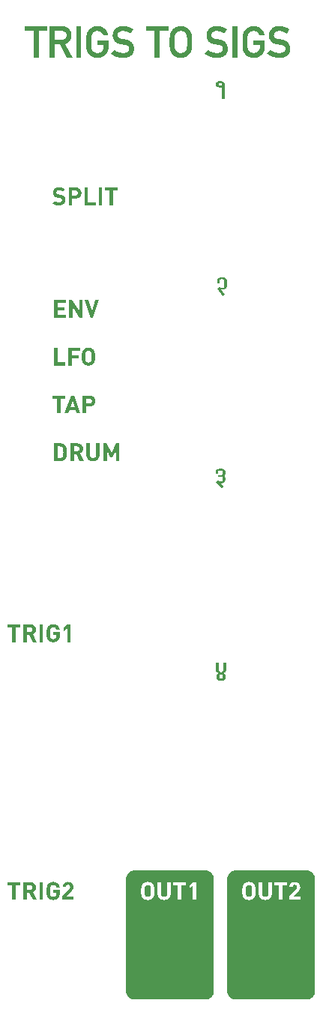
<source format=gbr>
%TF.GenerationSoftware,KiCad,Pcbnew,7.0.5-0*%
%TF.CreationDate,2023-09-11T11:55:09+02:00*%
%TF.ProjectId,peaks-panel,7065616b-732d-4706-916e-656c2e6b6963,rev?*%
%TF.SameCoordinates,Original*%
%TF.FileFunction,Soldermask,Top*%
%TF.FilePolarity,Negative*%
%FSLAX46Y46*%
G04 Gerber Fmt 4.6, Leading zero omitted, Abs format (unit mm)*
G04 Created by KiCad (PCBNEW 7.0.5-0) date 2023-09-11 11:55:09*
%MOMM*%
%LPD*%
G01*
G04 APERTURE LIST*
%ADD10C,0.000000*%
%ADD11C,0.400000*%
G04 APERTURE END LIST*
D10*
G36*
X122978015Y-121208301D02*
G01*
X123014897Y-121210709D01*
X123050773Y-121214672D01*
X123085630Y-121220150D01*
X123119455Y-121227101D01*
X123152232Y-121235485D01*
X123183949Y-121245261D01*
X123214591Y-121256388D01*
X123244145Y-121268824D01*
X123272596Y-121282530D01*
X123299932Y-121297464D01*
X123326138Y-121313586D01*
X123351201Y-121330854D01*
X123375106Y-121349227D01*
X123397839Y-121368665D01*
X123419388Y-121389127D01*
X123439738Y-121410571D01*
X123458875Y-121432958D01*
X123476786Y-121456246D01*
X123493456Y-121480394D01*
X123508872Y-121505361D01*
X123523020Y-121531107D01*
X123535886Y-121557590D01*
X123547456Y-121584770D01*
X123557717Y-121612605D01*
X123566655Y-121641055D01*
X123574256Y-121670080D01*
X123580506Y-121699637D01*
X123585390Y-121729687D01*
X123588897Y-121760188D01*
X123591011Y-121791099D01*
X123591719Y-121822380D01*
X123591220Y-121848492D01*
X123589742Y-121873978D01*
X123587312Y-121898839D01*
X123583957Y-121923074D01*
X123579705Y-121946685D01*
X123574582Y-121969671D01*
X123568617Y-121992034D01*
X123561837Y-122013773D01*
X123554269Y-122034888D01*
X123545940Y-122055381D01*
X123527109Y-122094500D01*
X123505562Y-122131132D01*
X123481520Y-122165280D01*
X123455199Y-122196948D01*
X123426819Y-122226139D01*
X123396598Y-122252856D01*
X123364755Y-122277101D01*
X123331509Y-122298879D01*
X123297078Y-122318191D01*
X123261680Y-122335042D01*
X123225534Y-122349434D01*
X123673563Y-123214798D01*
X123219190Y-123214798D01*
X122827608Y-122414345D01*
X122545736Y-122414345D01*
X122545736Y-123214798D01*
X122154154Y-123214798D01*
X122154154Y-122087318D01*
X122545740Y-122087318D01*
X122914743Y-122087318D01*
X122930708Y-122086999D01*
X122946318Y-122086048D01*
X122961563Y-122084478D01*
X122976433Y-122082301D01*
X122990918Y-122079528D01*
X123005008Y-122076170D01*
X123018693Y-122072241D01*
X123031963Y-122067751D01*
X123044809Y-122062712D01*
X123057219Y-122057136D01*
X123069185Y-122051034D01*
X123080697Y-122044419D01*
X123091744Y-122037303D01*
X123102316Y-122029696D01*
X123112404Y-122021611D01*
X123121997Y-122013060D01*
X123131086Y-122004053D01*
X123139661Y-121994604D01*
X123147712Y-121984723D01*
X123155228Y-121974423D01*
X123162200Y-121963716D01*
X123168618Y-121952612D01*
X123174472Y-121941124D01*
X123179752Y-121929263D01*
X123184449Y-121917042D01*
X123188551Y-121904472D01*
X123192049Y-121891564D01*
X123194934Y-121878331D01*
X123197195Y-121864785D01*
X123198822Y-121850936D01*
X123199806Y-121836797D01*
X123200136Y-121822380D01*
X123199806Y-121807995D01*
X123198822Y-121793884D01*
X123197195Y-121780060D01*
X123194934Y-121766534D01*
X123192049Y-121753318D01*
X123188551Y-121740424D01*
X123184449Y-121727865D01*
X123179752Y-121715651D01*
X123174472Y-121703796D01*
X123168618Y-121692310D01*
X123162200Y-121681207D01*
X123155228Y-121670497D01*
X123147712Y-121660194D01*
X123139661Y-121650308D01*
X123131086Y-121640852D01*
X123121997Y-121631838D01*
X123112404Y-121623277D01*
X123102316Y-121615182D01*
X123091744Y-121607565D01*
X123080697Y-121600437D01*
X123069185Y-121593811D01*
X123057219Y-121587698D01*
X123044809Y-121582111D01*
X123031963Y-121577061D01*
X123018693Y-121572560D01*
X123005008Y-121568621D01*
X122990918Y-121565255D01*
X122976433Y-121562474D01*
X122961563Y-121560290D01*
X122946318Y-121558716D01*
X122930708Y-121557762D01*
X122914743Y-121557442D01*
X122914743Y-121557449D01*
X122545740Y-121557449D01*
X122545740Y-122087318D01*
X122154154Y-122087318D01*
X122154154Y-121207489D01*
X122940142Y-121207489D01*
X122978015Y-121208301D01*
G37*
G36*
X128097076Y-71866162D02*
G01*
X128134429Y-71868618D01*
X128170780Y-71872661D01*
X128206114Y-71878248D01*
X128240416Y-71885337D01*
X128273671Y-71893888D01*
X128305863Y-71903856D01*
X128336979Y-71915202D01*
X128367002Y-71927882D01*
X128395917Y-71941856D01*
X128423710Y-71957080D01*
X128450365Y-71973513D01*
X128475867Y-71991113D01*
X128500201Y-72009839D01*
X128523352Y-72029647D01*
X128545304Y-72050497D01*
X128566043Y-72072347D01*
X128585554Y-72095154D01*
X128603821Y-72118876D01*
X128620830Y-72143472D01*
X128636564Y-72168900D01*
X128651010Y-72195118D01*
X128664152Y-72222083D01*
X128675974Y-72249755D01*
X128686462Y-72278090D01*
X128695601Y-72307048D01*
X128703375Y-72336585D01*
X128709770Y-72366661D01*
X128714770Y-72397233D01*
X128718360Y-72428260D01*
X128720525Y-72459699D01*
X128721250Y-72491508D01*
X128720525Y-72523349D01*
X128718360Y-72554816D01*
X128714770Y-72585866D01*
X128709770Y-72616458D01*
X128703375Y-72646550D01*
X128695601Y-72676101D01*
X128686462Y-72705069D01*
X128675974Y-72733412D01*
X128664151Y-72761089D01*
X128651009Y-72788057D01*
X128636563Y-72814275D01*
X128620829Y-72839702D01*
X128603820Y-72864294D01*
X128585553Y-72888012D01*
X128566042Y-72910812D01*
X128545303Y-72932654D01*
X128523350Y-72953496D01*
X128500199Y-72973295D01*
X128475865Y-72992010D01*
X128450363Y-73009600D01*
X128423708Y-73026022D01*
X128395915Y-73041236D01*
X128367000Y-73055198D01*
X128336977Y-73067868D01*
X128305862Y-73079203D01*
X128273669Y-73089163D01*
X128240415Y-73097705D01*
X128206113Y-73104787D01*
X128170779Y-73110368D01*
X128134428Y-73114407D01*
X128097076Y-73116860D01*
X128058737Y-73117687D01*
X128058737Y-73117695D01*
X127672441Y-73117695D01*
X127672441Y-73872993D01*
X127280508Y-73872993D01*
X127280508Y-72215279D01*
X127672441Y-72215279D01*
X127672441Y-72764908D01*
X128038980Y-72764908D01*
X128055456Y-72764588D01*
X128071541Y-72763636D01*
X128087227Y-72762061D01*
X128102503Y-72759874D01*
X128117363Y-72757085D01*
X128131797Y-72753704D01*
X128145797Y-72749741D01*
X128159354Y-72745207D01*
X128172459Y-72740112D01*
X128185104Y-72734466D01*
X128197280Y-72728279D01*
X128208978Y-72721562D01*
X128220190Y-72714324D01*
X128230907Y-72706576D01*
X128241120Y-72698328D01*
X128250821Y-72689590D01*
X128260002Y-72680373D01*
X128268652Y-72670686D01*
X128276765Y-72660540D01*
X128284331Y-72649945D01*
X128291341Y-72638912D01*
X128297787Y-72627450D01*
X128303660Y-72615570D01*
X128308952Y-72603282D01*
X128313653Y-72590595D01*
X128317756Y-72577521D01*
X128321251Y-72564070D01*
X128324130Y-72550251D01*
X128326385Y-72536076D01*
X128328006Y-72521553D01*
X128328985Y-72506694D01*
X128329313Y-72491508D01*
X128328985Y-72476314D01*
X128328006Y-72461431D01*
X128326385Y-72446870D01*
X128324130Y-72432643D01*
X128321251Y-72418760D01*
X128317756Y-72405234D01*
X128313653Y-72392074D01*
X128308952Y-72379293D01*
X128303660Y-72366902D01*
X128297787Y-72354911D01*
X128291341Y-72343333D01*
X128284331Y-72332178D01*
X128276765Y-72321457D01*
X128268652Y-72311183D01*
X128260002Y-72301365D01*
X128250821Y-72292016D01*
X128241120Y-72283146D01*
X128230907Y-72274767D01*
X128220190Y-72266891D01*
X128208978Y-72259527D01*
X128197280Y-72252688D01*
X128185104Y-72246385D01*
X128172459Y-72240628D01*
X128159354Y-72235430D01*
X128145797Y-72230802D01*
X128131797Y-72226754D01*
X128117363Y-72223298D01*
X128102503Y-72220445D01*
X128087227Y-72218207D01*
X128071541Y-72216594D01*
X128055456Y-72215618D01*
X128038980Y-72215290D01*
X128038980Y-72215279D01*
X127672441Y-72215279D01*
X127280508Y-72215279D01*
X127280508Y-71865333D01*
X128058737Y-71865333D01*
X128097076Y-71866162D01*
G37*
G36*
X142747265Y-148983989D02*
G01*
X142797870Y-148987871D01*
X142847761Y-148994261D01*
X142896872Y-149003097D01*
X142945140Y-149014313D01*
X142992501Y-149027846D01*
X143038891Y-149043631D01*
X143084246Y-149061604D01*
X143128501Y-149081701D01*
X143171594Y-149103858D01*
X143213459Y-149128010D01*
X143254033Y-149154093D01*
X143293252Y-149182044D01*
X143331051Y-149211797D01*
X143367368Y-149243289D01*
X143402137Y-149276456D01*
X143435294Y-149311233D01*
X143466777Y-149347555D01*
X143496520Y-149385360D01*
X143524460Y-149424582D01*
X143550533Y-149465158D01*
X143574674Y-149507023D01*
X143596820Y-149550113D01*
X143616906Y-149594363D01*
X143634870Y-149639710D01*
X143650645Y-149686090D01*
X143664170Y-149733438D01*
X143675378Y-149781690D01*
X143684208Y-149830781D01*
X143690594Y-149880648D01*
X143694473Y-149931227D01*
X143695780Y-149982452D01*
X143695780Y-162597786D01*
X143694473Y-162649041D01*
X143690594Y-162699644D01*
X143684208Y-162749529D01*
X143675378Y-162798634D01*
X143664170Y-162846894D01*
X143650645Y-162894246D01*
X143634870Y-162940625D01*
X143616906Y-162985968D01*
X143596820Y-163030211D01*
X143574674Y-163073290D01*
X143550533Y-163115140D01*
X143524460Y-163155699D01*
X143496520Y-163194902D01*
X143466777Y-163232686D01*
X143435294Y-163268986D01*
X143402137Y-163303739D01*
X143367368Y-163336880D01*
X143331051Y-163368346D01*
X143293252Y-163398073D01*
X143254033Y-163425998D01*
X143213459Y-163452055D01*
X143171594Y-163476182D01*
X143128501Y-163498314D01*
X143084246Y-163518388D01*
X143038891Y-163536339D01*
X142992501Y-163552104D01*
X142945140Y-163565619D01*
X142896872Y-163576820D01*
X142847761Y-163585643D01*
X142797870Y-163592024D01*
X142747265Y-163595900D01*
X142696009Y-163597206D01*
X134767324Y-163597206D01*
X134716069Y-163595900D01*
X134665467Y-163592024D01*
X134615582Y-163585643D01*
X134566477Y-163576820D01*
X134518217Y-163565619D01*
X134470866Y-163552104D01*
X134424487Y-163536339D01*
X134379144Y-163518388D01*
X134334902Y-163498314D01*
X134291823Y-163476182D01*
X134249973Y-163452055D01*
X134209414Y-163425998D01*
X134170211Y-163398073D01*
X134132427Y-163368346D01*
X134096128Y-163336880D01*
X134061375Y-163303739D01*
X134028234Y-163268986D01*
X133996768Y-163232686D01*
X133967040Y-163194902D01*
X133939116Y-163155699D01*
X133913059Y-163115140D01*
X133888932Y-163073290D01*
X133866800Y-163030211D01*
X133846726Y-162985968D01*
X133828775Y-162940625D01*
X133813010Y-162894246D01*
X133799495Y-162846894D01*
X133788294Y-162798634D01*
X133779471Y-162749529D01*
X133773090Y-162699644D01*
X133769214Y-162649041D01*
X133767908Y-162597786D01*
X133767908Y-151323013D01*
X135476061Y-151323013D01*
X135476229Y-151448664D01*
X135478403Y-151565907D01*
X135481023Y-151621549D01*
X135485082Y-151675296D01*
X135490894Y-151727218D01*
X135498769Y-151777385D01*
X135509022Y-151825864D01*
X135521964Y-151872727D01*
X135537909Y-151918041D01*
X135547105Y-151940139D01*
X135557169Y-151961876D01*
X135568140Y-151983260D01*
X135580057Y-152004301D01*
X135592959Y-152025006D01*
X135606885Y-152045385D01*
X135621874Y-152065447D01*
X135637966Y-152085199D01*
X135655199Y-152104650D01*
X135673612Y-152123810D01*
X135700414Y-152149475D01*
X135728053Y-152173668D01*
X135756556Y-152196363D01*
X135785950Y-152217536D01*
X135816261Y-152237160D01*
X135847517Y-152255210D01*
X135879745Y-152271662D01*
X135912971Y-152286489D01*
X135947222Y-152299667D01*
X135982526Y-152311170D01*
X136018908Y-152320973D01*
X136056396Y-152329050D01*
X136095018Y-152335377D01*
X136134798Y-152339927D01*
X136175766Y-152342675D01*
X136217947Y-152343597D01*
X136260092Y-152342675D01*
X136300960Y-152339927D01*
X136340586Y-152335377D01*
X136379007Y-152329050D01*
X136416261Y-152320973D01*
X136452384Y-152311170D01*
X136487412Y-152299667D01*
X136521382Y-152286489D01*
X136554331Y-152271662D01*
X136586295Y-152255210D01*
X136617312Y-152237160D01*
X136647417Y-152217536D01*
X136676648Y-152196363D01*
X136705042Y-152173668D01*
X136732634Y-152149475D01*
X136759462Y-152123810D01*
X136795074Y-152085199D01*
X136826179Y-152045386D01*
X136853082Y-152004302D01*
X136876087Y-151961877D01*
X136895499Y-151918042D01*
X136911624Y-151872729D01*
X136924767Y-151825867D01*
X136935231Y-151777388D01*
X136943323Y-151727221D01*
X136949346Y-151675299D01*
X136953606Y-151621552D01*
X136956408Y-151565910D01*
X136958857Y-151448666D01*
X136959131Y-151323013D01*
X136958857Y-151197389D01*
X136956409Y-151080219D01*
X136953607Y-151024625D01*
X136949347Y-150970928D01*
X136943324Y-150919058D01*
X136935232Y-150868942D01*
X136924768Y-150820509D01*
X136911626Y-150773687D01*
X136895501Y-150728403D01*
X136886225Y-150706316D01*
X136876088Y-150684587D01*
X136865054Y-150663207D01*
X136853083Y-150642167D01*
X136840138Y-150621457D01*
X136826180Y-150601070D01*
X136811172Y-150580995D01*
X136795075Y-150561225D01*
X136777851Y-150541749D01*
X136759462Y-150522560D01*
X136732634Y-150496833D01*
X136705041Y-150472586D01*
X136676647Y-150449844D01*
X136647416Y-150428632D01*
X136617310Y-150408975D01*
X136586293Y-150390897D01*
X136554329Y-150374422D01*
X136521380Y-150359577D01*
X136487410Y-150346385D01*
X136452383Y-150334872D01*
X136416260Y-150325062D01*
X136388317Y-150319000D01*
X137329557Y-150319000D01*
X137329557Y-151638748D01*
X137330508Y-151678264D01*
X137333330Y-151716892D01*
X137337980Y-151754608D01*
X137344413Y-151791388D01*
X137352585Y-151827207D01*
X137362450Y-151862043D01*
X137373966Y-151895870D01*
X137387087Y-151928665D01*
X137401769Y-151960404D01*
X137417969Y-151991062D01*
X137435640Y-152020616D01*
X137454739Y-152049042D01*
X137475223Y-152076315D01*
X137497045Y-152102412D01*
X137520162Y-152127309D01*
X137544530Y-152150981D01*
X137570104Y-152173404D01*
X137596839Y-152194555D01*
X137624692Y-152214410D01*
X137653618Y-152232944D01*
X137683573Y-152250133D01*
X137714511Y-152265954D01*
X137746390Y-152280381D01*
X137779164Y-152293393D01*
X137812789Y-152304963D01*
X137847221Y-152315069D01*
X137882416Y-152323686D01*
X137918328Y-152330790D01*
X137954914Y-152336357D01*
X137992129Y-152340363D01*
X138029929Y-152342785D01*
X138068270Y-152343597D01*
X138106579Y-152342785D01*
X138144353Y-152340363D01*
X138181545Y-152336357D01*
X138218112Y-152330790D01*
X138254008Y-152323686D01*
X138289189Y-152315069D01*
X138323611Y-152304963D01*
X138357229Y-152293393D01*
X138389999Y-152280381D01*
X138421875Y-152265954D01*
X138452813Y-152250133D01*
X138482770Y-152232944D01*
X138511699Y-152214410D01*
X138539557Y-152194555D01*
X138566300Y-152173404D01*
X138591881Y-152150981D01*
X138616258Y-152127309D01*
X138639384Y-152102412D01*
X138661217Y-152076315D01*
X138681711Y-152049042D01*
X138700821Y-152020616D01*
X138718504Y-151991062D01*
X138734714Y-151960404D01*
X138749406Y-151928665D01*
X138762538Y-151895870D01*
X138774062Y-151862043D01*
X138783937Y-151827207D01*
X138792115Y-151791388D01*
X138798554Y-151754608D01*
X138803209Y-151716892D01*
X138806034Y-151678264D01*
X138806986Y-151638748D01*
X138806991Y-150669311D01*
X139095205Y-150669311D01*
X139620142Y-150669311D01*
X139620142Y-152326660D01*
X140012075Y-152326660D01*
X140012075Y-151069359D01*
X140912363Y-151069359D01*
X141320883Y-150714462D01*
X141320883Y-152326660D01*
X141687422Y-152326660D01*
X141687422Y-150318993D01*
X141320883Y-150318993D01*
X140912363Y-150674599D01*
X140912363Y-151069359D01*
X140012075Y-151069359D01*
X140012075Y-150669311D01*
X140535948Y-150669311D01*
X140535948Y-150319000D01*
X139095205Y-150319000D01*
X139095205Y-150669311D01*
X138806991Y-150669311D01*
X138806993Y-150319000D01*
X138417520Y-150319000D01*
X138417520Y-151624634D01*
X138417118Y-151646055D01*
X138415920Y-151666923D01*
X138413937Y-151687228D01*
X138411181Y-151706963D01*
X138407664Y-151726119D01*
X138403398Y-151744689D01*
X138398395Y-151762662D01*
X138392666Y-151780033D01*
X138386224Y-151796791D01*
X138379080Y-151812929D01*
X138371245Y-151828439D01*
X138362733Y-151843312D01*
X138353554Y-151857541D01*
X138343721Y-151871116D01*
X138333245Y-151884030D01*
X138322138Y-151896274D01*
X138310412Y-151907839D01*
X138298079Y-151918719D01*
X138285150Y-151928904D01*
X138271638Y-151938387D01*
X138257554Y-151947158D01*
X138242910Y-151955210D01*
X138227717Y-151962534D01*
X138211989Y-151969123D01*
X138195735Y-151974967D01*
X138178970Y-151980059D01*
X138161703Y-151984390D01*
X138143947Y-151987952D01*
X138125714Y-151990737D01*
X138107015Y-151992737D01*
X138087863Y-151993943D01*
X138068270Y-151994347D01*
X138048683Y-151993943D01*
X138029552Y-151992737D01*
X138010887Y-151990737D01*
X137992699Y-151987952D01*
X137975000Y-151984390D01*
X137957799Y-151980059D01*
X137941108Y-151974967D01*
X137924938Y-151969123D01*
X137909300Y-151962534D01*
X137894205Y-151955210D01*
X137879663Y-151947158D01*
X137865685Y-151938387D01*
X137852283Y-151928904D01*
X137839467Y-151918719D01*
X137827249Y-151907839D01*
X137815638Y-151896274D01*
X137804647Y-151884030D01*
X137794286Y-151871116D01*
X137784565Y-151857541D01*
X137775497Y-151843312D01*
X137767091Y-151828439D01*
X137759359Y-151812929D01*
X137752311Y-151796791D01*
X137745959Y-151780033D01*
X137740314Y-151762662D01*
X137735385Y-151744689D01*
X137731185Y-151726119D01*
X137727724Y-151706963D01*
X137725013Y-151687228D01*
X137723064Y-151666923D01*
X137721886Y-151646055D01*
X137721491Y-151624634D01*
X137721491Y-150319000D01*
X137329557Y-150319000D01*
X136388317Y-150319000D01*
X136379007Y-150316981D01*
X136340586Y-150310651D01*
X136300960Y-150306100D01*
X136260092Y-150303351D01*
X136217947Y-150302429D01*
X136175766Y-150303351D01*
X136134798Y-150306100D01*
X136095018Y-150310651D01*
X136056396Y-150316981D01*
X136018908Y-150325062D01*
X135982526Y-150334872D01*
X135947222Y-150346385D01*
X135912971Y-150359577D01*
X135879745Y-150374422D01*
X135847517Y-150390897D01*
X135816261Y-150408975D01*
X135785950Y-150428632D01*
X135756556Y-150449844D01*
X135728053Y-150472586D01*
X135700414Y-150496833D01*
X135673612Y-150522560D01*
X135637966Y-150561225D01*
X135606885Y-150601070D01*
X135580057Y-150642167D01*
X135557169Y-150684587D01*
X135537909Y-150728403D01*
X135521964Y-150773687D01*
X135509022Y-150820509D01*
X135498769Y-150868942D01*
X135490894Y-150919058D01*
X135485082Y-150970928D01*
X135481023Y-151024625D01*
X135478403Y-151080219D01*
X135476229Y-151197389D01*
X135476061Y-151323013D01*
X133767908Y-151323013D01*
X133767908Y-149982452D01*
X133769214Y-149931227D01*
X133773090Y-149880648D01*
X133779471Y-149830781D01*
X133788294Y-149781690D01*
X133799495Y-149733438D01*
X133813010Y-149686090D01*
X133828775Y-149639710D01*
X133846726Y-149594363D01*
X133866800Y-149550113D01*
X133888932Y-149507023D01*
X133913059Y-149465158D01*
X133939116Y-149424582D01*
X133967040Y-149385360D01*
X133996768Y-149347555D01*
X134028234Y-149311233D01*
X134061375Y-149276456D01*
X134096128Y-149243289D01*
X134132427Y-149211797D01*
X134170211Y-149182044D01*
X134209414Y-149154093D01*
X134249973Y-149128010D01*
X134291823Y-149103858D01*
X134334902Y-149081701D01*
X134379144Y-149061604D01*
X134424487Y-149043631D01*
X134470866Y-149027846D01*
X134518217Y-149014313D01*
X134566477Y-149003097D01*
X134615582Y-148994261D01*
X134665467Y-148987871D01*
X134716069Y-148983989D01*
X134767324Y-148982681D01*
X142696009Y-148982681D01*
X142747265Y-148983989D01*
G37*
G36*
X131065954Y-73873196D02*
G01*
X130674021Y-73873196D01*
X130674021Y-71865536D01*
X131065954Y-71865536D01*
X131065954Y-73873196D01*
G37*
G36*
X132825472Y-72215279D02*
G01*
X132301241Y-72215279D01*
X132301241Y-73872978D01*
X131909658Y-73872978D01*
X131909658Y-72215279D01*
X131384722Y-72215279D01*
X131384722Y-71865318D01*
X132825472Y-71865318D01*
X132825472Y-72215279D01*
G37*
G36*
X129908983Y-85873669D02*
G01*
X130312559Y-84565567D01*
X130721079Y-84565567D01*
X130055738Y-86572872D01*
X129762579Y-86572872D01*
X129100065Y-84565567D01*
X129506113Y-84565567D01*
X129908983Y-85873669D01*
G37*
G36*
X128557916Y-90315273D02*
G01*
X127627642Y-90315281D01*
X127627642Y-90808815D01*
X128419626Y-90808815D01*
X128419626Y-91158413D01*
X127627642Y-91158413D01*
X127627642Y-91972973D01*
X127235704Y-91972973D01*
X127235704Y-89965309D01*
X128557916Y-89965309D01*
X128557916Y-90315273D01*
G37*
G36*
X144624356Y-82012372D02*
G01*
X144651794Y-82013464D01*
X144678745Y-82015282D01*
X144705212Y-82017829D01*
X144731200Y-82021103D01*
X144756713Y-82025105D01*
X144781753Y-82029835D01*
X144806326Y-82035293D01*
X144830155Y-82041480D01*
X144853484Y-82048393D01*
X144876308Y-82056032D01*
X144898623Y-82064399D01*
X144920425Y-82073493D01*
X144941711Y-82083316D01*
X144962477Y-82093867D01*
X144982717Y-82105148D01*
X144992482Y-82111076D01*
X145001933Y-82117086D01*
X145011069Y-82123181D01*
X145019891Y-82129360D01*
X145028399Y-82135623D01*
X145036593Y-82141972D01*
X145044473Y-82148408D01*
X145052038Y-82154929D01*
X145059289Y-82161538D01*
X145066226Y-82168234D01*
X145072849Y-82175018D01*
X145079158Y-82181891D01*
X145085152Y-82188852D01*
X145090833Y-82195904D01*
X145096199Y-82203045D01*
X145101251Y-82210277D01*
X145105882Y-82217206D01*
X145110262Y-82224233D01*
X145114402Y-82231359D01*
X145118315Y-82238585D01*
X145122013Y-82245910D01*
X145125509Y-82253335D01*
X145128816Y-82260860D01*
X145131944Y-82268486D01*
X145134571Y-82276339D01*
X145136887Y-82284297D01*
X145137926Y-82288317D01*
X145138882Y-82292364D01*
X145139755Y-82296440D01*
X145140542Y-82300544D01*
X145141243Y-82304677D01*
X145141856Y-82308839D01*
X145142378Y-82313032D01*
X145142809Y-82317255D01*
X145143147Y-82321509D01*
X145143390Y-82325794D01*
X145143538Y-82330112D01*
X145143587Y-82334461D01*
X145143587Y-83061890D01*
X145143401Y-83071135D01*
X145142845Y-83080346D01*
X145141920Y-83089525D01*
X145140627Y-83098670D01*
X145138969Y-83107782D01*
X145136946Y-83116860D01*
X145134561Y-83125905D01*
X145131814Y-83134917D01*
X145128707Y-83143896D01*
X145125243Y-83152842D01*
X145121422Y-83161754D01*
X145117246Y-83170634D01*
X145112716Y-83179480D01*
X145107834Y-83188294D01*
X145102602Y-83197074D01*
X145097021Y-83205822D01*
X145091043Y-83213055D01*
X145084750Y-83220205D01*
X145078142Y-83227270D01*
X145071218Y-83234250D01*
X145063978Y-83241143D01*
X145056422Y-83247948D01*
X145048547Y-83254665D01*
X145040356Y-83261292D01*
X145031845Y-83267828D01*
X145023016Y-83274272D01*
X145013868Y-83280623D01*
X145004400Y-83286881D01*
X144994612Y-83293043D01*
X144984502Y-83299110D01*
X144974072Y-83305080D01*
X144963320Y-83310951D01*
X144941128Y-83322295D01*
X144918208Y-83333039D01*
X144894560Y-83343179D01*
X144870185Y-83352711D01*
X144845082Y-83361632D01*
X144819251Y-83369938D01*
X144792692Y-83377625D01*
X144765405Y-83384689D01*
X144737427Y-83391123D01*
X144708787Y-83396672D01*
X144679485Y-83401345D01*
X144649521Y-83405149D01*
X144618895Y-83408093D01*
X144587608Y-83410186D01*
X144555660Y-83411435D01*
X144523050Y-83411850D01*
X144913225Y-83949478D01*
X144670160Y-84111050D01*
X144073259Y-83326828D01*
X144270815Y-83140556D01*
X144577024Y-83206535D01*
X144685678Y-83206535D01*
X144699868Y-83204465D01*
X144713333Y-83202226D01*
X144726080Y-83199814D01*
X144738111Y-83197224D01*
X144749431Y-83194453D01*
X144760044Y-83191496D01*
X144769954Y-83188349D01*
X144779165Y-83185009D01*
X144787482Y-83181536D01*
X144795228Y-83177997D01*
X144798884Y-83176204D01*
X144802395Y-83174393D01*
X144805760Y-83172566D01*
X144808976Y-83170723D01*
X144812044Y-83168863D01*
X144814961Y-83166986D01*
X144817728Y-83165092D01*
X144820342Y-83163182D01*
X144822804Y-83161255D01*
X144825111Y-83159311D01*
X144827264Y-83157350D01*
X144829260Y-83155373D01*
X144852896Y-83104568D01*
X144852896Y-82323166D01*
X144849935Y-82316600D01*
X144847131Y-82310659D01*
X144844476Y-82305339D01*
X144841961Y-82300634D01*
X144839578Y-82296541D01*
X144837319Y-82293055D01*
X144836234Y-82291539D01*
X144835177Y-82290172D01*
X144834147Y-82288955D01*
X144833143Y-82287887D01*
X144830695Y-82285458D01*
X144828117Y-82283060D01*
X144825410Y-82280694D01*
X144822575Y-82278359D01*
X144819613Y-82276055D01*
X144816528Y-82273781D01*
X144813319Y-82271537D01*
X144809989Y-82269322D01*
X144806539Y-82267136D01*
X144802971Y-82264978D01*
X144799287Y-82262849D01*
X144795486Y-82260746D01*
X144791573Y-82258671D01*
X144787547Y-82256622D01*
X144783411Y-82254599D01*
X144779165Y-82252602D01*
X144759413Y-82248726D01*
X144740011Y-82240967D01*
X144720960Y-82240967D01*
X144701208Y-82233208D01*
X144495535Y-82233208D01*
X144490280Y-82233261D01*
X144485099Y-82233423D01*
X144479991Y-82233691D01*
X144474956Y-82234067D01*
X144469994Y-82234551D01*
X144465104Y-82235142D01*
X144460284Y-82235841D01*
X144455536Y-82236647D01*
X144450858Y-82237561D01*
X144446250Y-82238582D01*
X144441711Y-82239711D01*
X144437241Y-82240947D01*
X144432839Y-82242291D01*
X144428505Y-82243742D01*
X144424238Y-82245301D01*
X144420038Y-82246967D01*
X144416048Y-82248711D01*
X144412151Y-82250505D01*
X144408349Y-82252347D01*
X144404641Y-82254237D01*
X144401031Y-82256175D01*
X144397520Y-82258160D01*
X144394109Y-82260191D01*
X144390800Y-82262268D01*
X144387595Y-82264391D01*
X144384494Y-82266558D01*
X144381499Y-82268770D01*
X144378613Y-82271026D01*
X144375836Y-82273324D01*
X144373170Y-82275666D01*
X144370617Y-82278050D01*
X144368177Y-82280476D01*
X144352651Y-82328453D01*
X144352651Y-82694630D01*
X144057730Y-82694630D01*
X144057730Y-82331627D01*
X144057887Y-82323854D01*
X144058359Y-82316148D01*
X144059146Y-82308506D01*
X144060249Y-82300929D01*
X144061668Y-82293417D01*
X144063404Y-82285968D01*
X144065457Y-82278582D01*
X144067828Y-82271259D01*
X144070518Y-82263998D01*
X144073526Y-82256799D01*
X144076854Y-82249660D01*
X144080502Y-82242582D01*
X144084470Y-82235563D01*
X144088759Y-82228605D01*
X144093370Y-82221705D01*
X144098303Y-82214863D01*
X144103537Y-82208071D01*
X144109053Y-82201320D01*
X144114853Y-82194612D01*
X144120936Y-82187947D01*
X144127305Y-82181325D01*
X144133961Y-82174747D01*
X144140904Y-82168213D01*
X144148135Y-82161724D01*
X144155655Y-82155281D01*
X144163466Y-82148883D01*
X144171568Y-82142532D01*
X144179963Y-82136228D01*
X144188651Y-82129971D01*
X144197633Y-82123763D01*
X144206911Y-82117603D01*
X144216486Y-82111492D01*
X144235834Y-82099800D01*
X144254987Y-82089067D01*
X144273950Y-82079294D01*
X144292728Y-82070481D01*
X144302048Y-82066434D01*
X144311323Y-82062628D01*
X144320554Y-82059060D01*
X144329741Y-82055733D01*
X144338885Y-82052646D01*
X144347985Y-82049798D01*
X144357044Y-82047191D01*
X144366060Y-82044823D01*
X144400605Y-82036695D01*
X144432339Y-82029786D01*
X144447183Y-82026800D01*
X144461362Y-82024132D01*
X144474887Y-82021786D01*
X144487772Y-82019768D01*
X144500485Y-82017914D01*
X144513480Y-82016322D01*
X144526739Y-82014986D01*
X144540246Y-82013903D01*
X144553985Y-82013068D01*
X144567939Y-82012476D01*
X144582092Y-82012125D01*
X144596426Y-82012009D01*
X144624356Y-82012372D01*
G37*
G36*
X126262231Y-71849190D02*
G01*
X126311384Y-71851636D01*
X126358906Y-71855766D01*
X126404867Y-71861625D01*
X126449334Y-71869258D01*
X126492379Y-71878708D01*
X126534069Y-71890022D01*
X126574475Y-71903242D01*
X126613665Y-71918414D01*
X126651709Y-71935581D01*
X126688676Y-71954789D01*
X126724636Y-71976082D01*
X126759657Y-71999503D01*
X126793808Y-72025099D01*
X126827160Y-72052912D01*
X126859781Y-72082989D01*
X126611780Y-72327812D01*
X126587627Y-72306265D01*
X126562966Y-72287045D01*
X126537862Y-72270021D01*
X126512379Y-72255065D01*
X126486579Y-72242048D01*
X126460526Y-72230841D01*
X126434285Y-72221314D01*
X126407917Y-72213338D01*
X126381488Y-72206785D01*
X126355060Y-72201524D01*
X126328698Y-72197427D01*
X126302464Y-72194364D01*
X126276422Y-72192207D01*
X126250636Y-72190826D01*
X126200086Y-72189876D01*
X126180822Y-72190213D01*
X126162188Y-72191210D01*
X126144181Y-72192851D01*
X126126801Y-72195118D01*
X126110048Y-72197995D01*
X126093918Y-72201464D01*
X126078413Y-72205509D01*
X126063529Y-72210112D01*
X126049267Y-72215256D01*
X126035625Y-72220924D01*
X126022601Y-72227099D01*
X126010195Y-72233763D01*
X125998406Y-72240900D01*
X125987232Y-72248493D01*
X125976672Y-72256524D01*
X125966726Y-72264976D01*
X125957391Y-72273832D01*
X125948666Y-72283075D01*
X125940552Y-72292688D01*
X125933045Y-72302654D01*
X125926146Y-72312956D01*
X125919853Y-72323576D01*
X125914165Y-72334497D01*
X125909080Y-72345703D01*
X125904598Y-72357175D01*
X125900717Y-72368898D01*
X125897437Y-72380854D01*
X125894756Y-72393025D01*
X125891185Y-72417947D01*
X125889997Y-72443527D01*
X125890194Y-72453082D01*
X125890793Y-72462677D01*
X125891809Y-72472287D01*
X125893255Y-72481888D01*
X125895145Y-72491453D01*
X125897494Y-72500957D01*
X125900315Y-72510376D01*
X125903622Y-72519684D01*
X125907430Y-72528855D01*
X125911752Y-72537864D01*
X125916602Y-72546687D01*
X125921994Y-72555297D01*
X125927942Y-72563669D01*
X125934460Y-72571779D01*
X125941562Y-72579601D01*
X125949262Y-72587109D01*
X125956904Y-72593981D01*
X125965137Y-72600692D01*
X125973947Y-72607222D01*
X125983322Y-72613551D01*
X125993249Y-72619659D01*
X126003715Y-72625526D01*
X126014706Y-72631131D01*
X126026212Y-72636454D01*
X126038217Y-72641476D01*
X126050710Y-72646176D01*
X126063677Y-72650534D01*
X126077105Y-72654530D01*
X126090982Y-72658143D01*
X126105295Y-72661354D01*
X126120030Y-72664143D01*
X126135176Y-72666489D01*
X126371893Y-72700359D01*
X126405503Y-72705415D01*
X126437579Y-72711063D01*
X126468175Y-72717309D01*
X126497342Y-72724158D01*
X126525135Y-72731614D01*
X126551606Y-72739684D01*
X126576810Y-72748371D01*
X126600798Y-72757682D01*
X126623625Y-72767622D01*
X126645344Y-72778195D01*
X126666007Y-72789407D01*
X126685668Y-72801262D01*
X126704381Y-72813767D01*
X126722198Y-72826926D01*
X126739172Y-72840745D01*
X126755358Y-72855228D01*
X126774774Y-72874744D01*
X126792819Y-72895313D01*
X126809507Y-72916911D01*
X126824856Y-72939516D01*
X126838882Y-72963105D01*
X126851601Y-72987655D01*
X126863031Y-73013144D01*
X126873187Y-73039549D01*
X126882086Y-73066847D01*
X126889745Y-73095015D01*
X126896181Y-73124031D01*
X126901409Y-73153871D01*
X126905447Y-73184514D01*
X126908310Y-73215935D01*
X126910016Y-73248113D01*
X126910581Y-73281025D01*
X126909638Y-73316975D01*
X126906834Y-73351929D01*
X126902213Y-73385875D01*
X126895816Y-73418805D01*
X126887685Y-73450709D01*
X126877863Y-73481579D01*
X126866390Y-73511403D01*
X126853310Y-73540174D01*
X126838664Y-73567881D01*
X126822495Y-73594515D01*
X126804843Y-73620067D01*
X126785752Y-73644527D01*
X126765263Y-73667886D01*
X126743418Y-73690134D01*
X126720259Y-73711262D01*
X126695828Y-73731261D01*
X126670168Y-73750120D01*
X126643319Y-73767832D01*
X126615324Y-73784385D01*
X126586226Y-73799771D01*
X126556066Y-73813981D01*
X126524885Y-73827004D01*
X126492727Y-73838832D01*
X126459632Y-73849455D01*
X126425644Y-73858864D01*
X126390804Y-73867048D01*
X126355153Y-73874000D01*
X126318734Y-73879708D01*
X126281590Y-73884165D01*
X126243761Y-73887360D01*
X126205290Y-73889283D01*
X126166220Y-73889927D01*
X126166223Y-73889919D01*
X126109986Y-73889141D01*
X126055403Y-73886739D01*
X126002418Y-73882610D01*
X125950974Y-73876651D01*
X125901014Y-73868760D01*
X125852481Y-73858833D01*
X125805319Y-73846767D01*
X125759470Y-73832460D01*
X125714878Y-73815809D01*
X125671486Y-73796712D01*
X125629238Y-73775064D01*
X125588075Y-73750764D01*
X125547941Y-73723708D01*
X125508781Y-73693795D01*
X125470535Y-73660920D01*
X125433149Y-73624981D01*
X125686800Y-73371330D01*
X125711072Y-73394100D01*
X125736365Y-73414955D01*
X125762632Y-73433957D01*
X125789828Y-73451167D01*
X125817906Y-73466646D01*
X125846821Y-73480457D01*
X125876527Y-73492660D01*
X125906977Y-73503318D01*
X125938126Y-73512491D01*
X125969928Y-73520242D01*
X126002336Y-73526631D01*
X126035305Y-73531721D01*
X126068789Y-73535573D01*
X126102742Y-73538247D01*
X126137117Y-73539807D01*
X126171869Y-73540314D01*
X126213933Y-73539292D01*
X126253460Y-73536241D01*
X126290424Y-73531180D01*
X126324802Y-73524131D01*
X126356569Y-73515115D01*
X126385702Y-73504151D01*
X126399272Y-73497945D01*
X126412175Y-73491261D01*
X126424406Y-73484100D01*
X126435964Y-73476465D01*
X126446845Y-73468358D01*
X126457046Y-73459783D01*
X126466563Y-73450742D01*
X126475395Y-73441237D01*
X126483538Y-73431271D01*
X126490988Y-73420847D01*
X126497743Y-73409967D01*
X126503801Y-73398633D01*
X126509156Y-73386849D01*
X126513808Y-73374617D01*
X126517752Y-73361939D01*
X126520986Y-73348819D01*
X126523507Y-73335258D01*
X126525311Y-73321259D01*
X126526396Y-73306825D01*
X126526758Y-73291958D01*
X126526526Y-73278928D01*
X126525827Y-73266175D01*
X126524658Y-73253709D01*
X126523016Y-73241542D01*
X126520895Y-73229686D01*
X126518294Y-73218150D01*
X126515208Y-73206948D01*
X126511634Y-73196090D01*
X126507567Y-73185587D01*
X126503005Y-73175451D01*
X126497944Y-73165694D01*
X126492380Y-73156326D01*
X126486309Y-73147359D01*
X126479728Y-73138805D01*
X126472633Y-73130674D01*
X126465021Y-73122978D01*
X126457474Y-73116353D01*
X126449742Y-73110093D01*
X126441763Y-73104183D01*
X126433476Y-73098608D01*
X126424818Y-73093354D01*
X126415729Y-73088405D01*
X126406148Y-73083747D01*
X126396011Y-73079363D01*
X126385259Y-73075240D01*
X126373829Y-73071363D01*
X126361660Y-73067716D01*
X126348690Y-73064284D01*
X126334859Y-73061053D01*
X126320104Y-73058008D01*
X126304363Y-73055133D01*
X126287577Y-73052414D01*
X126044866Y-73018543D01*
X126013118Y-73013511D01*
X125982423Y-73007801D01*
X125952770Y-73001406D01*
X125924144Y-72994318D01*
X125896533Y-72986530D01*
X125869924Y-72978033D01*
X125844304Y-72968819D01*
X125819660Y-72958882D01*
X125795980Y-72948213D01*
X125773250Y-72936805D01*
X125751457Y-72924649D01*
X125730589Y-72911738D01*
X125710632Y-72898064D01*
X125691574Y-72883619D01*
X125673402Y-72868396D01*
X125656103Y-72852386D01*
X125638670Y-72834055D01*
X125622354Y-72814907D01*
X125607156Y-72794936D01*
X125593078Y-72774135D01*
X125580120Y-72752500D01*
X125568283Y-72730023D01*
X125557569Y-72706699D01*
X125547978Y-72682521D01*
X125539512Y-72657483D01*
X125532171Y-72631579D01*
X125525957Y-72604803D01*
X125520870Y-72577149D01*
X125516912Y-72548610D01*
X125514084Y-72519181D01*
X125512386Y-72488855D01*
X125511820Y-72457626D01*
X125512593Y-72424375D01*
X125514901Y-72391776D01*
X125518727Y-72359856D01*
X125524053Y-72328643D01*
X125530861Y-72298161D01*
X125539134Y-72268437D01*
X125548856Y-72239499D01*
X125560007Y-72211371D01*
X125572572Y-72184082D01*
X125586531Y-72157656D01*
X125601869Y-72132121D01*
X125618567Y-72107503D01*
X125636609Y-72083829D01*
X125655975Y-72061124D01*
X125676651Y-72039415D01*
X125698616Y-72018729D01*
X125721855Y-71999092D01*
X125746350Y-71980531D01*
X125772084Y-71963071D01*
X125799038Y-71946739D01*
X125827196Y-71931563D01*
X125856540Y-71917567D01*
X125887053Y-71904779D01*
X125918717Y-71893225D01*
X125951514Y-71882931D01*
X125985428Y-71873924D01*
X126020441Y-71866231D01*
X126056535Y-71859877D01*
X126093694Y-71854889D01*
X126131898Y-71851293D01*
X126171132Y-71849116D01*
X126211378Y-71848385D01*
X126262231Y-71849190D01*
G37*
G36*
X126005216Y-91623463D02*
G01*
X126916090Y-91623463D01*
X126916090Y-91973061D01*
X125613634Y-91973061D01*
X125613634Y-89965401D01*
X126005216Y-89965401D01*
X126005216Y-91623463D01*
G37*
G36*
X126377136Y-100766243D02*
G01*
X126415428Y-100768351D01*
X126453162Y-100771889D01*
X126490285Y-100776878D01*
X126526739Y-100783339D01*
X126562471Y-100791293D01*
X126597425Y-100800759D01*
X126631545Y-100811760D01*
X126664776Y-100824315D01*
X126697064Y-100838445D01*
X126728351Y-100854170D01*
X126758585Y-100871512D01*
X126787708Y-100890492D01*
X126815666Y-100911129D01*
X126842403Y-100933444D01*
X126867864Y-100957458D01*
X126888312Y-100978742D01*
X126907353Y-101000320D01*
X126925039Y-101022188D01*
X126941418Y-101044342D01*
X126956541Y-101066776D01*
X126970456Y-101089486D01*
X126983214Y-101112467D01*
X126994864Y-101135714D01*
X127005455Y-101159223D01*
X127015038Y-101182988D01*
X127031376Y-101231270D01*
X127044274Y-101280520D01*
X127054129Y-101330702D01*
X127061339Y-101381776D01*
X127066300Y-101433705D01*
X127069409Y-101486451D01*
X127071062Y-101539974D01*
X127071591Y-101649203D01*
X127071062Y-101761085D01*
X127071062Y-101984643D01*
X127069409Y-102039415D01*
X127066300Y-102093563D01*
X127061339Y-102146999D01*
X127054129Y-102199634D01*
X127044274Y-102251380D01*
X127031376Y-102302150D01*
X127015038Y-102351853D01*
X126994864Y-102400402D01*
X126970456Y-102447709D01*
X126956541Y-102470869D01*
X126941418Y-102493685D01*
X126925039Y-102516146D01*
X126907353Y-102538242D01*
X126888312Y-102559961D01*
X126867864Y-102581291D01*
X126842403Y-102605303D01*
X126815666Y-102627608D01*
X126787708Y-102648228D01*
X126758585Y-102667185D01*
X126728351Y-102684500D01*
X126697064Y-102700196D01*
X126664776Y-102714294D01*
X126631545Y-102726815D01*
X126597425Y-102737782D01*
X126562471Y-102747216D01*
X126526739Y-102755139D01*
X126490285Y-102761573D01*
X126453162Y-102766539D01*
X126415428Y-102770060D01*
X126377136Y-102772156D01*
X126338342Y-102772850D01*
X125613737Y-102772850D01*
X125613737Y-101115147D01*
X126005319Y-101115147D01*
X126005319Y-102423599D01*
X126301653Y-102423599D01*
X126326467Y-102423104D01*
X126350264Y-102421620D01*
X126373074Y-102419151D01*
X126394931Y-102415700D01*
X126415865Y-102411272D01*
X126435910Y-102405870D01*
X126455096Y-102399498D01*
X126473457Y-102392158D01*
X126491024Y-102383856D01*
X126507830Y-102374593D01*
X126523905Y-102364375D01*
X126539284Y-102353204D01*
X126553996Y-102341084D01*
X126568075Y-102328019D01*
X126581553Y-102314013D01*
X126594461Y-102299068D01*
X126601160Y-102290473D01*
X126607504Y-102281543D01*
X126613503Y-102272257D01*
X126619166Y-102262597D01*
X126624502Y-102252543D01*
X126629522Y-102242075D01*
X126638645Y-102219821D01*
X126646611Y-102195681D01*
X126653494Y-102169497D01*
X126659369Y-102141116D01*
X126664309Y-102110380D01*
X126668389Y-102077135D01*
X126671684Y-102041225D01*
X126674267Y-102002494D01*
X126676214Y-101960787D01*
X126677599Y-101915948D01*
X126678496Y-101867822D01*
X126679125Y-101761085D01*
X126678496Y-101654861D01*
X126676214Y-101563675D01*
X126671684Y-101485867D01*
X126668389Y-101451460D01*
X126664309Y-101419774D01*
X126659369Y-101390602D01*
X126653494Y-101363736D01*
X126646611Y-101338968D01*
X126638645Y-101316090D01*
X126629522Y-101294895D01*
X126619166Y-101275176D01*
X126607504Y-101256723D01*
X126594461Y-101239330D01*
X126581553Y-101224506D01*
X126568075Y-101210597D01*
X126553996Y-101197608D01*
X126539284Y-101185546D01*
X126523905Y-101174417D01*
X126507830Y-101164225D01*
X126491024Y-101154977D01*
X126473457Y-101146678D01*
X126455096Y-101139335D01*
X126435910Y-101132952D01*
X126415865Y-101127535D01*
X126394931Y-101123090D01*
X126373074Y-101119623D01*
X126350264Y-101117140D01*
X126326467Y-101115646D01*
X126301653Y-101115147D01*
X126005319Y-101115147D01*
X125613737Y-101115147D01*
X125613737Y-100765545D01*
X126338342Y-100765545D01*
X126377136Y-100766243D01*
G37*
G36*
X121834253Y-150669197D02*
G01*
X121310381Y-150669197D01*
X121310381Y-152326553D01*
X120918442Y-152326553D01*
X120918442Y-150669197D01*
X120393862Y-150669197D01*
X120393862Y-150319603D01*
X121834253Y-150319603D01*
X121834253Y-150669197D01*
G37*
G36*
X128296852Y-100766189D02*
G01*
X128333677Y-100768597D01*
X128369502Y-100772560D01*
X128404313Y-100778037D01*
X128438096Y-100784988D01*
X128470837Y-100793371D01*
X128502522Y-100803145D01*
X128533138Y-100814270D01*
X128562669Y-100826704D01*
X128591102Y-100840407D01*
X128618422Y-100855337D01*
X128644616Y-100871454D01*
X128669670Y-100888717D01*
X128693569Y-100907084D01*
X128716300Y-100926515D01*
X128737848Y-100946969D01*
X128758199Y-100968405D01*
X128777339Y-100990781D01*
X128795254Y-101014058D01*
X128811930Y-101038193D01*
X128827353Y-101063147D01*
X128841508Y-101088878D01*
X128854383Y-101115344D01*
X128865962Y-101142506D01*
X128876231Y-101170322D01*
X128885177Y-101198752D01*
X128892785Y-101227754D01*
X128899042Y-101257287D01*
X128903932Y-101287310D01*
X128907443Y-101317783D01*
X128909560Y-101348664D01*
X128910269Y-101379913D01*
X128909770Y-101406058D01*
X128908292Y-101431574D01*
X128905861Y-101456464D01*
X128902506Y-101480726D01*
X128898253Y-101504361D01*
X128893130Y-101527370D01*
X128887164Y-101549754D01*
X128880382Y-101571512D01*
X128872811Y-101592645D01*
X128864479Y-101613154D01*
X128845640Y-101652301D01*
X128824083Y-101688956D01*
X128800025Y-101723123D01*
X128773686Y-101754805D01*
X128745282Y-101784006D01*
X128715033Y-101810730D01*
X128683156Y-101834980D01*
X128649869Y-101856759D01*
X128615390Y-101876073D01*
X128579938Y-101892923D01*
X128543730Y-101907314D01*
X128991758Y-102773033D01*
X128537737Y-102773033D01*
X128146154Y-101972580D01*
X127864282Y-101972580D01*
X127864282Y-102773033D01*
X127472696Y-102773033D01*
X127472696Y-101115322D01*
X127864282Y-101115322D01*
X127864282Y-101645199D01*
X128233641Y-101645199D01*
X128249604Y-101644879D01*
X128265208Y-101643929D01*
X128280443Y-101642358D01*
X128295300Y-101640181D01*
X128309769Y-101637407D01*
X128323840Y-101634048D01*
X128337504Y-101630117D01*
X128350751Y-101625625D01*
X128363570Y-101620583D01*
X128375954Y-101615004D01*
X128387891Y-101608899D01*
X128399372Y-101602280D01*
X128410387Y-101595158D01*
X128420928Y-101587545D01*
X128430983Y-101579454D01*
X128440543Y-101570894D01*
X128449600Y-101561879D01*
X128458142Y-101552420D01*
X128466160Y-101542528D01*
X128473645Y-101532216D01*
X128480587Y-101521494D01*
X128486976Y-101510375D01*
X128492803Y-101498871D01*
X128498057Y-101486992D01*
X128502730Y-101474752D01*
X128506811Y-101462160D01*
X128510291Y-101449230D01*
X128513160Y-101435973D01*
X128515408Y-101422400D01*
X128517025Y-101408524D01*
X128518003Y-101394355D01*
X128518331Y-101379906D01*
X128518003Y-101365552D01*
X128517025Y-101351472D01*
X128515408Y-101337675D01*
X128513160Y-101324175D01*
X128510291Y-101310984D01*
X128506811Y-101298113D01*
X128502730Y-101285574D01*
X128498057Y-101273380D01*
X128492803Y-101261543D01*
X128486976Y-101250074D01*
X128480587Y-101238985D01*
X128473645Y-101228290D01*
X128466160Y-101217998D01*
X128458142Y-101208124D01*
X128449600Y-101198678D01*
X128440543Y-101189672D01*
X128430983Y-101181120D01*
X128420928Y-101173032D01*
X128410387Y-101165420D01*
X128399372Y-101158298D01*
X128387891Y-101151676D01*
X128375954Y-101145567D01*
X128363570Y-101139983D01*
X128350751Y-101134935D01*
X128337504Y-101130436D01*
X128323840Y-101126499D01*
X128309769Y-101123134D01*
X128295300Y-101120354D01*
X128280443Y-101118170D01*
X128265208Y-101116596D01*
X128249604Y-101115642D01*
X128233641Y-101115322D01*
X127864282Y-101115322D01*
X127472696Y-101115322D01*
X127472696Y-100765377D01*
X128259043Y-100765377D01*
X128296852Y-100766189D01*
G37*
G36*
X147667650Y-150652831D02*
G01*
X147687044Y-150654275D01*
X147705941Y-150656648D01*
X147724324Y-150659923D01*
X147742176Y-150664073D01*
X147759479Y-150669069D01*
X147776217Y-150674885D01*
X147792372Y-150681493D01*
X147807928Y-150688865D01*
X147822867Y-150696975D01*
X147837173Y-150705795D01*
X147850828Y-150715297D01*
X147863815Y-150725455D01*
X147876117Y-150736239D01*
X147887718Y-150747625D01*
X147898599Y-150759582D01*
X147912205Y-150775564D01*
X147924606Y-150792168D01*
X147935849Y-150809810D01*
X147945978Y-150828908D01*
X147955039Y-150849876D01*
X147963075Y-150873131D01*
X147970133Y-150899089D01*
X147976257Y-150928165D01*
X147981492Y-150960777D01*
X147985883Y-150997339D01*
X147989475Y-151038268D01*
X147992314Y-151083980D01*
X147995908Y-151191416D01*
X147997026Y-151322975D01*
X147996754Y-151392039D01*
X147995908Y-151454649D01*
X147994443Y-151511222D01*
X147992313Y-151562175D01*
X147989475Y-151607925D01*
X147985882Y-151648890D01*
X147981491Y-151685486D01*
X147978982Y-151702276D01*
X147976256Y-151718130D01*
X147973308Y-151733101D01*
X147970132Y-151747240D01*
X147966722Y-151760599D01*
X147963074Y-151773232D01*
X147959181Y-151785189D01*
X147955037Y-151796523D01*
X147950638Y-151807287D01*
X147945977Y-151817531D01*
X147941049Y-151827310D01*
X147935848Y-151836673D01*
X147930369Y-151845674D01*
X147924605Y-151854365D01*
X147918552Y-151862798D01*
X147912204Y-151871025D01*
X147898599Y-151887070D01*
X147887718Y-151898970D01*
X147876117Y-151910312D01*
X147863815Y-151921068D01*
X147850828Y-151931208D01*
X147837173Y-151940703D01*
X147822867Y-151949525D01*
X147807928Y-151957644D01*
X147792372Y-151965032D01*
X147776217Y-151971658D01*
X147759479Y-151977496D01*
X147742176Y-151982515D01*
X147724324Y-151986686D01*
X147705941Y-151989981D01*
X147687044Y-151992370D01*
X147667650Y-151993825D01*
X147647775Y-151994316D01*
X147627870Y-151993825D01*
X147608386Y-151992370D01*
X147589349Y-151989981D01*
X147570783Y-151986686D01*
X147552713Y-151982515D01*
X147535164Y-151977496D01*
X147518161Y-151971658D01*
X147501728Y-151965032D01*
X147485890Y-151957644D01*
X147470673Y-151949525D01*
X147456100Y-151940703D01*
X147442197Y-151931208D01*
X147428988Y-151921068D01*
X147416499Y-151910312D01*
X147404754Y-151898970D01*
X147393778Y-151887070D01*
X147380146Y-151871025D01*
X147367791Y-151854365D01*
X147356658Y-151836673D01*
X147346692Y-151817531D01*
X147337838Y-151796523D01*
X147330042Y-151773232D01*
X147323248Y-151747240D01*
X147317402Y-151718130D01*
X147312449Y-151685486D01*
X147308334Y-151648890D01*
X147305002Y-151607925D01*
X147302399Y-151562175D01*
X147299160Y-151454649D01*
X147298178Y-151322975D01*
X147298414Y-151253972D01*
X147299160Y-151191416D01*
X147300470Y-151134890D01*
X147302399Y-151083980D01*
X147305002Y-151038268D01*
X147308334Y-150997339D01*
X147312449Y-150960777D01*
X147317402Y-150928165D01*
X147320210Y-150913211D01*
X147323248Y-150899089D01*
X147326523Y-150885746D01*
X147330042Y-150873131D01*
X147333811Y-150861192D01*
X147337838Y-150849876D01*
X147342130Y-150839132D01*
X147346692Y-150828908D01*
X147351533Y-150819151D01*
X147356658Y-150809810D01*
X147362076Y-150800833D01*
X147367791Y-150792168D01*
X147373813Y-150783762D01*
X147380146Y-150775564D01*
X147393778Y-150759582D01*
X147404754Y-150747625D01*
X147416499Y-150736239D01*
X147428988Y-150725455D01*
X147442197Y-150715297D01*
X147456100Y-150705795D01*
X147470673Y-150696975D01*
X147485890Y-150688865D01*
X147501728Y-150681493D01*
X147518161Y-150674885D01*
X147535164Y-150669069D01*
X147552713Y-150664073D01*
X147570783Y-150659923D01*
X147589349Y-150656648D01*
X147608386Y-150654275D01*
X147627870Y-150652831D01*
X147647775Y-150652344D01*
X147667650Y-150652831D01*
G37*
G36*
X129443777Y-73523453D02*
G01*
X130354650Y-73523453D01*
X130354650Y-73873058D01*
X129052194Y-73873058D01*
X129052194Y-71865398D01*
X129443777Y-71865398D01*
X129443777Y-73523453D01*
G37*
G36*
X129671485Y-95366340D02*
G01*
X129708838Y-95368793D01*
X129745189Y-95372831D01*
X129780523Y-95378412D01*
X129814826Y-95385495D01*
X129848081Y-95394036D01*
X129880273Y-95403996D01*
X129911389Y-95415331D01*
X129941412Y-95428000D01*
X129970328Y-95441963D01*
X129998120Y-95457176D01*
X130024775Y-95473598D01*
X130050278Y-95491187D01*
X130074612Y-95509902D01*
X130097763Y-95529701D01*
X130119716Y-95550542D01*
X130140455Y-95572384D01*
X130159966Y-95595184D01*
X130178233Y-95618902D01*
X130195242Y-95643494D01*
X130210977Y-95668920D01*
X130225422Y-95695138D01*
X130238564Y-95722106D01*
X130250387Y-95749783D01*
X130260875Y-95778126D01*
X130270014Y-95807094D01*
X130277788Y-95836645D01*
X130284183Y-95866737D01*
X130289183Y-95897330D01*
X130292773Y-95928380D01*
X130294939Y-95959847D01*
X130295664Y-95991688D01*
X130294939Y-96023497D01*
X130292773Y-96054934D01*
X130289183Y-96085956D01*
X130284183Y-96116522D01*
X130277788Y-96146591D01*
X130270014Y-96176120D01*
X130260875Y-96205067D01*
X130250386Y-96233391D01*
X130238564Y-96261050D01*
X130225422Y-96288002D01*
X130210976Y-96314205D01*
X130195241Y-96339618D01*
X130178232Y-96364199D01*
X130159965Y-96387906D01*
X130140454Y-96410697D01*
X130119714Y-96432530D01*
X130097761Y-96453364D01*
X130074610Y-96473156D01*
X130050276Y-96491866D01*
X130024774Y-96509450D01*
X129998119Y-96525869D01*
X129970326Y-96541078D01*
X129941410Y-96555038D01*
X129911387Y-96567705D01*
X129880272Y-96579039D01*
X129848079Y-96588997D01*
X129814824Y-96597538D01*
X129780522Y-96604620D01*
X129745188Y-96610201D01*
X129708838Y-96614239D01*
X129671485Y-96616692D01*
X129633146Y-96617519D01*
X129246504Y-96617519D01*
X129246504Y-97373165D01*
X128854921Y-97373165D01*
X128854921Y-95715458D01*
X129246504Y-95715458D01*
X129246504Y-96265087D01*
X129613039Y-96265087D01*
X129629515Y-96264766D01*
X129645600Y-96263811D01*
X129661285Y-96262232D01*
X129676562Y-96260039D01*
X129691422Y-96257242D01*
X129705856Y-96253853D01*
X129719856Y-96249882D01*
X129733413Y-96245338D01*
X129746518Y-96240232D01*
X129759163Y-96234575D01*
X129771339Y-96228378D01*
X129783038Y-96221649D01*
X129794250Y-96214401D01*
X129804967Y-96206643D01*
X129815180Y-96198385D01*
X129824882Y-96189639D01*
X129834062Y-96180414D01*
X129842713Y-96170721D01*
X129850826Y-96160570D01*
X129858392Y-96149972D01*
X129865402Y-96138937D01*
X129871848Y-96127476D01*
X129877722Y-96115598D01*
X129883013Y-96103314D01*
X129887715Y-96090636D01*
X129891818Y-96077572D01*
X129895313Y-96064134D01*
X129898193Y-96050331D01*
X129900447Y-96036175D01*
X129902068Y-96021675D01*
X129903047Y-96006843D01*
X129903375Y-95991688D01*
X129903047Y-95976494D01*
X129902068Y-95961610D01*
X129900447Y-95947049D01*
X129898193Y-95932822D01*
X129895313Y-95918939D01*
X129891818Y-95905412D01*
X129887715Y-95892252D01*
X129883013Y-95879471D01*
X129877722Y-95867079D01*
X129871848Y-95855088D01*
X129865402Y-95843509D01*
X129858392Y-95832353D01*
X129850826Y-95821632D01*
X129842713Y-95811357D01*
X129834062Y-95801539D01*
X129824882Y-95792190D01*
X129815180Y-95783319D01*
X129804967Y-95774940D01*
X129794250Y-95767063D01*
X129783038Y-95759699D01*
X129771339Y-95752859D01*
X129759163Y-95746555D01*
X129746518Y-95740799D01*
X129733413Y-95735600D01*
X129719856Y-95730971D01*
X129705856Y-95726923D01*
X129691422Y-95723466D01*
X129676562Y-95720613D01*
X129661285Y-95718375D01*
X129645600Y-95716762D01*
X129629515Y-95715786D01*
X129613039Y-95715458D01*
X129246504Y-95715458D01*
X128854921Y-95715458D01*
X128854921Y-95365513D01*
X129633146Y-95365513D01*
X129671485Y-95366340D01*
G37*
G36*
X136237804Y-150652831D02*
G01*
X136257144Y-150654275D01*
X136275994Y-150656648D01*
X136294339Y-150659923D01*
X136312162Y-150664073D01*
X136329444Y-150669069D01*
X136346169Y-150674885D01*
X136362320Y-150681493D01*
X136377880Y-150688865D01*
X136392832Y-150696975D01*
X136407159Y-150705795D01*
X136420843Y-150715297D01*
X136433868Y-150725455D01*
X136446217Y-150736239D01*
X136457872Y-150747625D01*
X136468817Y-150759582D01*
X136482480Y-150775564D01*
X136494924Y-150792168D01*
X136506197Y-150809810D01*
X136516344Y-150828908D01*
X136525412Y-150849876D01*
X136533447Y-150873131D01*
X136540496Y-150899089D01*
X136546606Y-150928165D01*
X136551823Y-150960777D01*
X136556193Y-150997339D01*
X136559763Y-151038268D01*
X136562580Y-151083980D01*
X136566140Y-151191416D01*
X136567243Y-151322975D01*
X136566975Y-151392039D01*
X136566140Y-151454649D01*
X136564690Y-151511222D01*
X136562580Y-151562175D01*
X136559763Y-151607925D01*
X136556193Y-151648890D01*
X136551823Y-151685486D01*
X136549323Y-151702276D01*
X136546606Y-151718130D01*
X136543666Y-151733101D01*
X136540496Y-151747240D01*
X136537092Y-151760599D01*
X136533447Y-151773232D01*
X136529555Y-151785189D01*
X136525412Y-151796523D01*
X136521010Y-151807287D01*
X136516344Y-151817531D01*
X136511408Y-151827310D01*
X136506197Y-151836673D01*
X136500704Y-151845674D01*
X136494924Y-151854365D01*
X136488851Y-151862798D01*
X136482480Y-151871025D01*
X136468817Y-151887070D01*
X136457872Y-151898970D01*
X136446217Y-151910312D01*
X136433868Y-151921068D01*
X136420843Y-151931208D01*
X136407159Y-151940703D01*
X136392832Y-151949525D01*
X136377880Y-151957644D01*
X136362320Y-151965032D01*
X136346169Y-151971658D01*
X136329444Y-151977496D01*
X136312162Y-151982515D01*
X136294339Y-151986686D01*
X136275994Y-151989981D01*
X136257144Y-151992370D01*
X136237804Y-151993825D01*
X136217993Y-151994316D01*
X136198028Y-151993825D01*
X136178500Y-151992370D01*
X136159433Y-151989981D01*
X136140848Y-151986686D01*
X136122771Y-151982515D01*
X136105222Y-151977496D01*
X136088227Y-151971658D01*
X136071809Y-151965032D01*
X136055989Y-151957644D01*
X136040793Y-151949525D01*
X136026242Y-151940703D01*
X136012361Y-151931208D01*
X135999171Y-151921068D01*
X135986698Y-151910312D01*
X135974963Y-151898970D01*
X135963991Y-151887070D01*
X135950419Y-151871025D01*
X135938108Y-151854365D01*
X135927004Y-151836673D01*
X135917056Y-151817531D01*
X135908210Y-151796523D01*
X135900412Y-151773232D01*
X135893609Y-151747240D01*
X135887748Y-151718130D01*
X135882775Y-151685486D01*
X135878639Y-151648890D01*
X135875285Y-151607925D01*
X135872660Y-151562175D01*
X135869384Y-151454649D01*
X135868387Y-151322975D01*
X135868627Y-151253972D01*
X135869384Y-151191416D01*
X135870711Y-151134890D01*
X135872660Y-151083980D01*
X135875285Y-151038268D01*
X135878639Y-150997339D01*
X135882775Y-150960777D01*
X135887748Y-150928165D01*
X135890564Y-150913211D01*
X135893609Y-150899089D01*
X135896889Y-150885746D01*
X135900412Y-150873131D01*
X135904183Y-150861192D01*
X135908210Y-150849876D01*
X135912499Y-150839132D01*
X135917056Y-150828908D01*
X135921889Y-150819151D01*
X135927004Y-150809810D01*
X135932408Y-150800833D01*
X135938108Y-150792168D01*
X135944109Y-150783762D01*
X135950419Y-150775564D01*
X135963991Y-150759582D01*
X135974963Y-150747625D01*
X135986698Y-150736239D01*
X135999172Y-150725455D01*
X136012361Y-150715297D01*
X136026243Y-150705795D01*
X136040794Y-150696975D01*
X136055991Y-150688865D01*
X136071810Y-150681493D01*
X136088229Y-150674885D01*
X136105224Y-150669069D01*
X136122772Y-150664073D01*
X136140850Y-150659923D01*
X136159434Y-150656648D01*
X136178501Y-150654275D01*
X136198029Y-150652831D01*
X136217993Y-150652344D01*
X136237804Y-150652831D01*
G37*
G36*
X128605226Y-97373165D02*
G01*
X128196707Y-97373165D01*
X128078176Y-97017567D01*
X127365209Y-97017567D01*
X127243856Y-97373165D01*
X126834986Y-97373165D01*
X127084306Y-96687717D01*
X127474924Y-96687717D01*
X127973753Y-96687717D01*
X127728922Y-95957821D01*
X127474924Y-96687717D01*
X127084306Y-96687717D01*
X127565237Y-95365513D01*
X127872507Y-95365513D01*
X128605226Y-97373165D01*
G37*
G36*
X124390344Y-123214806D02*
G01*
X123998758Y-123214806D01*
X123998758Y-121207497D01*
X124390344Y-121207497D01*
X124390344Y-123214806D01*
G37*
G36*
X144218542Y-126366447D02*
G01*
X144230184Y-126416893D01*
X144288393Y-126475105D01*
X144377645Y-126540718D01*
X144497591Y-126610222D01*
X144703256Y-126482872D01*
X144761461Y-126432419D01*
X144785101Y-126389732D01*
X144785101Y-125539886D01*
X145075788Y-125539886D01*
X145075788Y-126397491D01*
X145075697Y-126402354D01*
X145075425Y-126407282D01*
X145074970Y-126412275D01*
X145074333Y-126417333D01*
X145073515Y-126422454D01*
X145072515Y-126427640D01*
X145071333Y-126432888D01*
X145069969Y-126438199D01*
X145068423Y-126443572D01*
X145066695Y-126449006D01*
X145064785Y-126454501D01*
X145062693Y-126460057D01*
X145060420Y-126465672D01*
X145057964Y-126471347D01*
X145055327Y-126477080D01*
X145052507Y-126482872D01*
X145052500Y-126482872D01*
X145050471Y-126486878D01*
X145048220Y-126491090D01*
X145043059Y-126500130D01*
X145037029Y-126509989D01*
X145030144Y-126520662D01*
X145022415Y-126532146D01*
X145013855Y-126544436D01*
X145004478Y-126557528D01*
X144994295Y-126571419D01*
X144897287Y-126653259D01*
X144769224Y-126726990D01*
X144783562Y-126737205D01*
X144797470Y-126747479D01*
X144810951Y-126757812D01*
X144824005Y-126768204D01*
X144836633Y-126778656D01*
X144848836Y-126789169D01*
X144860615Y-126799742D01*
X144871972Y-126810377D01*
X144882907Y-126821074D01*
X144893421Y-126831834D01*
X144903515Y-126842656D01*
X144913191Y-126853543D01*
X144922449Y-126864493D01*
X144931291Y-126875509D01*
X144939717Y-126886589D01*
X144947729Y-126897736D01*
X144952657Y-126904833D01*
X144957646Y-126912372D01*
X144962693Y-126920365D01*
X144967794Y-126928825D01*
X144972944Y-126937764D01*
X144978140Y-126947195D01*
X144983376Y-126957131D01*
X144988649Y-126967583D01*
X144991212Y-126972925D01*
X144993610Y-126978366D01*
X144995842Y-126983904D01*
X144997910Y-126989540D01*
X144999811Y-126995273D01*
X145001548Y-127001102D01*
X145003119Y-127007027D01*
X145004525Y-127013048D01*
X145005765Y-127019164D01*
X145006840Y-127025374D01*
X145007750Y-127031678D01*
X145008494Y-127038075D01*
X145009073Y-127044566D01*
X145009486Y-127051149D01*
X145009734Y-127057824D01*
X145009817Y-127064590D01*
X145009817Y-127212059D01*
X145009718Y-127221670D01*
X145009421Y-127231190D01*
X145008926Y-127240621D01*
X145008235Y-127249963D01*
X145007347Y-127259216D01*
X145006263Y-127268380D01*
X145004984Y-127277458D01*
X145003510Y-127286447D01*
X145001842Y-127295351D01*
X144999980Y-127304167D01*
X144997925Y-127312899D01*
X144995677Y-127321545D01*
X144993237Y-127330106D01*
X144990606Y-127338583D01*
X144987783Y-127346976D01*
X144984770Y-127355286D01*
X144981482Y-127363504D01*
X144977971Y-127371625D01*
X144974236Y-127379649D01*
X144970276Y-127387576D01*
X144966092Y-127395408D01*
X144961681Y-127403147D01*
X144957044Y-127410792D01*
X144952180Y-127418345D01*
X144947089Y-127425808D01*
X144941770Y-127433180D01*
X144936223Y-127440464D01*
X144930447Y-127447660D01*
X144924441Y-127454769D01*
X144918206Y-127461792D01*
X144911740Y-127468731D01*
X144905042Y-127475586D01*
X144898180Y-127482230D01*
X144891218Y-127488668D01*
X144884155Y-127494898D01*
X144876992Y-127500922D01*
X144869727Y-127506739D01*
X144862361Y-127512349D01*
X144854892Y-127517752D01*
X144847320Y-127522948D01*
X144839645Y-127527938D01*
X144831867Y-127532721D01*
X144823983Y-127537297D01*
X144815995Y-127541666D01*
X144807902Y-127545828D01*
X144799702Y-127549784D01*
X144791396Y-127553533D01*
X144782984Y-127557075D01*
X144774463Y-127560341D01*
X144765967Y-127563393D01*
X144757493Y-127566230D01*
X144749040Y-127568854D01*
X144740608Y-127571265D01*
X144732196Y-127573464D01*
X144723802Y-127575451D01*
X144715426Y-127577227D01*
X144707066Y-127578791D01*
X144698722Y-127580146D01*
X144690392Y-127581291D01*
X144682075Y-127582226D01*
X144673771Y-127582953D01*
X144665479Y-127583471D01*
X144657196Y-127583782D01*
X144648924Y-127583885D01*
X144342718Y-127583885D01*
X144334504Y-127583790D01*
X144326266Y-127583504D01*
X144318005Y-127583025D01*
X144309722Y-127582353D01*
X144301418Y-127581487D01*
X144293095Y-127580426D01*
X144284753Y-127579168D01*
X144276393Y-127577713D01*
X144268017Y-127576059D01*
X144259626Y-127574206D01*
X144251220Y-127572152D01*
X144242801Y-127569897D01*
X144234370Y-127567439D01*
X144225927Y-127564777D01*
X144217474Y-127561910D01*
X144209013Y-127558838D01*
X144200550Y-127555568D01*
X144192228Y-127552107D01*
X144184047Y-127548454D01*
X144176006Y-127544608D01*
X144168106Y-127540567D01*
X144160347Y-127536330D01*
X144152728Y-127531898D01*
X144145250Y-127527267D01*
X144137912Y-127522439D01*
X144130714Y-127517410D01*
X144123658Y-127512182D01*
X144116741Y-127506751D01*
X144109965Y-127501119D01*
X144103329Y-127495282D01*
X144096834Y-127489241D01*
X144090479Y-127482994D01*
X144083997Y-127475552D01*
X144078045Y-127468573D01*
X144072621Y-127462057D01*
X144067727Y-127456005D01*
X144063362Y-127450416D01*
X144059527Y-127445291D01*
X144056220Y-127440629D01*
X144053442Y-127436432D01*
X144047349Y-127426302D01*
X144038578Y-127411248D01*
X144027097Y-127391234D01*
X144012869Y-127366226D01*
X144010049Y-127357900D01*
X144007412Y-127349458D01*
X144004957Y-127340900D01*
X144003458Y-127335182D01*
X144331075Y-127335182D01*
X144334961Y-127339862D01*
X144336843Y-127342035D01*
X144338685Y-127344094D01*
X144340488Y-127346037D01*
X144342253Y-127347862D01*
X144343979Y-127349567D01*
X144345668Y-127351150D01*
X144347319Y-127352609D01*
X144348934Y-127353942D01*
X144350513Y-127355147D01*
X144352057Y-127356221D01*
X144353565Y-127357164D01*
X144355039Y-127357972D01*
X144356479Y-127358643D01*
X144357885Y-127359177D01*
X144614008Y-127359177D01*
X144625666Y-127359059D01*
X144636304Y-127358702D01*
X144645924Y-127358097D01*
X144654532Y-127357235D01*
X144662131Y-127356108D01*
X144665554Y-127355443D01*
X144668726Y-127354709D01*
X144671649Y-127353904D01*
X144674322Y-127353029D01*
X144676746Y-127352080D01*
X144678922Y-127351059D01*
X144680936Y-127350055D01*
X144682877Y-127349025D01*
X144684746Y-127347968D01*
X144686545Y-127346882D01*
X144688276Y-127345768D01*
X144689941Y-127344624D01*
X144691540Y-127343448D01*
X144693075Y-127342240D01*
X144694549Y-127340999D01*
X144695962Y-127339724D01*
X144697317Y-127338414D01*
X144698614Y-127337067D01*
X144699855Y-127335684D01*
X144701042Y-127334262D01*
X144702177Y-127332800D01*
X144703260Y-127331299D01*
X144703260Y-127303780D01*
X144703249Y-127028969D01*
X144687376Y-126989464D01*
X144685905Y-126986036D01*
X144684269Y-126982633D01*
X144682469Y-126979257D01*
X144680504Y-126975907D01*
X144678377Y-126972583D01*
X144676086Y-126969288D01*
X144673633Y-126966020D01*
X144671018Y-126962781D01*
X144668242Y-126959571D01*
X144665306Y-126956390D01*
X144662209Y-126953240D01*
X144658952Y-126950120D01*
X144655536Y-126947031D01*
X144651961Y-126943974D01*
X144648229Y-126940950D01*
X144644338Y-126937958D01*
X144617174Y-126914673D01*
X144581549Y-126882927D01*
X144554029Y-126863167D01*
X144526869Y-126843765D01*
X144510992Y-126831772D01*
X144499349Y-126820129D01*
X144489233Y-126826067D01*
X144479391Y-126832102D01*
X144469822Y-126838234D01*
X144460528Y-126844463D01*
X144451508Y-126850786D01*
X144442764Y-126857204D01*
X144434296Y-126863714D01*
X144426104Y-126870316D01*
X144418189Y-126877010D01*
X144410552Y-126883793D01*
X144403192Y-126890665D01*
X144396111Y-126897625D01*
X144389309Y-126904672D01*
X144382786Y-126911804D01*
X144376543Y-126919022D01*
X144370581Y-126926323D01*
X144366708Y-126931823D01*
X144363025Y-126937480D01*
X144359530Y-126943292D01*
X144356224Y-126949258D01*
X144353107Y-126955378D01*
X144350176Y-126961650D01*
X144347433Y-126968073D01*
X144344876Y-126974646D01*
X144342505Y-126981367D01*
X144340319Y-126988237D01*
X144338319Y-126995254D01*
X144336503Y-127002416D01*
X144334871Y-127009723D01*
X144333423Y-127017174D01*
X144332158Y-127024767D01*
X144331075Y-127032501D01*
X144331075Y-127335182D01*
X144003458Y-127335182D01*
X144002683Y-127332226D01*
X144000592Y-127323436D01*
X143998682Y-127314531D01*
X143996955Y-127305510D01*
X143995409Y-127296373D01*
X143994046Y-127287121D01*
X143992864Y-127277753D01*
X143991864Y-127268269D01*
X143991046Y-127258670D01*
X143990409Y-127248955D01*
X143989955Y-127239124D01*
X143989591Y-127219116D01*
X143989591Y-127071297D01*
X143989741Y-127059734D01*
X143990191Y-127048589D01*
X143990948Y-127037850D01*
X143992014Y-127027504D01*
X143993395Y-127017538D01*
X143995094Y-127007941D01*
X143997115Y-126998699D01*
X143999464Y-126989799D01*
X144000742Y-126985326D01*
X144002193Y-126980770D01*
X144003815Y-126976130D01*
X144005608Y-126971406D01*
X144007570Y-126966597D01*
X144009700Y-126961703D01*
X144011998Y-126956723D01*
X144014462Y-126951657D01*
X144017091Y-126946504D01*
X144019885Y-126941264D01*
X144025960Y-126930519D01*
X144032681Y-126919419D01*
X144040037Y-126907959D01*
X144113767Y-126822243D01*
X144124680Y-126810599D01*
X144136241Y-126798955D01*
X144148438Y-126787312D01*
X144161259Y-126775670D01*
X144174693Y-126764028D01*
X144188726Y-126752386D01*
X144203346Y-126740745D01*
X144218542Y-126729103D01*
X144199468Y-126720309D01*
X144181007Y-126711391D01*
X144163161Y-126702350D01*
X144145931Y-126693184D01*
X144129320Y-126683895D01*
X144113328Y-126674481D01*
X144097957Y-126664944D01*
X144083209Y-126655283D01*
X144069085Y-126645498D01*
X144055586Y-126635589D01*
X144042715Y-126625556D01*
X144030473Y-126615399D01*
X144018861Y-126605118D01*
X144007881Y-126594713D01*
X143997534Y-126584185D01*
X143987821Y-126573532D01*
X143978599Y-126562944D01*
X143969978Y-126552347D01*
X143961959Y-126541743D01*
X143954541Y-126531130D01*
X143947722Y-126520509D01*
X143941501Y-126509880D01*
X143935878Y-126499243D01*
X143930851Y-126488598D01*
X143926419Y-126477944D01*
X143922581Y-126467282D01*
X143919337Y-126456612D01*
X143916685Y-126445934D01*
X143914624Y-126435247D01*
X143913153Y-126424552D01*
X143912271Y-126413849D01*
X143911978Y-126403137D01*
X143911978Y-125539886D01*
X144218542Y-125539886D01*
X144218542Y-126366447D01*
G37*
G36*
X129678305Y-102070820D02*
G01*
X129678699Y-102092241D01*
X129679873Y-102113106D01*
X129681819Y-102133407D01*
X129684523Y-102153136D01*
X129687976Y-102172285D01*
X129692166Y-102190845D01*
X129697084Y-102208808D01*
X129702718Y-102226167D01*
X129709057Y-102242912D01*
X129716090Y-102259036D01*
X129723808Y-102274532D01*
X129732198Y-102289390D01*
X129741251Y-102303602D01*
X129750955Y-102317161D01*
X129761300Y-102330058D01*
X129772275Y-102342285D01*
X129783869Y-102353834D01*
X129796071Y-102364697D01*
X129808870Y-102374866D01*
X129822256Y-102384332D01*
X129836219Y-102393088D01*
X129850746Y-102401125D01*
X129865828Y-102408435D01*
X129881453Y-102415010D01*
X129897611Y-102420843D01*
X129914291Y-102425924D01*
X129931482Y-102430245D01*
X129949174Y-102433799D01*
X129967355Y-102436578D01*
X129986015Y-102438572D01*
X130005143Y-102439775D01*
X130024729Y-102440178D01*
X130044355Y-102439775D01*
X130063540Y-102438572D01*
X130082271Y-102436577D01*
X130100537Y-102433799D01*
X130118325Y-102430245D01*
X130135624Y-102425923D01*
X130152422Y-102420842D01*
X130168706Y-102415009D01*
X130184465Y-102408434D01*
X130199688Y-102401123D01*
X130214361Y-102393086D01*
X130228474Y-102384330D01*
X130242015Y-102374864D01*
X130254971Y-102364695D01*
X130267330Y-102353832D01*
X130279082Y-102342282D01*
X130290213Y-102330055D01*
X130300712Y-102317158D01*
X130310568Y-102303599D01*
X130319767Y-102289386D01*
X130328299Y-102274528D01*
X130336151Y-102259033D01*
X130343312Y-102242909D01*
X130349770Y-102226163D01*
X130355512Y-102208805D01*
X130360528Y-102190842D01*
X130364804Y-102172282D01*
X130368330Y-102153134D01*
X130371092Y-102133406D01*
X130373080Y-102113105D01*
X130374282Y-102092240D01*
X130374685Y-102070820D01*
X130374685Y-100765545D01*
X130763799Y-100765545D01*
X130763799Y-102084934D01*
X130762849Y-102124450D01*
X130760026Y-102163078D01*
X130755376Y-102200793D01*
X130748943Y-102237573D01*
X130740771Y-102273392D01*
X130730904Y-102308228D01*
X130719387Y-102342055D01*
X130706263Y-102374850D01*
X130691579Y-102406589D01*
X130675376Y-102437247D01*
X130657701Y-102466802D01*
X130638597Y-102495228D01*
X130618109Y-102522501D01*
X130596281Y-102548598D01*
X130573156Y-102573495D01*
X130548781Y-102597167D01*
X130523198Y-102619591D01*
X130496452Y-102640743D01*
X130468588Y-102660597D01*
X130439650Y-102679131D01*
X130409681Y-102696321D01*
X130378727Y-102712142D01*
X130346832Y-102726570D01*
X130314040Y-102739581D01*
X130280395Y-102751152D01*
X130245942Y-102761258D01*
X130210724Y-102769875D01*
X130174787Y-102776979D01*
X130138175Y-102782547D01*
X130100932Y-102786553D01*
X130063101Y-102788975D01*
X130024729Y-102789787D01*
X129986388Y-102788975D01*
X129948588Y-102786553D01*
X129911373Y-102782547D01*
X129874787Y-102776980D01*
X129838875Y-102769876D01*
X129803680Y-102761259D01*
X129769248Y-102751153D01*
X129735623Y-102739583D01*
X129702848Y-102726571D01*
X129670970Y-102712143D01*
X129640031Y-102696323D01*
X129610076Y-102679133D01*
X129581150Y-102660599D01*
X129553297Y-102640745D01*
X129526561Y-102619594D01*
X129500987Y-102597170D01*
X129476619Y-102573498D01*
X129453502Y-102548601D01*
X129431679Y-102522504D01*
X129411196Y-102495231D01*
X129392096Y-102466805D01*
X129374425Y-102437251D01*
X129358225Y-102406592D01*
X129343543Y-102374853D01*
X129330422Y-102342058D01*
X129318906Y-102308231D01*
X129309040Y-102273395D01*
X129300868Y-102237575D01*
X129294436Y-102200795D01*
X129289786Y-102163079D01*
X129286963Y-102124451D01*
X129286012Y-102084934D01*
X129286012Y-100765545D01*
X129678305Y-100765545D01*
X129678305Y-102070820D01*
G37*
G36*
X125571955Y-150303373D02*
G01*
X125612931Y-150305902D01*
X125652676Y-150310064D01*
X125691192Y-150315815D01*
X125728485Y-150323111D01*
X125764557Y-150331910D01*
X125799412Y-150342167D01*
X125833053Y-150353839D01*
X125865484Y-150366882D01*
X125896708Y-150381254D01*
X125926729Y-150396910D01*
X125955551Y-150413807D01*
X125983175Y-150431901D01*
X126009608Y-150451149D01*
X126034850Y-150471507D01*
X126058907Y-150492932D01*
X126081782Y-150515380D01*
X126103478Y-150538808D01*
X126123998Y-150563172D01*
X126143347Y-150588429D01*
X126161527Y-150614534D01*
X126178542Y-150641446D01*
X126209092Y-150697510D01*
X126235023Y-150756275D01*
X126256365Y-150817390D01*
X126273145Y-150880509D01*
X126285391Y-150945282D01*
X125890631Y-150945282D01*
X125880807Y-150910018D01*
X125869321Y-150876993D01*
X125862953Y-150861320D01*
X125856167Y-150846210D01*
X125848961Y-150831661D01*
X125841335Y-150817675D01*
X125833289Y-150804252D01*
X125824819Y-150791394D01*
X125815927Y-150779099D01*
X125806611Y-150767370D01*
X125796870Y-150756207D01*
X125786702Y-150745611D01*
X125776108Y-150735581D01*
X125765086Y-150726120D01*
X125753635Y-150717227D01*
X125741754Y-150708903D01*
X125729442Y-150701148D01*
X125716698Y-150693965D01*
X125703522Y-150687352D01*
X125689912Y-150681310D01*
X125675867Y-150675842D01*
X125661386Y-150670946D01*
X125646469Y-150666623D01*
X125631114Y-150662875D01*
X125615321Y-150659702D01*
X125599088Y-150657104D01*
X125582414Y-150655082D01*
X125565299Y-150653638D01*
X125547742Y-150652770D01*
X125529741Y-150652481D01*
X125510456Y-150652910D01*
X125491632Y-150654194D01*
X125473272Y-150656329D01*
X125455382Y-150659310D01*
X125437968Y-150663131D01*
X125421035Y-150667790D01*
X125404587Y-150673280D01*
X125388630Y-150679598D01*
X125373169Y-150686738D01*
X125358209Y-150694697D01*
X125343755Y-150703469D01*
X125329814Y-150713050D01*
X125316388Y-150723435D01*
X125303485Y-150734619D01*
X125291109Y-150746599D01*
X125279264Y-150759369D01*
X125266091Y-150776626D01*
X125254059Y-150793938D01*
X125248459Y-150802773D01*
X125243130Y-150811809D01*
X125238065Y-150821111D01*
X125233261Y-150830740D01*
X125228712Y-150840761D01*
X125224414Y-150851234D01*
X125220360Y-150862224D01*
X125216547Y-150873793D01*
X125212969Y-150886004D01*
X125209621Y-150898919D01*
X125206498Y-150912602D01*
X125203595Y-150927114D01*
X125200908Y-150942520D01*
X125198430Y-150958882D01*
X125194083Y-150994723D01*
X125190516Y-151035141D01*
X125187688Y-151080637D01*
X125185558Y-151131715D01*
X125184087Y-151188875D01*
X125183234Y-151252622D01*
X125182958Y-151323456D01*
X125183841Y-151457233D01*
X125186844Y-151565326D01*
X125189308Y-151610943D01*
X125192502Y-151651581D01*
X125196493Y-151687723D01*
X125201347Y-151719849D01*
X125207131Y-151748441D01*
X125213912Y-151773979D01*
X125221757Y-151796944D01*
X125230731Y-151817818D01*
X125240903Y-151837082D01*
X125252338Y-151855216D01*
X125265103Y-151872703D01*
X125279264Y-151890022D01*
X125290612Y-151902818D01*
X125302558Y-151914751D01*
X125315098Y-151925826D01*
X125328225Y-151936048D01*
X125341935Y-151945423D01*
X125356223Y-151953955D01*
X125371083Y-151961650D01*
X125386511Y-151968513D01*
X125402501Y-151974550D01*
X125419048Y-151979764D01*
X125436147Y-151984162D01*
X125453793Y-151987749D01*
X125471980Y-151990530D01*
X125490704Y-151992510D01*
X125509960Y-151993694D01*
X125529741Y-151994087D01*
X125551227Y-151993660D01*
X125572161Y-151992377D01*
X125592547Y-151990231D01*
X125612386Y-151987219D01*
X125631681Y-151983334D01*
X125650435Y-151978571D01*
X125668651Y-151972926D01*
X125686331Y-151966393D01*
X125703478Y-151958968D01*
X125720093Y-151950644D01*
X125736181Y-151941417D01*
X125751743Y-151931282D01*
X125766782Y-151920233D01*
X125781300Y-151908265D01*
X125795301Y-151895374D01*
X125808786Y-151881554D01*
X125819568Y-151868590D01*
X125829683Y-151855101D01*
X125839129Y-151841091D01*
X125847901Y-151826564D01*
X125855995Y-151811525D01*
X125863407Y-151795978D01*
X125870132Y-151779926D01*
X125876167Y-151763373D01*
X125881507Y-151746325D01*
X125886149Y-151728785D01*
X125890087Y-151710756D01*
X125893319Y-151692244D01*
X125895840Y-151673253D01*
X125897646Y-151653786D01*
X125898732Y-151633847D01*
X125899095Y-151613441D01*
X125899095Y-151537598D01*
X125529741Y-151537598D01*
X125529741Y-151210579D01*
X126288565Y-151210579D01*
X126288565Y-151504082D01*
X126287929Y-151557646D01*
X126285990Y-151608501D01*
X126282704Y-151656787D01*
X126278025Y-151702646D01*
X126271907Y-151746222D01*
X126264305Y-151787655D01*
X126255174Y-151827089D01*
X126244467Y-151864665D01*
X126232140Y-151900525D01*
X126218147Y-151934812D01*
X126202442Y-151967667D01*
X126184980Y-151999234D01*
X126165716Y-152029653D01*
X126144604Y-152059066D01*
X126121599Y-152087618D01*
X126096655Y-152115448D01*
X126096659Y-152115448D01*
X126067246Y-152143998D01*
X126037079Y-152170530D01*
X126006148Y-152195069D01*
X125974441Y-152217638D01*
X125941949Y-152238262D01*
X125908662Y-152256965D01*
X125874568Y-152273772D01*
X125839658Y-152288707D01*
X125803921Y-152301793D01*
X125767347Y-152313056D01*
X125729925Y-152322520D01*
X125691646Y-152330208D01*
X125652499Y-152336146D01*
X125612473Y-152340357D01*
X125571559Y-152342866D01*
X125529745Y-152343697D01*
X125489987Y-152342833D01*
X125451015Y-152340243D01*
X125412829Y-152335930D01*
X125375431Y-152329894D01*
X125338820Y-152322139D01*
X125302997Y-152312666D01*
X125267963Y-152301477D01*
X125233718Y-152288575D01*
X125200263Y-152273961D01*
X125167597Y-152257638D01*
X125135723Y-152239608D01*
X125104639Y-152219872D01*
X125074347Y-152198433D01*
X125044847Y-152175292D01*
X125016140Y-152150453D01*
X124988226Y-152123917D01*
X124972284Y-152107348D01*
X124957131Y-152090454D01*
X124942761Y-152073238D01*
X124929169Y-152055705D01*
X124916351Y-152037860D01*
X124904300Y-152019708D01*
X124893012Y-152001252D01*
X124882482Y-151982499D01*
X124872704Y-151963452D01*
X124863673Y-151944116D01*
X124855385Y-151924496D01*
X124847833Y-151904597D01*
X124841013Y-151884422D01*
X124834920Y-151863977D01*
X124829548Y-151843267D01*
X124824892Y-151822296D01*
X124817070Y-151777565D01*
X124810277Y-151727782D01*
X124804519Y-151672955D01*
X124799798Y-151613094D01*
X124796120Y-151548206D01*
X124793487Y-151478300D01*
X124791904Y-151403383D01*
X124791376Y-151323463D01*
X124791904Y-151243428D01*
X124793487Y-151168424D01*
X124796120Y-151098455D01*
X124799798Y-151033525D01*
X124804519Y-150973639D01*
X124810277Y-150918800D01*
X124817070Y-150869012D01*
X124824892Y-150824280D01*
X124829548Y-150802839D01*
X124834921Y-150781772D01*
X124841014Y-150761072D01*
X124847835Y-150740732D01*
X124855386Y-150720746D01*
X124863675Y-150701106D01*
X124872706Y-150681806D01*
X124882483Y-150662839D01*
X124893013Y-150644199D01*
X124904301Y-150625879D01*
X124916351Y-150607872D01*
X124929170Y-150590171D01*
X124942761Y-150572770D01*
X124957131Y-150555663D01*
X124972284Y-150538842D01*
X124988226Y-150522301D01*
X125016140Y-150495649D01*
X125044847Y-150470723D01*
X125074347Y-150447524D01*
X125104639Y-150426049D01*
X125135723Y-150406298D01*
X125167597Y-150388271D01*
X125200263Y-150371964D01*
X125233718Y-150357379D01*
X125267963Y-150344513D01*
X125302997Y-150333366D01*
X125338820Y-150323937D01*
X125375431Y-150316224D01*
X125412829Y-150310227D01*
X125451015Y-150305945D01*
X125489987Y-150303377D01*
X125529745Y-150302521D01*
X125571955Y-150303373D01*
G37*
G36*
X132112081Y-101851116D02*
G01*
X132633486Y-100765617D01*
X133019777Y-100765617D01*
X133019777Y-102772926D01*
X132627840Y-102772926D01*
X132627840Y-101603115D01*
X132244371Y-102364406D01*
X131979437Y-102364406D01*
X131593145Y-101603115D01*
X131593145Y-102772926D01*
X131201563Y-102772926D01*
X131201563Y-100765617D01*
X131587499Y-100765617D01*
X132112081Y-101851116D01*
G37*
G36*
X127487062Y-123214905D02*
G01*
X127120523Y-123214912D01*
X127120523Y-121602707D01*
X126711656Y-121957603D01*
X126711656Y-121562843D01*
X127120523Y-121207596D01*
X127487062Y-121207596D01*
X127487062Y-123214905D01*
G37*
G36*
X127232612Y-150303421D02*
G01*
X127264991Y-150305357D01*
X127296719Y-150308564D01*
X127327768Y-150313027D01*
X127358110Y-150318732D01*
X127387718Y-150325662D01*
X127416564Y-150333803D01*
X127444619Y-150343138D01*
X127471857Y-150353654D01*
X127498248Y-150365334D01*
X127523766Y-150378163D01*
X127548382Y-150392126D01*
X127572069Y-150407207D01*
X127594799Y-150423392D01*
X127616543Y-150440665D01*
X127637275Y-150459010D01*
X127656965Y-150478413D01*
X127675588Y-150498857D01*
X127693113Y-150520328D01*
X127709515Y-150542811D01*
X127724764Y-150566290D01*
X127738833Y-150590749D01*
X127751695Y-150616174D01*
X127763321Y-150642549D01*
X127773683Y-150669859D01*
X127782754Y-150698089D01*
X127790506Y-150727222D01*
X127796911Y-150757245D01*
X127801941Y-150788141D01*
X127805569Y-150819895D01*
X127807765Y-150852493D01*
X127808504Y-150885918D01*
X127807618Y-150921464D01*
X127804976Y-150955095D01*
X127800595Y-150987026D01*
X127794498Y-151017476D01*
X127786704Y-151046661D01*
X127777232Y-151074799D01*
X127766104Y-151102105D01*
X127753340Y-151128798D01*
X127738958Y-151155095D01*
X127722981Y-151181211D01*
X127705427Y-151207365D01*
X127686318Y-151233773D01*
X127665672Y-151260653D01*
X127643510Y-151288221D01*
X127594721Y-151346290D01*
X127033808Y-151996818D01*
X127808504Y-151996818D01*
X127808504Y-152326660D01*
X126587900Y-152326660D01*
X126587900Y-151996818D01*
X127337900Y-151125809D01*
X127351166Y-151109746D01*
X127363456Y-151094182D01*
X127374787Y-151079033D01*
X127385175Y-151064220D01*
X127394637Y-151049661D01*
X127403189Y-151035275D01*
X127410848Y-151020981D01*
X127417631Y-151006698D01*
X127423553Y-150992344D01*
X127428632Y-150977840D01*
X127432885Y-150963103D01*
X127436327Y-150948052D01*
X127438975Y-150932607D01*
X127440846Y-150916687D01*
X127441957Y-150900210D01*
X127442324Y-150883095D01*
X127442068Y-150869247D01*
X127441303Y-150855691D01*
X127440033Y-150842434D01*
X127438261Y-150829489D01*
X127435991Y-150816863D01*
X127433226Y-150804567D01*
X127429971Y-150792611D01*
X127426228Y-150781005D01*
X127422001Y-150769757D01*
X127417295Y-150758878D01*
X127412111Y-150748378D01*
X127406455Y-150738267D01*
X127400330Y-150728553D01*
X127393739Y-150719248D01*
X127386687Y-150710360D01*
X127379175Y-150701899D01*
X127371210Y-150693876D01*
X127362792Y-150686300D01*
X127353928Y-150679180D01*
X127344619Y-150672527D01*
X127334871Y-150666350D01*
X127324685Y-150660659D01*
X127314067Y-150655463D01*
X127303019Y-150650774D01*
X127291545Y-150646599D01*
X127279649Y-150642949D01*
X127267334Y-150639834D01*
X127254605Y-150637264D01*
X127241464Y-150635247D01*
X127227915Y-150633795D01*
X127213963Y-150632917D01*
X127199610Y-150632622D01*
X127176916Y-150633366D01*
X127154334Y-150635669D01*
X127132051Y-150639633D01*
X127110253Y-150645361D01*
X127099594Y-150648919D01*
X127089127Y-150652956D01*
X127078874Y-150657485D01*
X127068859Y-150662519D01*
X127059105Y-150668072D01*
X127049636Y-150674155D01*
X127040475Y-150680782D01*
X127031645Y-150687966D01*
X127023169Y-150695719D01*
X127015071Y-150704055D01*
X127007375Y-150712986D01*
X127000102Y-150722524D01*
X126993278Y-150732684D01*
X126986925Y-150743477D01*
X126981066Y-150754917D01*
X126975725Y-150767016D01*
X126970924Y-150779788D01*
X126966689Y-150793245D01*
X126963040Y-150807399D01*
X126960003Y-150822265D01*
X126957601Y-150837854D01*
X126955855Y-150854179D01*
X126954791Y-150871254D01*
X126954431Y-150889091D01*
X126587896Y-150889091D01*
X126588676Y-150855161D01*
X126590991Y-150822103D01*
X126594807Y-150789932D01*
X126600088Y-150758661D01*
X126606799Y-150728304D01*
X126614904Y-150698873D01*
X126624369Y-150670382D01*
X126635157Y-150642845D01*
X126647235Y-150616275D01*
X126660566Y-150590685D01*
X126675116Y-150566089D01*
X126690848Y-150542500D01*
X126707728Y-150519931D01*
X126725721Y-150498396D01*
X126744791Y-150477907D01*
X126764902Y-150458480D01*
X126786021Y-150440126D01*
X126808111Y-150422859D01*
X126831136Y-150406693D01*
X126855063Y-150391641D01*
X126879855Y-150377717D01*
X126905478Y-150364933D01*
X126931895Y-150353303D01*
X126959073Y-150342840D01*
X126986974Y-150333559D01*
X127015565Y-150325471D01*
X127044810Y-150318591D01*
X127074674Y-150312932D01*
X127105121Y-150308507D01*
X127136116Y-150305330D01*
X127167624Y-150303414D01*
X127199610Y-150302772D01*
X127232612Y-150303421D01*
G37*
G36*
X126935842Y-84915165D02*
G01*
X126005216Y-84915165D01*
X126005216Y-85386124D01*
X126797556Y-85386124D01*
X126797556Y-85735367D01*
X126005216Y-85735367D01*
X126005216Y-86223259D01*
X126935842Y-86223259D01*
X126935842Y-86572864D01*
X125613634Y-86572872D01*
X125613634Y-84565567D01*
X126935842Y-84565567D01*
X126935842Y-84915165D01*
G37*
G36*
X126904764Y-95715458D02*
G01*
X126380186Y-95715458D01*
X126380186Y-97373165D01*
X125988600Y-97373165D01*
X125988600Y-95715458D01*
X125464018Y-95715458D01*
X125464018Y-95365505D01*
X126904764Y-95365505D01*
X126904764Y-95715458D01*
G37*
G36*
X144435021Y-59854990D02*
G01*
X144462643Y-59855745D01*
X144474640Y-59856298D01*
X144485435Y-59856962D01*
X144495030Y-59857733D01*
X144503431Y-59858606D01*
X144511936Y-59859844D01*
X144521854Y-59861711D01*
X144533210Y-59864207D01*
X144546029Y-59867332D01*
X144560337Y-59871087D01*
X144576158Y-59875470D01*
X144593517Y-59880482D01*
X144612440Y-59886124D01*
X144622068Y-59889134D01*
X144631639Y-59892343D01*
X144641153Y-59895750D01*
X144650611Y-59899355D01*
X144660013Y-59903158D01*
X144669360Y-59907160D01*
X144678652Y-59911360D01*
X144687890Y-59915758D01*
X144706205Y-59925150D01*
X144724310Y-59935336D01*
X144742207Y-59946317D01*
X144759901Y-59958092D01*
X144768392Y-59964244D01*
X144776664Y-59970529D01*
X144784716Y-59976948D01*
X144792543Y-59983500D01*
X144800143Y-59990186D01*
X144807512Y-59997008D01*
X144814648Y-60003964D01*
X144821547Y-60011057D01*
X144828206Y-60018286D01*
X144834623Y-60025651D01*
X144840793Y-60033154D01*
X144846715Y-60040795D01*
X144852384Y-60048575D01*
X144857799Y-60056493D01*
X144862955Y-60064551D01*
X144867849Y-60072748D01*
X144872596Y-60081050D01*
X144877044Y-60089417D01*
X144881192Y-60097848D01*
X144885039Y-60106342D01*
X144888584Y-60114897D01*
X144891826Y-60123514D01*
X144894764Y-60132190D01*
X144897397Y-60140925D01*
X144899725Y-60149718D01*
X144901745Y-60158568D01*
X144903457Y-60167474D01*
X144904860Y-60176434D01*
X144905953Y-60185449D01*
X144906735Y-60194517D01*
X144907205Y-60203636D01*
X144907362Y-60212807D01*
X144907362Y-61898727D01*
X144577165Y-61898718D01*
X144577165Y-60583918D01*
X144402540Y-60583918D01*
X144376696Y-60583554D01*
X144351294Y-60582462D01*
X144326347Y-60580643D01*
X144301867Y-60578096D01*
X144277867Y-60574822D01*
X144254359Y-60570819D01*
X144231355Y-60566089D01*
X144208868Y-60560631D01*
X144197681Y-60557587D01*
X144186607Y-60554280D01*
X144175643Y-60550709D01*
X144164788Y-60546875D01*
X144154038Y-60542779D01*
X144143390Y-60538422D01*
X144132843Y-60533803D01*
X144122393Y-60528923D01*
X144112039Y-60523783D01*
X144101777Y-60518383D01*
X144091605Y-60512723D01*
X144081520Y-60506805D01*
X144071520Y-60500629D01*
X144061602Y-60494195D01*
X144051763Y-60487504D01*
X144042002Y-60480556D01*
X144032381Y-60473433D01*
X144023097Y-60466219D01*
X144014146Y-60458916D01*
X144005527Y-60451523D01*
X143997237Y-60444041D01*
X143989273Y-60436470D01*
X143981632Y-60428812D01*
X143974312Y-60421067D01*
X143967311Y-60413234D01*
X143960625Y-60405316D01*
X143954252Y-60397312D01*
X143948190Y-60389222D01*
X143942436Y-60381048D01*
X143936988Y-60372790D01*
X143931842Y-60364448D01*
X143926996Y-60356024D01*
X143922634Y-60347466D01*
X143918547Y-60338860D01*
X143914734Y-60330204D01*
X143911198Y-60321501D01*
X143910129Y-60318632D01*
X144239912Y-60318632D01*
X144251558Y-60346851D01*
X144287542Y-60363073D01*
X144561296Y-60363073D01*
X144577169Y-60354957D01*
X144577169Y-60335199D01*
X144577165Y-60092144D01*
X144561292Y-60080145D01*
X144549650Y-60068510D01*
X144475916Y-60056164D01*
X144297766Y-60056164D01*
X144255083Y-60068510D01*
X144239912Y-60092853D01*
X144239912Y-60318632D01*
X143910129Y-60318632D01*
X143907938Y-60312750D01*
X143904957Y-60303952D01*
X143902254Y-60295107D01*
X143899832Y-60286217D01*
X143897691Y-60277281D01*
X143895832Y-60268300D01*
X143894256Y-60259275D01*
X143892965Y-60250206D01*
X143891958Y-60241094D01*
X143891238Y-60231939D01*
X143890806Y-60222742D01*
X143890661Y-60213503D01*
X143890806Y-60205239D01*
X143891238Y-60196985D01*
X143891958Y-60188741D01*
X143892965Y-60180509D01*
X143894256Y-60172288D01*
X143895832Y-60164082D01*
X143897691Y-60155890D01*
X143899832Y-60147713D01*
X143902254Y-60139553D01*
X143904957Y-60131410D01*
X143907938Y-60123286D01*
X143911198Y-60115182D01*
X143914734Y-60107098D01*
X143918547Y-60099035D01*
X143922634Y-60090995D01*
X143926996Y-60082979D01*
X143931825Y-60074950D01*
X143936918Y-60067002D01*
X143942276Y-60059137D01*
X143947898Y-60051353D01*
X143953785Y-60043649D01*
X143959936Y-60036026D01*
X143966353Y-60028483D01*
X143973033Y-60021018D01*
X143979979Y-60013633D01*
X143987188Y-60006325D01*
X143994663Y-59999095D01*
X144002402Y-59991942D01*
X144010406Y-59984866D01*
X144018674Y-59977865D01*
X144027207Y-59970940D01*
X144036005Y-59964090D01*
X144045137Y-59957381D01*
X144054414Y-59950879D01*
X144063839Y-59944584D01*
X144073415Y-59938498D01*
X144083146Y-59932620D01*
X144093036Y-59926952D01*
X144103088Y-59921494D01*
X144113306Y-59916245D01*
X144123693Y-59911208D01*
X144134254Y-59906382D01*
X144144991Y-59901768D01*
X144155909Y-59897366D01*
X144167011Y-59893177D01*
X144178300Y-59889202D01*
X144189781Y-59885440D01*
X144201456Y-59881893D01*
X144225980Y-59876332D01*
X144250273Y-59871265D01*
X144274233Y-59866662D01*
X144297762Y-59862490D01*
X144309600Y-59860737D01*
X144321823Y-59859192D01*
X144334418Y-59857863D01*
X144347372Y-59856757D01*
X144360674Y-59855882D01*
X144374310Y-59855248D01*
X144388269Y-59854861D01*
X144402536Y-59854731D01*
X144435021Y-59854990D01*
G37*
G36*
X128464495Y-85794651D02*
G01*
X128464495Y-84565567D01*
X128856787Y-84565567D01*
X128856787Y-86572872D01*
X128506830Y-86572872D01*
X127712023Y-85340973D01*
X127712023Y-86572872D01*
X127320089Y-86572872D01*
X127320089Y-84565567D01*
X127669687Y-84565567D01*
X128464495Y-85794651D01*
G37*
G36*
X125571954Y-121191640D02*
G01*
X125612927Y-121194166D01*
X125652667Y-121198323D01*
X125691178Y-121204067D01*
X125728463Y-121211356D01*
X125764527Y-121220146D01*
X125799372Y-121230393D01*
X125833003Y-121242055D01*
X125865424Y-121255087D01*
X125896637Y-121269447D01*
X125926647Y-121285092D01*
X125955457Y-121301977D01*
X125983071Y-121320060D01*
X126009493Y-121339298D01*
X126034726Y-121359646D01*
X126058774Y-121381061D01*
X126081641Y-121403501D01*
X126103330Y-121426922D01*
X126123846Y-121451281D01*
X126143191Y-121476534D01*
X126161369Y-121502637D01*
X126178385Y-121529548D01*
X126208942Y-121585620D01*
X126234892Y-121644402D01*
X126256263Y-121705547D01*
X126273087Y-121768710D01*
X126285391Y-121833542D01*
X125890631Y-121833542D01*
X125880745Y-121798218D01*
X125869206Y-121765139D01*
X125862814Y-121749443D01*
X125856006Y-121734310D01*
X125848781Y-121719740D01*
X125841138Y-121705735D01*
X125833076Y-121692295D01*
X125824593Y-121679420D01*
X125815690Y-121667111D01*
X125806364Y-121655368D01*
X125796616Y-121644193D01*
X125786443Y-121633585D01*
X125775846Y-121623546D01*
X125764823Y-121614076D01*
X125753373Y-121605175D01*
X125741495Y-121596844D01*
X125729188Y-121589083D01*
X125716452Y-121581894D01*
X125703285Y-121575277D01*
X125689686Y-121569232D01*
X125675654Y-121563760D01*
X125661189Y-121558861D01*
X125646289Y-121554537D01*
X125630954Y-121550787D01*
X125615182Y-121547612D01*
X125598973Y-121545014D01*
X125582325Y-121542992D01*
X125565238Y-121541547D01*
X125547710Y-121540679D01*
X125529741Y-121540390D01*
X125510398Y-121540819D01*
X125491530Y-121542104D01*
X125473140Y-121544241D01*
X125455233Y-121547225D01*
X125437811Y-121551053D01*
X125420879Y-121555720D01*
X125404439Y-121561221D01*
X125388497Y-121567554D01*
X125373054Y-121574714D01*
X125358115Y-121582697D01*
X125343684Y-121591498D01*
X125329764Y-121601113D01*
X125316358Y-121611539D01*
X125303470Y-121622771D01*
X125291105Y-121634805D01*
X125279264Y-121647636D01*
X125266029Y-121664888D01*
X125253943Y-121682188D01*
X125248319Y-121691014D01*
X125242967Y-121700041D01*
X125237882Y-121709331D01*
X125233058Y-121718949D01*
X125228492Y-121728956D01*
X125224177Y-121739416D01*
X125220109Y-121750391D01*
X125216282Y-121761944D01*
X125212692Y-121774139D01*
X125209333Y-121787039D01*
X125206200Y-121800705D01*
X125203288Y-121815202D01*
X125200593Y-121830591D01*
X125198108Y-121846937D01*
X125193751Y-121882747D01*
X125190176Y-121923136D01*
X125187342Y-121968608D01*
X125185210Y-122019664D01*
X125183737Y-122076810D01*
X125182883Y-122140547D01*
X125182607Y-122211380D01*
X125183505Y-122345258D01*
X125186549Y-122453396D01*
X125189039Y-122499019D01*
X125192263Y-122539655D01*
X125196286Y-122575788D01*
X125201173Y-122607899D01*
X125206990Y-122636471D01*
X125213803Y-122661987D01*
X125221677Y-122684930D01*
X125230678Y-122705782D01*
X125240872Y-122725026D01*
X125252324Y-122743145D01*
X125265099Y-122760622D01*
X125279264Y-122777939D01*
X125290551Y-122790797D01*
X125302443Y-122802784D01*
X125314937Y-122813906D01*
X125328028Y-122824169D01*
X125341709Y-122833578D01*
X125355976Y-122842140D01*
X125370824Y-122849859D01*
X125386248Y-122856741D01*
X125402242Y-122862792D01*
X125418801Y-122868018D01*
X125435921Y-122872425D01*
X125453596Y-122876017D01*
X125471820Y-122878802D01*
X125490589Y-122880784D01*
X125509898Y-122881969D01*
X125529741Y-122882362D01*
X125551227Y-122881936D01*
X125572161Y-122880652D01*
X125592547Y-122878505D01*
X125612386Y-122875489D01*
X125631681Y-122871599D01*
X125650435Y-122866829D01*
X125668651Y-122861174D01*
X125686331Y-122854627D01*
X125703478Y-122847182D01*
X125720093Y-122838835D01*
X125736181Y-122829579D01*
X125751743Y-122819409D01*
X125766782Y-122808318D01*
X125781300Y-122796302D01*
X125795301Y-122783355D01*
X125808786Y-122769470D01*
X125819505Y-122756569D01*
X125829566Y-122743134D01*
X125838965Y-122729170D01*
X125847697Y-122714681D01*
X125855756Y-122699670D01*
X125863140Y-122684143D01*
X125869842Y-122668103D01*
X125875858Y-122651554D01*
X125881184Y-122634501D01*
X125885815Y-122616948D01*
X125889746Y-122598900D01*
X125892973Y-122580359D01*
X125895491Y-122561332D01*
X125897295Y-122541821D01*
X125898381Y-122521830D01*
X125898744Y-122501366D01*
X125898744Y-122425514D01*
X125529741Y-122425514D01*
X125529741Y-122098846D01*
X126288214Y-122098846D01*
X126288214Y-122391647D01*
X126287578Y-122445279D01*
X126285640Y-122496200D01*
X126282356Y-122544551D01*
X126277680Y-122590474D01*
X126271567Y-122634111D01*
X126263973Y-122675603D01*
X126254852Y-122715092D01*
X126244160Y-122752720D01*
X126231851Y-122788628D01*
X126217881Y-122822957D01*
X126202205Y-122855850D01*
X126184777Y-122887448D01*
X126165553Y-122917893D01*
X126144488Y-122947326D01*
X126121537Y-122975889D01*
X126096655Y-123003723D01*
X126096659Y-123003708D01*
X126067242Y-123032196D01*
X126037065Y-123058674D01*
X126006118Y-123083165D01*
X125974392Y-123105694D01*
X125941879Y-123126283D01*
X125908569Y-123144958D01*
X125874454Y-123161740D01*
X125839526Y-123176656D01*
X125803775Y-123189727D01*
X125767192Y-123200978D01*
X125729770Y-123210433D01*
X125691498Y-123218116D01*
X125652368Y-123224050D01*
X125612372Y-123228259D01*
X125571501Y-123230767D01*
X125529745Y-123231598D01*
X125489987Y-123230738D01*
X125451015Y-123228159D01*
X125412829Y-123223861D01*
X125375431Y-123217845D01*
X125338820Y-123210111D01*
X125302997Y-123200659D01*
X125267963Y-123189491D01*
X125233718Y-123176607D01*
X125200263Y-123162007D01*
X125167597Y-123145692D01*
X125135723Y-123127662D01*
X125104639Y-123107918D01*
X125074347Y-123086460D01*
X125044847Y-123063289D01*
X125016140Y-123038406D01*
X124988226Y-123011810D01*
X124972280Y-122995246D01*
X124957116Y-122978362D01*
X124942731Y-122961162D01*
X124929120Y-122943649D01*
X124916280Y-122925826D01*
X124904208Y-122907696D01*
X124892899Y-122889262D01*
X124882350Y-122870527D01*
X124872558Y-122851495D01*
X124863519Y-122832167D01*
X124855229Y-122812549D01*
X124847685Y-122792642D01*
X124840883Y-122772449D01*
X124834819Y-122751974D01*
X124829490Y-122731220D01*
X124824892Y-122710190D01*
X124817055Y-122665461D01*
X124810223Y-122615680D01*
X124804408Y-122560855D01*
X124799623Y-122500995D01*
X124795880Y-122436107D01*
X124793191Y-122366201D01*
X124791569Y-122291284D01*
X124791025Y-122211365D01*
X124791569Y-122131344D01*
X124793191Y-122056375D01*
X124795880Y-121986449D01*
X124799623Y-121921558D01*
X124804408Y-121861694D01*
X124810223Y-121806849D01*
X124817055Y-121757014D01*
X124824892Y-121712181D01*
X124829490Y-121690746D01*
X124834819Y-121669691D01*
X124840883Y-121649010D01*
X124847685Y-121628693D01*
X124855229Y-121608733D01*
X124863519Y-121589124D01*
X124872558Y-121569856D01*
X124882350Y-121550922D01*
X124892899Y-121532315D01*
X124904208Y-121514027D01*
X124916280Y-121496050D01*
X124929120Y-121478376D01*
X124942731Y-121460998D01*
X124957116Y-121443908D01*
X124972280Y-121427098D01*
X124988226Y-121410561D01*
X125016140Y-121383908D01*
X125044847Y-121358983D01*
X125074347Y-121335784D01*
X125104639Y-121314310D01*
X125135723Y-121294560D01*
X125167597Y-121276533D01*
X125200263Y-121260227D01*
X125233718Y-121245643D01*
X125267963Y-121232778D01*
X125302997Y-121221631D01*
X125338820Y-121212203D01*
X125375431Y-121204491D01*
X125412829Y-121198494D01*
X125451015Y-121194212D01*
X125489987Y-121191644D01*
X125529745Y-121190788D01*
X125571954Y-121191640D01*
G37*
G36*
X124390344Y-152326385D02*
G01*
X123998758Y-152326385D01*
X123998758Y-150319420D01*
X124390344Y-150319420D01*
X124390344Y-152326385D01*
G37*
G36*
X121834253Y-121557449D02*
G01*
X121310381Y-121557449D01*
X121310381Y-123214806D01*
X120918442Y-123214806D01*
X120918442Y-121557449D01*
X120393511Y-121557449D01*
X120393511Y-121207497D01*
X121834253Y-121207497D01*
X121834253Y-121557449D01*
G37*
G36*
X144459857Y-103626303D02*
G01*
X144487285Y-103627396D01*
X144514209Y-103629217D01*
X144540625Y-103631765D01*
X144566529Y-103635041D01*
X144591916Y-103639045D01*
X144616782Y-103643775D01*
X144641123Y-103649231D01*
X144665184Y-103655429D01*
X144688684Y-103662380D01*
X144711620Y-103670076D01*
X144733995Y-103678508D01*
X144755807Y-103687667D01*
X144777056Y-103697546D01*
X144797744Y-103708136D01*
X144817869Y-103719429D01*
X144827692Y-103725316D01*
X144837186Y-103731333D01*
X144846350Y-103737480D01*
X144855187Y-103743754D01*
X144863698Y-103750154D01*
X144871882Y-103756679D01*
X144879742Y-103763327D01*
X144887279Y-103770097D01*
X144894493Y-103776986D01*
X144901386Y-103783994D01*
X144907958Y-103791118D01*
X144914211Y-103798358D01*
X144920146Y-103805711D01*
X144925764Y-103813177D01*
X144931066Y-103820753D01*
X144936052Y-103828438D01*
X144940736Y-103836226D01*
X144945129Y-103843982D01*
X144949229Y-103851704D01*
X144953035Y-103859394D01*
X144956546Y-103867050D01*
X144959759Y-103874674D01*
X144962674Y-103882264D01*
X144965288Y-103889822D01*
X144967601Y-103897346D01*
X144969611Y-103904838D01*
X144971315Y-103912296D01*
X144972713Y-103919721D01*
X144973803Y-103927113D01*
X144974584Y-103934471D01*
X144975053Y-103941797D01*
X144975210Y-103949089D01*
X144975210Y-104249306D01*
X144975111Y-104256614D01*
X144974813Y-104263857D01*
X144974317Y-104271035D01*
X144973622Y-104278149D01*
X144972729Y-104285198D01*
X144971638Y-104292184D01*
X144970347Y-104299108D01*
X144968859Y-104305968D01*
X144967172Y-104312767D01*
X144965287Y-104319504D01*
X144963203Y-104326180D01*
X144960921Y-104332796D01*
X144958440Y-104339352D01*
X144955761Y-104345849D01*
X144952884Y-104352286D01*
X144949808Y-104358665D01*
X144946504Y-104364940D01*
X144942945Y-104371196D01*
X144939130Y-104377433D01*
X144935061Y-104383649D01*
X144930738Y-104389843D01*
X144926161Y-104396012D01*
X144921331Y-104402156D01*
X144916249Y-104408272D01*
X144910914Y-104414359D01*
X144905328Y-104420415D01*
X144899491Y-104426440D01*
X144893403Y-104432430D01*
X144887065Y-104438386D01*
X144880477Y-104444304D01*
X144873641Y-104450184D01*
X144866556Y-104456024D01*
X144873245Y-104460441D01*
X144879686Y-104464958D01*
X144885880Y-104469576D01*
X144891828Y-104474296D01*
X144897530Y-104479119D01*
X144902986Y-104484046D01*
X144908197Y-104489079D01*
X144913164Y-104494218D01*
X144917888Y-104499464D01*
X144922367Y-104504819D01*
X144926604Y-104510283D01*
X144930599Y-104515858D01*
X144934352Y-104521544D01*
X144937864Y-104527343D01*
X144941135Y-104533256D01*
X144944166Y-104539284D01*
X144947014Y-104545421D01*
X144949739Y-104551667D01*
X144952341Y-104558018D01*
X144954820Y-104564476D01*
X144957178Y-104571040D01*
X144959414Y-104577709D01*
X144961529Y-104584482D01*
X144963523Y-104591359D01*
X144965398Y-104598340D01*
X144967153Y-104605423D01*
X144970308Y-104619897D01*
X144972993Y-104634776D01*
X144975210Y-104650055D01*
X144975210Y-104948860D01*
X144975070Y-104956226D01*
X144974649Y-104963644D01*
X144973949Y-104971113D01*
X144972972Y-104978634D01*
X144971717Y-104986210D01*
X144970186Y-104993840D01*
X144968380Y-105001526D01*
X144966301Y-105009269D01*
X144963948Y-105017069D01*
X144961324Y-105024929D01*
X144958429Y-105032848D01*
X144955264Y-105040829D01*
X144951830Y-105048871D01*
X144948129Y-105056976D01*
X144944161Y-105065145D01*
X144939928Y-105073379D01*
X144939928Y-105073387D01*
X144935467Y-105080126D01*
X144930685Y-105086847D01*
X144925584Y-105093548D01*
X144920165Y-105100227D01*
X144914430Y-105106884D01*
X144908380Y-105113516D01*
X144902017Y-105120122D01*
X144895343Y-105126701D01*
X144888358Y-105133251D01*
X144881066Y-105139771D01*
X144873466Y-105146258D01*
X144865561Y-105152712D01*
X144857352Y-105159131D01*
X144848841Y-105165513D01*
X144840030Y-105171857D01*
X144830919Y-105178162D01*
X144825876Y-105181188D01*
X144820270Y-105184450D01*
X144807371Y-105191699D01*
X144792223Y-105199942D01*
X144774828Y-105209213D01*
X144765053Y-105214118D01*
X144754254Y-105219310D01*
X144742430Y-105224776D01*
X144729582Y-105230503D01*
X144715709Y-105236479D01*
X144700811Y-105242691D01*
X144684888Y-105249128D01*
X144667940Y-105255775D01*
X144645334Y-105261233D01*
X144622237Y-105265962D01*
X144598652Y-105269963D01*
X144574584Y-105273236D01*
X144550037Y-105275781D01*
X144525014Y-105277599D01*
X144499520Y-105278689D01*
X144473558Y-105279053D01*
X144808698Y-105657936D01*
X144571630Y-105812462D01*
X143939451Y-105119255D01*
X144125360Y-104925224D01*
X144284815Y-105057159D01*
X144579382Y-105057159D01*
X144613958Y-105045174D01*
X144660875Y-105017296D01*
X144663202Y-105015791D01*
X144665420Y-105014189D01*
X144667526Y-105012488D01*
X144669518Y-105010689D01*
X144671395Y-105008794D01*
X144673154Y-105006801D01*
X144674793Y-105004713D01*
X144676310Y-105002529D01*
X144677703Y-105000250D01*
X144678970Y-104997876D01*
X144680108Y-104995408D01*
X144681117Y-104992847D01*
X144681993Y-104990192D01*
X144682734Y-104987445D01*
X144683339Y-104984605D01*
X144683805Y-104981674D01*
X144683805Y-104644417D01*
X144660875Y-104608787D01*
X144658833Y-104605840D01*
X144656542Y-104602950D01*
X144654004Y-104600120D01*
X144651218Y-104597349D01*
X144648183Y-104594638D01*
X144644901Y-104591987D01*
X144641371Y-104589398D01*
X144637592Y-104586870D01*
X144633566Y-104584404D01*
X144629291Y-104582001D01*
X144624769Y-104579661D01*
X144619998Y-104577384D01*
X144614980Y-104575172D01*
X144609713Y-104573024D01*
X144604199Y-104570941D01*
X144598436Y-104568924D01*
X144497892Y-104549164D01*
X144401228Y-104541054D01*
X144183916Y-104541054D01*
X144183916Y-104355148D01*
X144509180Y-104355148D01*
X144523516Y-104353077D01*
X144537158Y-104350837D01*
X144550107Y-104348424D01*
X144562361Y-104345834D01*
X144573920Y-104343062D01*
X144584785Y-104340105D01*
X144594955Y-104336959D01*
X144604429Y-104333618D01*
X144608989Y-104331940D01*
X144613410Y-104330212D01*
X144617690Y-104328434D01*
X144621832Y-104326607D01*
X144625835Y-104324730D01*
X144629700Y-104322804D01*
X144633427Y-104320828D01*
X144637018Y-104318803D01*
X144640472Y-104316728D01*
X144643790Y-104314603D01*
X144646973Y-104312429D01*
X144650021Y-104310205D01*
X144652935Y-104307931D01*
X144655715Y-104305607D01*
X144658361Y-104303234D01*
X144660875Y-104300812D01*
X144663202Y-104298335D01*
X144665420Y-104295801D01*
X144667526Y-104293209D01*
X144669518Y-104290559D01*
X144671395Y-104287851D01*
X144673154Y-104285086D01*
X144674793Y-104282263D01*
X144676310Y-104279382D01*
X144677703Y-104276443D01*
X144678970Y-104273446D01*
X144680108Y-104270391D01*
X144681117Y-104267279D01*
X144681993Y-104264108D01*
X144682734Y-104260880D01*
X144683339Y-104257594D01*
X144683805Y-104254249D01*
X144683805Y-103904991D01*
X144664759Y-103885590D01*
X144613958Y-103866188D01*
X144435453Y-103842911D01*
X144331030Y-103842911D01*
X144253774Y-103866188D01*
X144249408Y-103866250D01*
X144245173Y-103866435D01*
X144241068Y-103866744D01*
X144237093Y-103867175D01*
X144233246Y-103867728D01*
X144229526Y-103868403D01*
X144225932Y-103869198D01*
X144222463Y-103870114D01*
X144219119Y-103871150D01*
X144215897Y-103872305D01*
X144212798Y-103873579D01*
X144209820Y-103874972D01*
X144206961Y-103876482D01*
X144204221Y-103878109D01*
X144201600Y-103879853D01*
X144199095Y-103881714D01*
X144183924Y-103908882D01*
X144183924Y-104192154D01*
X143892526Y-104192154D01*
X143892526Y-103946274D01*
X143892671Y-103938437D01*
X143893105Y-103930674D01*
X143893829Y-103922982D01*
X143894842Y-103915361D01*
X143896144Y-103907808D01*
X143897736Y-103900322D01*
X143899617Y-103892901D01*
X143901787Y-103885544D01*
X143904247Y-103878249D01*
X143906996Y-103871015D01*
X143910035Y-103863840D01*
X143913362Y-103856722D01*
X143916980Y-103849661D01*
X143920886Y-103842654D01*
X143925082Y-103835699D01*
X143929567Y-103828796D01*
X143934363Y-103822004D01*
X143939490Y-103815253D01*
X143944947Y-103808545D01*
X143950735Y-103801879D01*
X143956853Y-103795258D01*
X143963302Y-103788680D01*
X143970082Y-103782147D01*
X143977193Y-103775659D01*
X143984634Y-103769216D01*
X143992406Y-103762819D01*
X144000509Y-103756469D01*
X144008942Y-103750166D01*
X144017707Y-103743910D01*
X144026802Y-103737702D01*
X144036227Y-103731543D01*
X144045984Y-103725433D01*
X144065759Y-103713743D01*
X144085386Y-103703015D01*
X144104847Y-103693256D01*
X144124126Y-103684467D01*
X144143207Y-103676654D01*
X144152668Y-103673115D01*
X144162073Y-103669821D01*
X144171420Y-103666774D01*
X144180708Y-103663972D01*
X144189933Y-103661418D01*
X144199095Y-103659111D01*
X144234624Y-103650974D01*
X144267179Y-103644029D01*
X144296823Y-103638274D01*
X144323622Y-103633713D01*
X144336306Y-103631856D01*
X144349227Y-103630261D01*
X144362387Y-103628923D01*
X144375791Y-103627837D01*
X144389443Y-103627000D01*
X144403347Y-103626407D01*
X144417508Y-103626055D01*
X144431928Y-103625938D01*
X144459857Y-103626303D01*
G37*
G36*
X129559401Y-89949279D02*
G01*
X129600257Y-89952039D01*
X129639866Y-89956608D01*
X129678265Y-89962961D01*
X129715491Y-89971070D01*
X129751584Y-89980910D01*
X129786580Y-89992456D01*
X129820517Y-90005681D01*
X129853433Y-90020560D01*
X129885365Y-90037067D01*
X129916352Y-90055176D01*
X129946431Y-90074860D01*
X129975639Y-90096095D01*
X130004015Y-90118854D01*
X130031596Y-90143112D01*
X130058420Y-90168842D01*
X130076873Y-90188002D01*
X130094156Y-90207451D01*
X130110309Y-90227199D01*
X130125370Y-90247255D01*
X130139376Y-90267627D01*
X130152367Y-90288323D01*
X130164380Y-90309354D01*
X130175453Y-90330727D01*
X130185625Y-90352452D01*
X130194934Y-90374536D01*
X130211117Y-90419821D01*
X130224306Y-90466652D01*
X130234808Y-90515099D01*
X130242929Y-90565233D01*
X130248975Y-90617124D01*
X130253251Y-90670843D01*
X130256064Y-90726458D01*
X130258523Y-90843664D01*
X130258798Y-90969303D01*
X130258523Y-91094839D01*
X130256064Y-91211996D01*
X130253252Y-91267604D01*
X130248976Y-91321323D01*
X130242930Y-91373223D01*
X130234810Y-91423371D01*
X130224308Y-91471836D01*
X130211118Y-91518688D01*
X130194936Y-91563994D01*
X130175455Y-91607824D01*
X130152368Y-91650246D01*
X130125371Y-91691329D01*
X130094157Y-91731141D01*
X130058420Y-91769752D01*
X130031595Y-91795479D01*
X130004014Y-91819725D01*
X129975638Y-91842467D01*
X129946429Y-91863679D01*
X129916350Y-91883337D01*
X129885363Y-91901415D01*
X129853431Y-91917890D01*
X129820515Y-91932736D01*
X129786579Y-91945928D01*
X129751583Y-91957442D01*
X129715491Y-91967252D01*
X129678264Y-91975335D01*
X129639865Y-91981664D01*
X129600257Y-91986216D01*
X129559401Y-91988965D01*
X129517259Y-91989887D01*
X129475025Y-91988965D01*
X129434026Y-91986216D01*
X129394233Y-91981664D01*
X129355616Y-91975335D01*
X129318147Y-91967252D01*
X129281796Y-91957442D01*
X129246533Y-91945928D01*
X129212329Y-91932736D01*
X129179154Y-91917890D01*
X129146979Y-91901415D01*
X129115774Y-91883337D01*
X129085511Y-91863679D01*
X129056158Y-91842467D01*
X129027688Y-91819725D01*
X129000071Y-91795479D01*
X128973276Y-91769752D01*
X128954830Y-91750593D01*
X128937567Y-91731142D01*
X128921448Y-91711390D01*
X128906432Y-91691329D01*
X128892482Y-91670951D01*
X128879557Y-91650247D01*
X128867619Y-91629207D01*
X128856629Y-91607825D01*
X128846547Y-91586090D01*
X128837335Y-91563996D01*
X128821361Y-91518690D01*
X128808395Y-91471839D01*
X128798124Y-91423374D01*
X128790233Y-91373226D01*
X128784411Y-91321327D01*
X128780343Y-91267608D01*
X128777718Y-91211999D01*
X128775539Y-91094841D01*
X128775369Y-90969303D01*
X129167303Y-90969303D01*
X129168301Y-91100961D01*
X129171581Y-91208452D01*
X129174211Y-91254180D01*
X129177572Y-91295123D01*
X129181720Y-91331698D01*
X129186706Y-91364324D01*
X129192586Y-91393419D01*
X129199412Y-91419403D01*
X129207239Y-91442693D01*
X129216120Y-91463708D01*
X129226109Y-91482866D01*
X129237260Y-91500587D01*
X129249626Y-91517289D01*
X129263262Y-91533390D01*
X129274175Y-91545230D01*
X129285866Y-91556520D01*
X129298309Y-91567230D01*
X129311480Y-91577331D01*
X129325354Y-91586793D01*
X129339906Y-91595586D01*
X129355111Y-91603682D01*
X129370944Y-91611051D01*
X129387382Y-91617663D01*
X129404398Y-91623489D01*
X129421968Y-91628500D01*
X129440067Y-91632665D01*
X129458671Y-91635957D01*
X129477754Y-91638344D01*
X129497292Y-91639798D01*
X129517259Y-91640289D01*
X129537133Y-91639798D01*
X129556527Y-91638344D01*
X129575423Y-91635957D01*
X129593806Y-91632665D01*
X129611657Y-91628500D01*
X129628960Y-91623489D01*
X129645698Y-91617663D01*
X129661853Y-91611051D01*
X129677409Y-91603682D01*
X129692348Y-91595586D01*
X129706654Y-91586793D01*
X129720310Y-91577331D01*
X129733297Y-91567230D01*
X129745600Y-91556520D01*
X129757201Y-91545230D01*
X129768083Y-91533390D01*
X129781747Y-91517289D01*
X129788118Y-91509039D01*
X129794191Y-91500587D01*
X129799971Y-91491880D01*
X129805464Y-91482866D01*
X129810675Y-91473493D01*
X129815610Y-91463708D01*
X129820276Y-91453458D01*
X129824678Y-91442693D01*
X129828822Y-91431358D01*
X129832714Y-91419403D01*
X129836359Y-91406774D01*
X129839763Y-91393419D01*
X129842932Y-91379287D01*
X129845873Y-91364324D01*
X129848590Y-91348479D01*
X129851089Y-91331698D01*
X129855460Y-91295123D01*
X129859030Y-91254180D01*
X129861847Y-91208452D01*
X129863957Y-91157518D01*
X129865406Y-91100961D01*
X129866242Y-91038362D01*
X129866510Y-90969303D01*
X129865406Y-90837730D01*
X129861846Y-90730255D01*
X129859029Y-90684517D01*
X129855459Y-90643558D01*
X129851088Y-90606965D01*
X129845871Y-90574321D01*
X129839761Y-90545211D01*
X129832712Y-90519222D01*
X129824677Y-90495937D01*
X129815609Y-90474942D01*
X129805462Y-90455822D01*
X129794190Y-90438161D01*
X129781746Y-90421545D01*
X129768083Y-90405559D01*
X129757201Y-90393601D01*
X129745600Y-90382216D01*
X129733297Y-90371430D01*
X129720310Y-90361273D01*
X129706654Y-90351771D01*
X129692348Y-90342952D01*
X129677409Y-90334842D01*
X129661853Y-90327470D01*
X129645698Y-90320863D01*
X129628960Y-90315048D01*
X129611657Y-90310052D01*
X129593806Y-90305903D01*
X129575423Y-90302629D01*
X129556527Y-90300256D01*
X129537133Y-90298812D01*
X129517259Y-90298324D01*
X129497292Y-90298812D01*
X129477754Y-90300256D01*
X129458671Y-90302629D01*
X129440067Y-90305903D01*
X129421968Y-90310052D01*
X129404399Y-90315048D01*
X129387383Y-90320863D01*
X129370946Y-90327470D01*
X129355112Y-90334842D01*
X129339907Y-90342952D01*
X129325355Y-90351771D01*
X129311481Y-90361273D01*
X129298310Y-90371430D01*
X129285867Y-90382216D01*
X129274176Y-90393601D01*
X129263262Y-90405559D01*
X129249626Y-90421547D01*
X129243288Y-90429750D01*
X129237260Y-90438163D01*
X129231536Y-90446837D01*
X129226109Y-90455824D01*
X129220973Y-90465176D01*
X129216120Y-90474945D01*
X129211545Y-90485182D01*
X129207239Y-90495940D01*
X129203197Y-90507271D01*
X129199412Y-90519225D01*
X129195877Y-90531856D01*
X129192586Y-90545215D01*
X129189531Y-90559353D01*
X129186706Y-90574324D01*
X129181720Y-90606967D01*
X129177572Y-90643560D01*
X129174211Y-90684518D01*
X129171581Y-90730256D01*
X129169628Y-90781188D01*
X129168301Y-90837730D01*
X129167543Y-90900297D01*
X129167303Y-90969303D01*
X128775369Y-90969303D01*
X128775539Y-90843664D01*
X128777718Y-90726458D01*
X128780343Y-90670843D01*
X128784411Y-90617124D01*
X128790233Y-90565233D01*
X128798124Y-90515099D01*
X128808395Y-90466652D01*
X128821361Y-90419821D01*
X128837335Y-90374536D01*
X128856629Y-90330727D01*
X128879557Y-90288323D01*
X128906432Y-90247255D01*
X128937567Y-90207451D01*
X128973276Y-90168842D01*
X129000071Y-90143112D01*
X129027688Y-90118854D01*
X129056158Y-90096095D01*
X129085511Y-90074860D01*
X129115774Y-90055176D01*
X129146979Y-90037067D01*
X129179154Y-90020560D01*
X129212329Y-90005681D01*
X129246533Y-89992456D01*
X129281796Y-89980910D01*
X129318147Y-89971070D01*
X129355616Y-89962961D01*
X129394233Y-89956608D01*
X129434026Y-89952039D01*
X129475025Y-89949279D01*
X129517259Y-89948353D01*
X129559401Y-89949279D01*
G37*
G36*
X154177444Y-148984126D02*
G01*
X154228046Y-148988004D01*
X154277932Y-148994390D01*
X154327036Y-149003220D01*
X154375297Y-149014429D01*
X154422648Y-149027954D01*
X154469027Y-149043730D01*
X154514370Y-149061693D01*
X154558613Y-149081780D01*
X154601692Y-149103926D01*
X154643543Y-149128068D01*
X154684101Y-149154140D01*
X154723305Y-149182081D01*
X154761088Y-149211824D01*
X154797388Y-149243307D01*
X154832141Y-149276465D01*
X154865282Y-149311235D01*
X154896748Y-149347551D01*
X154926476Y-149385351D01*
X154954400Y-149424571D01*
X154980457Y-149465145D01*
X155004584Y-149507010D01*
X155026716Y-149550103D01*
X155046790Y-149594359D01*
X155064741Y-149639714D01*
X155080506Y-149686104D01*
X155094021Y-149733465D01*
X155105222Y-149781734D01*
X155114045Y-149830845D01*
X155120427Y-149880735D01*
X155124302Y-149931341D01*
X155125608Y-149982597D01*
X155125608Y-162597931D01*
X155124302Y-162649155D01*
X155120427Y-162699730D01*
X155114045Y-162749591D01*
X155105223Y-162798676D01*
X155094022Y-162846919D01*
X155080507Y-162894257D01*
X155064742Y-162940626D01*
X155046791Y-162985961D01*
X155026717Y-163030198D01*
X155004586Y-163073274D01*
X154980459Y-163115124D01*
X154954402Y-163155684D01*
X154926478Y-163194890D01*
X154896751Y-163232679D01*
X154865285Y-163268985D01*
X154832144Y-163303745D01*
X154797391Y-163336895D01*
X154761091Y-163368371D01*
X154723308Y-163398108D01*
X154684105Y-163426043D01*
X154643546Y-163452111D01*
X154601695Y-163476249D01*
X154558616Y-163498392D01*
X154514374Y-163518476D01*
X154469031Y-163536437D01*
X154422651Y-163552211D01*
X154375299Y-163565735D01*
X154327039Y-163576943D01*
X154277933Y-163585772D01*
X154228047Y-163592158D01*
X154177444Y-163596036D01*
X154126188Y-163597343D01*
X146196806Y-163597343D01*
X146145549Y-163596036D01*
X146094944Y-163592158D01*
X146045054Y-163585772D01*
X145995942Y-163576943D01*
X145947674Y-163565735D01*
X145900313Y-163552211D01*
X145853923Y-163536437D01*
X145808569Y-163518476D01*
X145764313Y-163498392D01*
X145721221Y-163476249D01*
X145679355Y-163452111D01*
X145638781Y-163426043D01*
X145599563Y-163398108D01*
X145561763Y-163368371D01*
X145525447Y-163336895D01*
X145490678Y-163303745D01*
X145457520Y-163268985D01*
X145426037Y-163232679D01*
X145396294Y-163194890D01*
X145368354Y-163155684D01*
X145342282Y-163115124D01*
X145318140Y-163073274D01*
X145295994Y-163030198D01*
X145275908Y-162985961D01*
X145257945Y-162940626D01*
X145242169Y-162894257D01*
X145228645Y-162846919D01*
X145217436Y-162798676D01*
X145208606Y-162749591D01*
X145202220Y-162699730D01*
X145198342Y-162649155D01*
X145197035Y-162597931D01*
X145197035Y-151323151D01*
X146906244Y-151323151D01*
X146906398Y-151448688D01*
X146908531Y-151565845D01*
X146911125Y-151621453D01*
X146915155Y-151675172D01*
X146920934Y-151727071D01*
X146928777Y-151777219D01*
X146938997Y-151825684D01*
X146951908Y-151872535D01*
X146967823Y-151917842D01*
X146977005Y-151939937D01*
X146987056Y-151961672D01*
X146998015Y-151983055D01*
X147009922Y-152004094D01*
X147022814Y-152024799D01*
X147036732Y-152045178D01*
X147051715Y-152065239D01*
X147067802Y-152084992D01*
X147085032Y-152104444D01*
X147103445Y-152123604D01*
X147130247Y-152149325D01*
X147157887Y-152173560D01*
X147186390Y-152196284D01*
X147215784Y-152217473D01*
X147246096Y-152237104D01*
X147277353Y-152255153D01*
X147309580Y-152271595D01*
X147342807Y-152286408D01*
X147377058Y-152299568D01*
X147412362Y-152311050D01*
X147448744Y-152320830D01*
X147486233Y-152328886D01*
X147524854Y-152335193D01*
X147564635Y-152339728D01*
X147605602Y-152342466D01*
X147647783Y-152343384D01*
X147689928Y-152342466D01*
X147730795Y-152339728D01*
X147770419Y-152335193D01*
X147808838Y-152328886D01*
X147846086Y-152320830D01*
X147882200Y-152311050D01*
X147917217Y-152299568D01*
X147951172Y-152286408D01*
X147984101Y-152271595D01*
X148016042Y-152255153D01*
X148047030Y-152237104D01*
X148077101Y-152217473D01*
X148106291Y-152196284D01*
X148134637Y-152173560D01*
X148162174Y-152149325D01*
X148188940Y-152123604D01*
X148224618Y-152084992D01*
X148255789Y-152045178D01*
X148282756Y-152004094D01*
X148305825Y-151961672D01*
X148325299Y-151917842D01*
X148341482Y-151872535D01*
X148354680Y-151825684D01*
X148365197Y-151777219D01*
X148373336Y-151727071D01*
X148379402Y-151675172D01*
X148383700Y-151621453D01*
X148386534Y-151565845D01*
X148389028Y-151448688D01*
X148389318Y-151323151D01*
X148389028Y-151197411D01*
X148386534Y-151080153D01*
X148383700Y-151024525D01*
X148379402Y-150970800D01*
X148373336Y-150918906D01*
X148365197Y-150868771D01*
X148354680Y-150820323D01*
X148341482Y-150773490D01*
X148325299Y-150728198D01*
X148315992Y-150706108D01*
X148305825Y-150684376D01*
X148294759Y-150662994D01*
X148282756Y-150641951D01*
X148269779Y-150621241D01*
X148255789Y-150600852D01*
X148240748Y-150580776D01*
X148224618Y-150561005D01*
X148207362Y-150541529D01*
X148188940Y-150522339D01*
X148162174Y-150496672D01*
X148134637Y-150472471D01*
X148106291Y-150449760D01*
X148077101Y-150428567D01*
X148047030Y-150408918D01*
X148016042Y-150390839D01*
X147984101Y-150374356D01*
X147951172Y-150359497D01*
X147917217Y-150346287D01*
X147882200Y-150334753D01*
X147846086Y-150324921D01*
X147819503Y-150319137D01*
X148759382Y-150319137D01*
X148759382Y-151638534D01*
X148760334Y-151678050D01*
X148763159Y-151716678D01*
X148767813Y-151754394D01*
X148774252Y-151791174D01*
X148782430Y-151826994D01*
X148792304Y-151861829D01*
X148803827Y-151895656D01*
X148816957Y-151928451D01*
X148831648Y-151960190D01*
X148847855Y-151990848D01*
X148865534Y-152020403D01*
X148884640Y-152048828D01*
X148905129Y-152076102D01*
X148926956Y-152102199D01*
X148950076Y-152127095D01*
X148974445Y-152150767D01*
X149000018Y-152173191D01*
X149026750Y-152194342D01*
X149054598Y-152214196D01*
X149083515Y-152232730D01*
X149113457Y-152249919D01*
X149144381Y-152265740D01*
X149176241Y-152280168D01*
X149208992Y-152293179D01*
X149242591Y-152304750D01*
X149276991Y-152314855D01*
X149312149Y-152323472D01*
X149348021Y-152330576D01*
X149384560Y-152336143D01*
X149421724Y-152340150D01*
X149459466Y-152342571D01*
X149497743Y-152343384D01*
X149536116Y-152342571D01*
X149573947Y-152340150D01*
X149611191Y-152336143D01*
X149647803Y-152330576D01*
X149683740Y-152323472D01*
X149718958Y-152314855D01*
X149753411Y-152304750D01*
X149787056Y-152293179D01*
X149819848Y-152280168D01*
X149851744Y-152265740D01*
X149882698Y-152249919D01*
X149912666Y-152232730D01*
X149941604Y-152214196D01*
X149969469Y-152194342D01*
X149996214Y-152173191D01*
X150021797Y-152150767D01*
X150046173Y-152127095D01*
X150069297Y-152102199D01*
X150091125Y-152076102D01*
X150111613Y-152048828D01*
X150130717Y-152020403D01*
X150148392Y-151990848D01*
X150164594Y-151960190D01*
X150179279Y-151928451D01*
X150192402Y-151895656D01*
X150203919Y-151861829D01*
X150213786Y-151826994D01*
X150221958Y-151791174D01*
X150228391Y-151754394D01*
X150233041Y-151716678D01*
X150235864Y-151678050D01*
X150236814Y-151638534D01*
X150236814Y-150319137D01*
X150525385Y-150319137D01*
X150525385Y-150669105D01*
X151049967Y-150669105D01*
X151049967Y-152326805D01*
X151441549Y-152326805D01*
X152217661Y-152326805D01*
X153438619Y-152326805D01*
X153438619Y-151996956D01*
X152663225Y-151996956D01*
X153224493Y-151345726D01*
X153273295Y-151287761D01*
X153295474Y-151260227D01*
X153316141Y-151233372D01*
X153335277Y-151206982D01*
X153352861Y-151180843D01*
X153368870Y-151154740D01*
X153383284Y-151128459D01*
X153396082Y-151101785D01*
X153407242Y-151074504D01*
X153416744Y-151046401D01*
X153424565Y-151017262D01*
X153430686Y-150986872D01*
X153435083Y-150955017D01*
X153437738Y-150921483D01*
X153438627Y-150886055D01*
X153437889Y-150852629D01*
X153435692Y-150820026D01*
X153432064Y-150788263D01*
X153427034Y-150757354D01*
X153420628Y-150727316D01*
X153412875Y-150698164D01*
X153403803Y-150669914D01*
X153393438Y-150642580D01*
X153381810Y-150616180D01*
X153368946Y-150590727D01*
X153354873Y-150566239D01*
X153339619Y-150542730D01*
X153323213Y-150520216D01*
X153305681Y-150498712D01*
X153287052Y-150478235D01*
X153267353Y-150458799D01*
X153246613Y-150440421D01*
X153224859Y-150423115D01*
X153202118Y-150406898D01*
X153178419Y-150391785D01*
X153153789Y-150377792D01*
X153128256Y-150364933D01*
X153101848Y-150353226D01*
X153074593Y-150342684D01*
X153046518Y-150333325D01*
X153017651Y-150325163D01*
X152988020Y-150318214D01*
X152957653Y-150312493D01*
X152926578Y-150308017D01*
X152894822Y-150304800D01*
X152862412Y-150302858D01*
X152829378Y-150302208D01*
X152797392Y-150302851D01*
X152765884Y-150304769D01*
X152734888Y-150307951D01*
X152704441Y-150312382D01*
X152674577Y-150318048D01*
X152645332Y-150324937D01*
X152616741Y-150333033D01*
X152588839Y-150342325D01*
X152561662Y-150352798D01*
X152535244Y-150364439D01*
X152509622Y-150377234D01*
X152484830Y-150391169D01*
X152460903Y-150406232D01*
X152437877Y-150422408D01*
X152415788Y-150439684D01*
X152394669Y-150458047D01*
X152374558Y-150477482D01*
X152355488Y-150497977D01*
X152337496Y-150519517D01*
X152320616Y-150542089D01*
X152304883Y-150565680D01*
X152290334Y-150590276D01*
X152277003Y-150615864D01*
X152264925Y-150642429D01*
X152254137Y-150669958D01*
X152244672Y-150698439D01*
X152236567Y-150727856D01*
X152229856Y-150758197D01*
X152224575Y-150789449D01*
X152220759Y-150821596D01*
X152218444Y-150854627D01*
X152217665Y-150888527D01*
X152584551Y-150888527D01*
X152584911Y-150870722D01*
X152585975Y-150853677D01*
X152587720Y-150837379D01*
X152590122Y-150821816D01*
X152593159Y-150806975D01*
X152596806Y-150792843D01*
X152601040Y-150779408D01*
X152605839Y-150766656D01*
X152611178Y-150754575D01*
X152617034Y-150743151D01*
X152623384Y-150732373D01*
X152630204Y-150722228D01*
X152637472Y-150712701D01*
X152645162Y-150703782D01*
X152653254Y-150695457D01*
X152661722Y-150687713D01*
X152670543Y-150680537D01*
X152679694Y-150673917D01*
X152689153Y-150667840D01*
X152698894Y-150662292D01*
X152708896Y-150657263D01*
X152719134Y-150652737D01*
X152729585Y-150648703D01*
X152740226Y-150645149D01*
X152761983Y-150639424D01*
X152784219Y-150635462D01*
X152806746Y-150633160D01*
X152829378Y-150632416D01*
X152843731Y-150632712D01*
X152857684Y-150633593D01*
X152871232Y-150635050D01*
X152884373Y-150637073D01*
X152897103Y-150639651D01*
X152909417Y-150642776D01*
X152921313Y-150646436D01*
X152932786Y-150650622D01*
X152943834Y-150655325D01*
X152954453Y-150660534D01*
X152964638Y-150666240D01*
X152974387Y-150672432D01*
X152983695Y-150679101D01*
X152992559Y-150686237D01*
X153000976Y-150693829D01*
X153008942Y-150701869D01*
X153016453Y-150710346D01*
X153023506Y-150719250D01*
X153030096Y-150728572D01*
X153036221Y-150738301D01*
X153041877Y-150748427D01*
X153047060Y-150758942D01*
X153051767Y-150769834D01*
X153055993Y-150781095D01*
X153059736Y-150792713D01*
X153062991Y-150804680D01*
X153065756Y-150816985D01*
X153068026Y-150829619D01*
X153069798Y-150842571D01*
X153071068Y-150855832D01*
X153071832Y-150869391D01*
X153072088Y-150883240D01*
X153071722Y-150900289D01*
X153070611Y-150916701D01*
X153068739Y-150932559D01*
X153066091Y-150947944D01*
X153062649Y-150962938D01*
X153058396Y-150977624D01*
X153053317Y-150992084D01*
X153047394Y-151006400D01*
X153040612Y-151020654D01*
X153032953Y-151034928D01*
X153024401Y-151049304D01*
X153014939Y-151063865D01*
X153004552Y-151078692D01*
X152993222Y-151093868D01*
X152980933Y-151109475D01*
X152967668Y-151125595D01*
X152217661Y-151996956D01*
X152217661Y-152326805D01*
X151441549Y-152326805D01*
X151441549Y-150669105D01*
X151966127Y-150669105D01*
X151966127Y-150319137D01*
X150525385Y-150319137D01*
X150236814Y-150319137D01*
X149847704Y-150319137D01*
X149847704Y-151624420D01*
X149847301Y-151645873D01*
X149846099Y-151666767D01*
X149844111Y-151687096D01*
X149841348Y-151706850D01*
X149837823Y-151726023D01*
X149833547Y-151744605D01*
X149828531Y-151762589D01*
X149822789Y-151779967D01*
X149816332Y-151796730D01*
X149809171Y-151812871D01*
X149801318Y-151828381D01*
X149792787Y-151843253D01*
X149783587Y-151857478D01*
X149773732Y-151871048D01*
X149763232Y-151883955D01*
X149752101Y-151896192D01*
X149740350Y-151907749D01*
X149727990Y-151918619D01*
X149715034Y-151928794D01*
X149701494Y-151938266D01*
X149687381Y-151947026D01*
X149672707Y-151955067D01*
X149657484Y-151962380D01*
X149641725Y-151968958D01*
X149625440Y-151974793D01*
X149608642Y-151979875D01*
X149591343Y-151984198D01*
X149573554Y-151987753D01*
X149555288Y-151990532D01*
X149536556Y-151992527D01*
X149517371Y-151993730D01*
X149497743Y-151994133D01*
X149478128Y-151993730D01*
X149458975Y-151992527D01*
X149440297Y-151990532D01*
X149422102Y-151987753D01*
X149404402Y-151984198D01*
X149387206Y-151979875D01*
X149370527Y-151974793D01*
X149354373Y-151968958D01*
X149338755Y-151962380D01*
X149323685Y-151955067D01*
X149309172Y-151947026D01*
X149295226Y-151938266D01*
X149281859Y-151928794D01*
X149269081Y-151918619D01*
X149256902Y-151907749D01*
X149245332Y-151896192D01*
X149234383Y-151883955D01*
X149224064Y-151871048D01*
X149214386Y-151857478D01*
X149205360Y-151843253D01*
X149196995Y-151828381D01*
X149189303Y-151812871D01*
X149182294Y-151796730D01*
X149175979Y-151779967D01*
X149170367Y-151762589D01*
X149165469Y-151744605D01*
X149161297Y-151726023D01*
X149157859Y-151706850D01*
X149155167Y-151687096D01*
X149153231Y-151666767D01*
X149152062Y-151645873D01*
X149151670Y-151624420D01*
X149151670Y-150319137D01*
X148759382Y-150319137D01*
X147819503Y-150319137D01*
X147808838Y-150316817D01*
X147770419Y-150310469D01*
X147730795Y-150305901D01*
X147689928Y-150303141D01*
X147647783Y-150302215D01*
X147605602Y-150303141D01*
X147564635Y-150305901D01*
X147524854Y-150310469D01*
X147486233Y-150316817D01*
X147448744Y-150324921D01*
X147412362Y-150334753D01*
X147377058Y-150346287D01*
X147342807Y-150359497D01*
X147309580Y-150374356D01*
X147277353Y-150390839D01*
X147246096Y-150408918D01*
X147215784Y-150428567D01*
X147186390Y-150449760D01*
X147157887Y-150472471D01*
X147130247Y-150496672D01*
X147103445Y-150522339D01*
X147067802Y-150561005D01*
X147036731Y-150600852D01*
X147009920Y-150641951D01*
X146987055Y-150684375D01*
X146967821Y-150728196D01*
X146951906Y-150773488D01*
X146938995Y-150820321D01*
X146928776Y-150868769D01*
X146920933Y-150918903D01*
X146915154Y-150970797D01*
X146911124Y-151024521D01*
X146908531Y-151080150D01*
X146906398Y-151197409D01*
X146906244Y-151323151D01*
X145197035Y-151323151D01*
X145197035Y-149982597D01*
X145198342Y-149931341D01*
X145202220Y-149880735D01*
X145208606Y-149830845D01*
X145217436Y-149781734D01*
X145228645Y-149733465D01*
X145242169Y-149686104D01*
X145257945Y-149639714D01*
X145275908Y-149594359D01*
X145295994Y-149550103D01*
X145318140Y-149507010D01*
X145342282Y-149465145D01*
X145368354Y-149424571D01*
X145396294Y-149385351D01*
X145426037Y-149347551D01*
X145457520Y-149311235D01*
X145490678Y-149276465D01*
X145525447Y-149243307D01*
X145561763Y-149211824D01*
X145599563Y-149182081D01*
X145638781Y-149154140D01*
X145679355Y-149128068D01*
X145721221Y-149103926D01*
X145764313Y-149081780D01*
X145808569Y-149061693D01*
X145853923Y-149043730D01*
X145900313Y-149027954D01*
X145947674Y-149014429D01*
X145995942Y-149003220D01*
X146045054Y-148994390D01*
X146094944Y-148988004D01*
X146145549Y-148984126D01*
X146196806Y-148982819D01*
X154126188Y-148982819D01*
X154177444Y-148984126D01*
G37*
G36*
X122978334Y-150320415D02*
G01*
X123015186Y-150322822D01*
X123051034Y-150326785D01*
X123085865Y-150332263D01*
X123119665Y-150339213D01*
X123152420Y-150347596D01*
X123184116Y-150357370D01*
X123214739Y-150368495D01*
X123244275Y-150380929D01*
X123272710Y-150394632D01*
X123300031Y-150409562D01*
X123326224Y-150425679D01*
X123351274Y-150442941D01*
X123375168Y-150461308D01*
X123397892Y-150480739D01*
X123419432Y-150501193D01*
X123439774Y-150522629D01*
X123458904Y-150545005D01*
X123476809Y-150568281D01*
X123493474Y-150592417D01*
X123508886Y-150617370D01*
X123523030Y-150643101D01*
X123535894Y-150669567D01*
X123547462Y-150696729D01*
X123557721Y-150724545D01*
X123566658Y-150752974D01*
X123574257Y-150781976D01*
X123580506Y-150811509D01*
X123585391Y-150841532D01*
X123588897Y-150872005D01*
X123591011Y-150902886D01*
X123591719Y-150934135D01*
X123591221Y-150960248D01*
X123589746Y-150985735D01*
X123587320Y-151010596D01*
X123583971Y-151034832D01*
X123579726Y-151058444D01*
X123574613Y-151081432D01*
X123568657Y-151103796D01*
X123561887Y-151125537D01*
X123554329Y-151146655D01*
X123546011Y-151167151D01*
X123527202Y-151206277D01*
X123505677Y-151242920D01*
X123481653Y-151277083D01*
X123455346Y-151308770D01*
X123426975Y-151337984D01*
X123396755Y-151364729D01*
X123364905Y-151389009D01*
X123331641Y-151410827D01*
X123297179Y-151430187D01*
X123261738Y-151447093D01*
X123225534Y-151461548D01*
X123673563Y-152326553D01*
X123219541Y-152326553D01*
X122827959Y-151526802D01*
X122546087Y-151526802D01*
X122546087Y-152326553D01*
X122154505Y-152326553D01*
X122154505Y-150669197D01*
X122546091Y-150669197D01*
X122546091Y-151199432D01*
X122915094Y-151199432D01*
X122931058Y-151199112D01*
X122946665Y-151198158D01*
X122961906Y-151196584D01*
X122976769Y-151194400D01*
X122991246Y-151191618D01*
X123005326Y-151188251D01*
X123019001Y-151184311D01*
X123032259Y-151179809D01*
X123045092Y-151174756D01*
X123057489Y-151169166D01*
X123069440Y-151163050D01*
X123080937Y-151156420D01*
X123091968Y-151149287D01*
X123102524Y-151141664D01*
X123112596Y-151133562D01*
X123122173Y-151124994D01*
X123131245Y-151115971D01*
X123139804Y-151106505D01*
X123147838Y-151096608D01*
X123155339Y-151086292D01*
X123162296Y-151075569D01*
X123168700Y-151064450D01*
X123174540Y-151052948D01*
X123179807Y-151041075D01*
X123184492Y-151028841D01*
X123188583Y-151016260D01*
X123192072Y-151003343D01*
X123194949Y-150990102D01*
X123197204Y-150976549D01*
X123198826Y-150962695D01*
X123199807Y-150948554D01*
X123200136Y-150934135D01*
X123199807Y-150919750D01*
X123198826Y-150905640D01*
X123197204Y-150891815D01*
X123194949Y-150878289D01*
X123192072Y-150865073D01*
X123188583Y-150852180D01*
X123184492Y-150839620D01*
X123179807Y-150827407D01*
X123174540Y-150815551D01*
X123168700Y-150804066D01*
X123162296Y-150792962D01*
X123155339Y-150782253D01*
X123147838Y-150771949D01*
X123139804Y-150762063D01*
X123131245Y-150752607D01*
X123122173Y-150743593D01*
X123112596Y-150735033D01*
X123102524Y-150726938D01*
X123091968Y-150719320D01*
X123080937Y-150712193D01*
X123069440Y-150705566D01*
X123057489Y-150699454D01*
X123045092Y-150693866D01*
X123032259Y-150688816D01*
X123019001Y-150684316D01*
X123005326Y-150680376D01*
X122991246Y-150677010D01*
X122976769Y-150674229D01*
X122961906Y-150672046D01*
X122946665Y-150670471D01*
X122931058Y-150669517D01*
X122915094Y-150669197D01*
X122546091Y-150669197D01*
X122154505Y-150669197D01*
X122154505Y-150319603D01*
X122940492Y-150319603D01*
X122978334Y-150320415D01*
G37*
D11*
G36*
X123334368Y-57205001D02*
G01*
X123334368Y-54202767D01*
X122354710Y-54202767D01*
X122354710Y-53648825D01*
X124871388Y-53648825D01*
X124871388Y-54202767D01*
X123886601Y-54202767D01*
X123886601Y-57205001D01*
X123334368Y-57205001D01*
G37*
G36*
X126573398Y-53649756D02*
G01*
X126628332Y-53652551D01*
X126681777Y-53657210D01*
X126733732Y-53663731D01*
X126784198Y-53672116D01*
X126833175Y-53682364D01*
X126880663Y-53694476D01*
X126926661Y-53708450D01*
X126971170Y-53724289D01*
X127014190Y-53741990D01*
X127055720Y-53761555D01*
X127095761Y-53782983D01*
X127134313Y-53806274D01*
X127171375Y-53831429D01*
X127206948Y-53858447D01*
X127241032Y-53887328D01*
X127268676Y-53912758D01*
X127295509Y-53939360D01*
X127321530Y-53967134D01*
X127346740Y-53996081D01*
X127371138Y-54026199D01*
X127394725Y-54057490D01*
X127417500Y-54089952D01*
X127439464Y-54123587D01*
X127460617Y-54158394D01*
X127480958Y-54194373D01*
X127494068Y-54219010D01*
X127512706Y-54256601D01*
X127529511Y-54295004D01*
X127544482Y-54334219D01*
X127557621Y-54374245D01*
X127568926Y-54415082D01*
X127578398Y-54456731D01*
X127586036Y-54499192D01*
X127591841Y-54542463D01*
X127595813Y-54586547D01*
X127597952Y-54631441D01*
X127598360Y-54661822D01*
X127597632Y-54705216D01*
X127595448Y-54747988D01*
X127591808Y-54790140D01*
X127586712Y-54831670D01*
X127580161Y-54872579D01*
X127572153Y-54912867D01*
X127562690Y-54952534D01*
X127551770Y-54991580D01*
X127539395Y-55030005D01*
X127525564Y-55067809D01*
X127510277Y-55104991D01*
X127493534Y-55141553D01*
X127475335Y-55177493D01*
X127455680Y-55212813D01*
X127434569Y-55247511D01*
X127412002Y-55281588D01*
X127388390Y-55314693D01*
X127363930Y-55346477D01*
X127338622Y-55376937D01*
X127312466Y-55406076D01*
X127285461Y-55433892D01*
X127257608Y-55460385D01*
X127228907Y-55485557D01*
X127199358Y-55509406D01*
X127168961Y-55531932D01*
X127137716Y-55553137D01*
X127105622Y-55573018D01*
X127072680Y-55591578D01*
X127038890Y-55608815D01*
X127004252Y-55624730D01*
X126968766Y-55639323D01*
X126932431Y-55652593D01*
X127747958Y-57205001D01*
X127061514Y-57205001D01*
X126328053Y-55727820D01*
X125683496Y-55727820D01*
X125683496Y-57205001D01*
X125131263Y-57205001D01*
X125131263Y-54202767D01*
X125683496Y-54202767D01*
X125683496Y-55173877D01*
X126469958Y-55173877D01*
X126505608Y-55173283D01*
X126540109Y-55171499D01*
X126589707Y-55166596D01*
X126636720Y-55159017D01*
X126681149Y-55148764D01*
X126722993Y-55135836D01*
X126762253Y-55120233D01*
X126798928Y-55101956D01*
X126833018Y-55081004D01*
X126864524Y-55057377D01*
X126893446Y-55031075D01*
X126902512Y-55021714D01*
X126928177Y-54992725D01*
X126951318Y-54962819D01*
X126971935Y-54931997D01*
X126990027Y-54900258D01*
X127005595Y-54867603D01*
X127018638Y-54834031D01*
X127029156Y-54799542D01*
X127037151Y-54764137D01*
X127042620Y-54727815D01*
X127045566Y-54690576D01*
X127046127Y-54665241D01*
X127044646Y-54620795D01*
X127040206Y-54578497D01*
X127032805Y-54538349D01*
X127022444Y-54500349D01*
X127009123Y-54464498D01*
X126992842Y-54430795D01*
X126973600Y-54399242D01*
X126951398Y-54369837D01*
X126926236Y-54342581D01*
X126898114Y-54317474D01*
X126877721Y-54301930D01*
X126840428Y-54278689D01*
X126800357Y-54258546D01*
X126768481Y-54245473D01*
X126735041Y-54234143D01*
X126700039Y-54224556D01*
X126663474Y-54216712D01*
X126625347Y-54210611D01*
X126585656Y-54206254D01*
X126544403Y-54203639D01*
X126501587Y-54202767D01*
X125683496Y-54202767D01*
X125131263Y-54202767D01*
X125131263Y-53648825D01*
X126516974Y-53648825D01*
X126573398Y-53649756D01*
G37*
G36*
X128119818Y-57205001D02*
G01*
X128119818Y-53648825D01*
X128672051Y-53648825D01*
X128672051Y-57205001D01*
X128119818Y-57205001D01*
G37*
G36*
X130510833Y-55782530D02*
G01*
X130510833Y-55228587D01*
X131793963Y-55228587D01*
X131793963Y-55968033D01*
X131792531Y-56033649D01*
X131788233Y-56097997D01*
X131781070Y-56161075D01*
X131771043Y-56222885D01*
X131758150Y-56283425D01*
X131742392Y-56342697D01*
X131723769Y-56400700D01*
X131702281Y-56457434D01*
X131677927Y-56512899D01*
X131650709Y-56567095D01*
X131620626Y-56620023D01*
X131587677Y-56671681D01*
X131551864Y-56722070D01*
X131513185Y-56771191D01*
X131471641Y-56819042D01*
X131427233Y-56865625D01*
X131380864Y-56910034D01*
X131333226Y-56951578D01*
X131284319Y-56990256D01*
X131234143Y-57026070D01*
X131182699Y-57059018D01*
X131129985Y-57089102D01*
X131076003Y-57116320D01*
X131020751Y-57140673D01*
X130964231Y-57162161D01*
X130906442Y-57180784D01*
X130847384Y-57196542D01*
X130787057Y-57209435D01*
X130725461Y-57219463D01*
X130662596Y-57226626D01*
X130598462Y-57230923D01*
X130533060Y-57232356D01*
X130481541Y-57231571D01*
X130431065Y-57229217D01*
X130381631Y-57225293D01*
X130333238Y-57219800D01*
X130285888Y-57212738D01*
X130239579Y-57204106D01*
X130194312Y-57193904D01*
X130150087Y-57182133D01*
X130106903Y-57168793D01*
X130064762Y-57153883D01*
X130023662Y-57137404D01*
X129983605Y-57119355D01*
X129944589Y-57099737D01*
X129906615Y-57078549D01*
X129869683Y-57055792D01*
X129833792Y-57031466D01*
X129799047Y-57006221D01*
X129765551Y-56980709D01*
X129733304Y-56954930D01*
X129702306Y-56928884D01*
X129672556Y-56902571D01*
X129644056Y-56875990D01*
X129616804Y-56849142D01*
X129590801Y-56822028D01*
X129566047Y-56794646D01*
X129542542Y-56766997D01*
X129520286Y-56739081D01*
X129499279Y-56710897D01*
X129479520Y-56682447D01*
X129452224Y-56639270D01*
X129427739Y-56595492D01*
X129406381Y-56555942D01*
X129386759Y-56515511D01*
X129368874Y-56474197D01*
X129352725Y-56432002D01*
X129338313Y-56388926D01*
X129328644Y-56356040D01*
X129319951Y-56322658D01*
X129312234Y-56288781D01*
X129305495Y-56254407D01*
X129299537Y-56215871D01*
X129294165Y-56169507D01*
X129290909Y-56134247D01*
X129287914Y-56095509D01*
X129285179Y-56053291D01*
X129282705Y-56007593D01*
X129280491Y-55958416D01*
X129278537Y-55905759D01*
X129276844Y-55849623D01*
X129275412Y-55790007D01*
X129274240Y-55726911D01*
X129273328Y-55660337D01*
X129272970Y-55625744D01*
X129272677Y-55590282D01*
X129272449Y-55553950D01*
X129272286Y-55516749D01*
X129272188Y-55478677D01*
X129272156Y-55439735D01*
X129272188Y-55400846D01*
X129272286Y-55362826D01*
X129272449Y-55325673D01*
X129272677Y-55289389D01*
X129272970Y-55253972D01*
X129273328Y-55219424D01*
X129274240Y-55152933D01*
X129275412Y-55089915D01*
X129276844Y-55030369D01*
X129278537Y-54974296D01*
X129280491Y-54921696D01*
X129282705Y-54872569D01*
X129285179Y-54826915D01*
X129287914Y-54784733D01*
X129290909Y-54746025D01*
X129294165Y-54710789D01*
X129299537Y-54664447D01*
X129305495Y-54625918D01*
X129312234Y-54591392D01*
X129319951Y-54557377D01*
X129328644Y-54523872D01*
X129338313Y-54490879D01*
X129352725Y-54447682D01*
X129368874Y-54405394D01*
X129386759Y-54364013D01*
X129406381Y-54323542D01*
X129427739Y-54283978D01*
X129452224Y-54240629D01*
X129479520Y-54197775D01*
X129499279Y-54169482D01*
X129520286Y-54141409D01*
X129542542Y-54113556D01*
X129566047Y-54085923D01*
X129590801Y-54058511D01*
X129616804Y-54031320D01*
X129644056Y-54004349D01*
X129672556Y-53977598D01*
X129702306Y-53951068D01*
X129733304Y-53924758D01*
X129765551Y-53898668D01*
X129799047Y-53872799D01*
X129833792Y-53847150D01*
X129869683Y-53822306D01*
X129906615Y-53799065D01*
X129944589Y-53777426D01*
X129983605Y-53757391D01*
X130023662Y-53738958D01*
X130064762Y-53722128D01*
X130106903Y-53706901D01*
X130150087Y-53693277D01*
X130194312Y-53681256D01*
X130239579Y-53670837D01*
X130285888Y-53662021D01*
X130333238Y-53654809D01*
X130381631Y-53649199D01*
X130431065Y-53645192D01*
X130481541Y-53642787D01*
X130533060Y-53641986D01*
X130595210Y-53643178D01*
X130655998Y-53646754D01*
X130715423Y-53652715D01*
X130773486Y-53661060D01*
X130830187Y-53671789D01*
X130885525Y-53684902D01*
X130939501Y-53700399D01*
X130992114Y-53718281D01*
X131043365Y-53738547D01*
X131093253Y-53761197D01*
X131141779Y-53786232D01*
X131188943Y-53813650D01*
X131234744Y-53843453D01*
X131279183Y-53875640D01*
X131322260Y-53910212D01*
X131363974Y-53947167D01*
X131404175Y-53985903D01*
X131442500Y-54025813D01*
X131478948Y-54066900D01*
X131513519Y-54109161D01*
X131546214Y-54152598D01*
X131577032Y-54197211D01*
X131605973Y-54242999D01*
X131633038Y-54289962D01*
X131658226Y-54338101D01*
X131681537Y-54387415D01*
X131702972Y-54437905D01*
X131722530Y-54489570D01*
X131740211Y-54542410D01*
X131756016Y-54596426D01*
X131769944Y-54651617D01*
X131781995Y-54707984D01*
X131199842Y-54707984D01*
X131185630Y-54668033D01*
X131169599Y-54629284D01*
X131151750Y-54591738D01*
X131132082Y-54555393D01*
X131110597Y-54520251D01*
X131087293Y-54486310D01*
X131062171Y-54453572D01*
X131035230Y-54422036D01*
X131006472Y-54391703D01*
X130975895Y-54362571D01*
X130954501Y-54343818D01*
X130921309Y-54317388D01*
X130886810Y-54293558D01*
X130851004Y-54272328D01*
X130813891Y-54253698D01*
X130775470Y-54237667D01*
X130735742Y-54224236D01*
X130694707Y-54213404D01*
X130652365Y-54205172D01*
X130608715Y-54199539D01*
X130563757Y-54196506D01*
X130533060Y-54195929D01*
X130487672Y-54197104D01*
X130443835Y-54200630D01*
X130401546Y-54206507D01*
X130360807Y-54214735D01*
X130321618Y-54225314D01*
X130283978Y-54238244D01*
X130247887Y-54253524D01*
X130213346Y-54271155D01*
X130180661Y-54290323D01*
X130149713Y-54310211D01*
X130120501Y-54330821D01*
X130093025Y-54352152D01*
X130061123Y-54379831D01*
X130031934Y-54408636D01*
X130005458Y-54438568D01*
X130000488Y-54444690D01*
X129976058Y-54478029D01*
X129953632Y-54512223D01*
X129933209Y-54547272D01*
X129914789Y-54583176D01*
X129898373Y-54619934D01*
X129883961Y-54657548D01*
X129871553Y-54696016D01*
X129861147Y-54735339D01*
X129852532Y-54781100D01*
X129846825Y-54823310D01*
X129841763Y-54872282D01*
X129838748Y-54908686D01*
X129836020Y-54948096D01*
X129833579Y-54990512D01*
X129831425Y-55035932D01*
X129829558Y-55084358D01*
X129827979Y-55135789D01*
X129826686Y-55190226D01*
X129825681Y-55247668D01*
X129824963Y-55308115D01*
X129824532Y-55371568D01*
X129824389Y-55438026D01*
X129824532Y-55504587D01*
X129824963Y-55568136D01*
X129825681Y-55628674D01*
X129826686Y-55686199D01*
X129827979Y-55740713D01*
X129829558Y-55792214D01*
X129831425Y-55840703D01*
X129833579Y-55886181D01*
X129836020Y-55928646D01*
X129838748Y-55968099D01*
X129841763Y-56004541D01*
X129846825Y-56053555D01*
X129852532Y-56095793D01*
X129858886Y-56131253D01*
X129861147Y-56141567D01*
X129871553Y-56180823D01*
X129883961Y-56219091D01*
X129898373Y-56256371D01*
X129914789Y-56292662D01*
X129933209Y-56327965D01*
X129953632Y-56362279D01*
X129976058Y-56395605D01*
X130000488Y-56427942D01*
X130026421Y-56459310D01*
X130055068Y-56489301D01*
X130086428Y-56517914D01*
X130113469Y-56539813D01*
X130142247Y-56560830D01*
X130172761Y-56580966D01*
X130205012Y-56600220D01*
X130213346Y-56604896D01*
X130247887Y-56622126D01*
X130283978Y-56637060D01*
X130321618Y-56649695D01*
X130360807Y-56660034D01*
X130401546Y-56668075D01*
X130443835Y-56673818D01*
X130487672Y-56677264D01*
X130533060Y-56678413D01*
X130570089Y-56677615D01*
X130606376Y-56675221D01*
X130641923Y-56671230D01*
X130676728Y-56665644D01*
X130710792Y-56658461D01*
X130744114Y-56649682D01*
X130792708Y-56633521D01*
X130839633Y-56613768D01*
X130884891Y-56590424D01*
X130928481Y-56563489D01*
X130956614Y-56543537D01*
X130984006Y-56521989D01*
X131010657Y-56498844D01*
X131036566Y-56474104D01*
X131061410Y-56448074D01*
X131084651Y-56421063D01*
X131106290Y-56393070D01*
X131126325Y-56364095D01*
X131144758Y-56334139D01*
X131161588Y-56303201D01*
X131176815Y-56271281D01*
X131190439Y-56238379D01*
X131202460Y-56204495D01*
X131212879Y-56169630D01*
X131221695Y-56133783D01*
X131228907Y-56096955D01*
X131234517Y-56059144D01*
X131238524Y-56020352D01*
X131240929Y-55980578D01*
X131241730Y-55939823D01*
X131241730Y-55782530D01*
X130510833Y-55782530D01*
G37*
G36*
X132052128Y-56739962D02*
G01*
X132438520Y-56311682D01*
X132465601Y-56333277D01*
X132492990Y-56354251D01*
X132520686Y-56374604D01*
X132548689Y-56394336D01*
X132591269Y-56422769D01*
X132634541Y-56449804D01*
X132678504Y-56475442D01*
X132723158Y-56499682D01*
X132768504Y-56522526D01*
X132814541Y-56543971D01*
X132861268Y-56564019D01*
X132908688Y-56582670D01*
X132956663Y-56599780D01*
X133005059Y-56615207D01*
X133053875Y-56628952D01*
X133103113Y-56641013D01*
X133152771Y-56651392D01*
X133202849Y-56660087D01*
X133253349Y-56667100D01*
X133304269Y-56672429D01*
X133338450Y-56675047D01*
X133372818Y-56676917D01*
X133407372Y-56678039D01*
X133442114Y-56678413D01*
X133481417Y-56677915D01*
X133519611Y-56676423D01*
X133556697Y-56673935D01*
X133592674Y-56670452D01*
X133627543Y-56665974D01*
X133661303Y-56660501D01*
X133709864Y-56650426D01*
X133755931Y-56638111D01*
X133799503Y-56623558D01*
X133840581Y-56606766D01*
X133879164Y-56587735D01*
X133915253Y-56566464D01*
X133937927Y-56551040D01*
X133969703Y-56526314D01*
X133998354Y-56500220D01*
X134023879Y-56472759D01*
X134046279Y-56443930D01*
X134065553Y-56413734D01*
X134081702Y-56382171D01*
X134094725Y-56349240D01*
X134104623Y-56314941D01*
X134111395Y-56279276D01*
X134115041Y-56242242D01*
X134115736Y-56216794D01*
X134114039Y-56169470D01*
X134108950Y-56124737D01*
X134100469Y-56082596D01*
X134088594Y-56043046D01*
X134073327Y-56006087D01*
X134054667Y-55971719D01*
X134032615Y-55939943D01*
X134007170Y-55910758D01*
X133978332Y-55884164D01*
X133946101Y-55860161D01*
X133910478Y-55838750D01*
X133871462Y-55819930D01*
X133829054Y-55803701D01*
X133783253Y-55790064D01*
X133734059Y-55779017D01*
X133681472Y-55770562D01*
X133644223Y-55766267D01*
X133607808Y-55761930D01*
X133572228Y-55757552D01*
X133537483Y-55753131D01*
X133503573Y-55748669D01*
X133463983Y-55743260D01*
X133457501Y-55742352D01*
X133417540Y-55736752D01*
X133382449Y-55731856D01*
X133345730Y-55726751D01*
X133307382Y-55721438D01*
X133267407Y-55715915D01*
X133225804Y-55710184D01*
X133217288Y-55709013D01*
X133159913Y-55700061D01*
X133104261Y-55689445D01*
X133050332Y-55677167D01*
X132998126Y-55663225D01*
X132947643Y-55647621D01*
X132898884Y-55630354D01*
X132851847Y-55611423D01*
X132806533Y-55590830D01*
X132762942Y-55568574D01*
X132721075Y-55544655D01*
X132680930Y-55519073D01*
X132642509Y-55491828D01*
X132605810Y-55462920D01*
X132570835Y-55432349D01*
X132537583Y-55400115D01*
X132506053Y-55366218D01*
X132476344Y-55330936D01*
X132448551Y-55294758D01*
X132422675Y-55257686D01*
X132398716Y-55219718D01*
X132376674Y-55180856D01*
X132356548Y-55141099D01*
X132338339Y-55100447D01*
X132322047Y-55058900D01*
X132307671Y-55016458D01*
X132295213Y-54973121D01*
X132284670Y-54928889D01*
X132276045Y-54883762D01*
X132269337Y-54837741D01*
X132264545Y-54790824D01*
X132261670Y-54743013D01*
X132260711Y-54694306D01*
X132261900Y-54637662D01*
X132265466Y-54582281D01*
X132271410Y-54528161D01*
X132279732Y-54475304D01*
X132290431Y-54423709D01*
X132303507Y-54373377D01*
X132318961Y-54324306D01*
X132336793Y-54276498D01*
X132357002Y-54229952D01*
X132379589Y-54184669D01*
X132404553Y-54140647D01*
X132431895Y-54097888D01*
X132461614Y-54056391D01*
X132493711Y-54016156D01*
X132528186Y-53977184D01*
X132565038Y-53939474D01*
X132604034Y-53903450D01*
X132644940Y-53869750D01*
X132687756Y-53838374D01*
X132732482Y-53809323D01*
X132779118Y-53782595D01*
X132827664Y-53758192D01*
X132878120Y-53736113D01*
X132930486Y-53716358D01*
X132984763Y-53698927D01*
X133040949Y-53683820D01*
X133099045Y-53671037D01*
X133159052Y-53660579D01*
X133220968Y-53652444D01*
X133284795Y-53646634D01*
X133350531Y-53643148D01*
X133418178Y-53641986D01*
X133458737Y-53642370D01*
X133498988Y-53643522D01*
X133538932Y-53645442D01*
X133578569Y-53648130D01*
X133617899Y-53651586D01*
X133656922Y-53655810D01*
X133695637Y-53660803D01*
X133734045Y-53666563D01*
X133772146Y-53673091D01*
X133809940Y-53680387D01*
X133847426Y-53688452D01*
X133884606Y-53697284D01*
X133921478Y-53706884D01*
X133958043Y-53717253D01*
X133994300Y-53728389D01*
X134030251Y-53740294D01*
X134066068Y-53752839D01*
X134101711Y-53765899D01*
X134137180Y-53779473D01*
X134172476Y-53793561D01*
X134207599Y-53808164D01*
X134242547Y-53823281D01*
X134277322Y-53838912D01*
X134311924Y-53855057D01*
X134346352Y-53871717D01*
X134380606Y-53888891D01*
X134414686Y-53906579D01*
X134448593Y-53924781D01*
X134482326Y-53943497D01*
X134515886Y-53962728D01*
X134549272Y-53982473D01*
X134582484Y-54002733D01*
X134275593Y-54479739D01*
X134234843Y-54454947D01*
X134194018Y-54431223D01*
X134153118Y-54408565D01*
X134112143Y-54386974D01*
X134071092Y-54366450D01*
X134029967Y-54346993D01*
X133988766Y-54328603D01*
X133947491Y-54311280D01*
X133906140Y-54295024D01*
X133864714Y-54279834D01*
X133837055Y-54270301D01*
X133795451Y-54257009D01*
X133753667Y-54245026D01*
X133711702Y-54234349D01*
X133669557Y-54224980D01*
X133627232Y-54216918D01*
X133584727Y-54210164D01*
X133542041Y-54204717D01*
X133499175Y-54200577D01*
X133456129Y-54197744D01*
X133412902Y-54196219D01*
X133383984Y-54195929D01*
X133339453Y-54196973D01*
X133296259Y-54200106D01*
X133254402Y-54205328D01*
X133213882Y-54212638D01*
X133174700Y-54222037D01*
X133136856Y-54233525D01*
X133100348Y-54247102D01*
X133065179Y-54262767D01*
X133031346Y-54280521D01*
X132998851Y-54300364D01*
X132977930Y-54314753D01*
X132948446Y-54337924D01*
X132921861Y-54363199D01*
X132898176Y-54390577D01*
X132877392Y-54420060D01*
X132859508Y-54451646D01*
X132844524Y-54485335D01*
X132832440Y-54521129D01*
X132823256Y-54559026D01*
X132816972Y-54599027D01*
X132813589Y-54641132D01*
X132812944Y-54670370D01*
X132814641Y-54704751D01*
X132819730Y-54738651D01*
X132828211Y-54772071D01*
X132840086Y-54805009D01*
X132855353Y-54837467D01*
X132874013Y-54869444D01*
X132896065Y-54900939D01*
X132921510Y-54931954D01*
X132951190Y-54961220D01*
X132985517Y-54987894D01*
X133024493Y-55011976D01*
X133056775Y-55028338D01*
X133091672Y-55043242D01*
X133129184Y-55056688D01*
X133169310Y-55068677D01*
X133212051Y-55079208D01*
X133257406Y-55088282D01*
X133289096Y-55093521D01*
X133325854Y-55099612D01*
X133360823Y-55105117D01*
X133398410Y-55110785D01*
X133432711Y-55115774D01*
X133456646Y-55119167D01*
X133494564Y-55124035D01*
X133534585Y-55129024D01*
X133569543Y-55133273D01*
X133605961Y-55137606D01*
X133643841Y-55142022D01*
X133683182Y-55146522D01*
X133744991Y-55155267D01*
X133804757Y-55165903D01*
X133862480Y-55178428D01*
X133918159Y-55192844D01*
X133971794Y-55209150D01*
X134023385Y-55227345D01*
X134072933Y-55247431D01*
X134120437Y-55269406D01*
X134165898Y-55293272D01*
X134209315Y-55319028D01*
X134250688Y-55346674D01*
X134290018Y-55376209D01*
X134327304Y-55407635D01*
X134362547Y-55440951D01*
X134395746Y-55476157D01*
X134426901Y-55513252D01*
X134456093Y-55551544D01*
X134483401Y-55590336D01*
X134508826Y-55629629D01*
X134532368Y-55669423D01*
X134554027Y-55709718D01*
X134573802Y-55750513D01*
X134591693Y-55791810D01*
X134607702Y-55833607D01*
X134621827Y-55875906D01*
X134634069Y-55918705D01*
X134644427Y-55962005D01*
X134652902Y-56005806D01*
X134659494Y-56050108D01*
X134664202Y-56094911D01*
X134667027Y-56140215D01*
X134667969Y-56186019D01*
X134666640Y-56247238D01*
X134662653Y-56306727D01*
X134656008Y-56364486D01*
X134646704Y-56420515D01*
X134634743Y-56474815D01*
X134620124Y-56527385D01*
X134602847Y-56578225D01*
X134582911Y-56627336D01*
X134560318Y-56674716D01*
X134535066Y-56720367D01*
X134507157Y-56764289D01*
X134476589Y-56806480D01*
X134443364Y-56846942D01*
X134407480Y-56885674D01*
X134368938Y-56922676D01*
X134327739Y-56957949D01*
X134284325Y-56991178D01*
X134239141Y-57022263D01*
X134192188Y-57051204D01*
X134143465Y-57078002D01*
X134092972Y-57102656D01*
X134040709Y-57125166D01*
X133986677Y-57145532D01*
X133930874Y-57163754D01*
X133873302Y-57179833D01*
X133813960Y-57193767D01*
X133752849Y-57205558D01*
X133689967Y-57215205D01*
X133625316Y-57222709D01*
X133558894Y-57228068D01*
X133490703Y-57231284D01*
X133455944Y-57232088D01*
X133420743Y-57232356D01*
X133371323Y-57231875D01*
X133322331Y-57230432D01*
X133273769Y-57228028D01*
X133225637Y-57224662D01*
X133177933Y-57220334D01*
X133130658Y-57215045D01*
X133083812Y-57208794D01*
X133037396Y-57201581D01*
X132991408Y-57193407D01*
X132945850Y-57184270D01*
X132900721Y-57174172D01*
X132856021Y-57163113D01*
X132811750Y-57151092D01*
X132767908Y-57138108D01*
X132724495Y-57124164D01*
X132681511Y-57109257D01*
X132638957Y-57093389D01*
X132596831Y-57076559D01*
X132555134Y-57058768D01*
X132513867Y-57040014D01*
X132473029Y-57020299D01*
X132432620Y-56999623D01*
X132392640Y-56977984D01*
X132353089Y-56955384D01*
X132313967Y-56931823D01*
X132275274Y-56907299D01*
X132237010Y-56881814D01*
X132199175Y-56855367D01*
X132161770Y-56827958D01*
X132124793Y-56799588D01*
X132088246Y-56770256D01*
X132052128Y-56739962D01*
G37*
G36*
X137005129Y-57205001D02*
G01*
X137005129Y-54202767D01*
X136025471Y-54202767D01*
X136025471Y-53648825D01*
X138542149Y-53648825D01*
X138542149Y-54202767D01*
X137557362Y-54202767D01*
X137557362Y-57205001D01*
X137005129Y-57205001D01*
G37*
G36*
X140004817Y-53642787D02*
G01*
X140055100Y-53645192D01*
X140104354Y-53649199D01*
X140152579Y-53654809D01*
X140199776Y-53662021D01*
X140245945Y-53670837D01*
X140291085Y-53681256D01*
X140335197Y-53693277D01*
X140378280Y-53706901D01*
X140420334Y-53722128D01*
X140461360Y-53738958D01*
X140501358Y-53757391D01*
X140540327Y-53777426D01*
X140578268Y-53799065D01*
X140615180Y-53822306D01*
X140651064Y-53847150D01*
X140685825Y-53872799D01*
X140719372Y-53898668D01*
X140751702Y-53924758D01*
X140782817Y-53951068D01*
X140812717Y-53977598D01*
X140841401Y-54004349D01*
X140868870Y-54031320D01*
X140895123Y-54058511D01*
X140920161Y-54085923D01*
X140943983Y-54113556D01*
X140966590Y-54141409D01*
X140987981Y-54169482D01*
X141008157Y-54197775D01*
X141027118Y-54226289D01*
X141053279Y-54269473D01*
X141061392Y-54283978D01*
X141082149Y-54323542D01*
X141101249Y-54364013D01*
X141118693Y-54405394D01*
X141134481Y-54447682D01*
X141148613Y-54490879D01*
X141158125Y-54523872D01*
X141166705Y-54557377D01*
X141174354Y-54591392D01*
X141181071Y-54625918D01*
X141187029Y-54664447D01*
X141192401Y-54710789D01*
X141195657Y-54746025D01*
X141198652Y-54784733D01*
X141201387Y-54826915D01*
X141203861Y-54872569D01*
X141206075Y-54921696D01*
X141208029Y-54974296D01*
X141209722Y-55030369D01*
X141211154Y-55089915D01*
X141212326Y-55152933D01*
X141213238Y-55219424D01*
X141213596Y-55253972D01*
X141213889Y-55289389D01*
X141214117Y-55325673D01*
X141214280Y-55362826D01*
X141214377Y-55400846D01*
X141214410Y-55439735D01*
X141214377Y-55478677D01*
X141214280Y-55516749D01*
X141214117Y-55553950D01*
X141213889Y-55590282D01*
X141213596Y-55625744D01*
X141213238Y-55660337D01*
X141212326Y-55726911D01*
X141211154Y-55790007D01*
X141209722Y-55849623D01*
X141208029Y-55905759D01*
X141206075Y-55958416D01*
X141203861Y-56007593D01*
X141201387Y-56053291D01*
X141198652Y-56095509D01*
X141195657Y-56134247D01*
X141192401Y-56169507D01*
X141187029Y-56215871D01*
X141181071Y-56254407D01*
X141174354Y-56288781D01*
X141166705Y-56322658D01*
X141158125Y-56356040D01*
X141148613Y-56388926D01*
X141134481Y-56432002D01*
X141118693Y-56474197D01*
X141101249Y-56515511D01*
X141082149Y-56555942D01*
X141061392Y-56595492D01*
X141036142Y-56639270D01*
X141008157Y-56682447D01*
X140987981Y-56710897D01*
X140966590Y-56739081D01*
X140943983Y-56766997D01*
X140920161Y-56794646D01*
X140895123Y-56822028D01*
X140868870Y-56849142D01*
X140841401Y-56875990D01*
X140812717Y-56902571D01*
X140782817Y-56928884D01*
X140751702Y-56954930D01*
X140719372Y-56980709D01*
X140685825Y-57006221D01*
X140651064Y-57031466D01*
X140615180Y-57055792D01*
X140578268Y-57078549D01*
X140540327Y-57099737D01*
X140501358Y-57119355D01*
X140461360Y-57137404D01*
X140420334Y-57153883D01*
X140378280Y-57168793D01*
X140335197Y-57182133D01*
X140291085Y-57193904D01*
X140245945Y-57204106D01*
X140199776Y-57212738D01*
X140152579Y-57219800D01*
X140104354Y-57225293D01*
X140055100Y-57229217D01*
X140004817Y-57231571D01*
X139953506Y-57232356D01*
X139901988Y-57231571D01*
X139851512Y-57229217D01*
X139802077Y-57225293D01*
X139753685Y-57219800D01*
X139706334Y-57212738D01*
X139660025Y-57204106D01*
X139614758Y-57193904D01*
X139570533Y-57182133D01*
X139527350Y-57168793D01*
X139485209Y-57153883D01*
X139444109Y-57137404D01*
X139404051Y-57119355D01*
X139365035Y-57099737D01*
X139327061Y-57078549D01*
X139290129Y-57055792D01*
X139254239Y-57031466D01*
X139219494Y-57006221D01*
X139185998Y-56980709D01*
X139153751Y-56954930D01*
X139122752Y-56928884D01*
X139093003Y-56902571D01*
X139064502Y-56875990D01*
X139037251Y-56849142D01*
X139011248Y-56822028D01*
X138986494Y-56794646D01*
X138962989Y-56766997D01*
X138940733Y-56739081D01*
X138919725Y-56710897D01*
X138899967Y-56682447D01*
X138872671Y-56639270D01*
X138848185Y-56595492D01*
X138826827Y-56555942D01*
X138807206Y-56515511D01*
X138789321Y-56474197D01*
X138773172Y-56432002D01*
X138758760Y-56388926D01*
X138749090Y-56356040D01*
X138740397Y-56322658D01*
X138732681Y-56288781D01*
X138725942Y-56254407D01*
X138719984Y-56215871D01*
X138714611Y-56169507D01*
X138711356Y-56134247D01*
X138708360Y-56095509D01*
X138705626Y-56053291D01*
X138703151Y-56007593D01*
X138700937Y-55958416D01*
X138698984Y-55905759D01*
X138697291Y-55849623D01*
X138695858Y-55790007D01*
X138694686Y-55726911D01*
X138693775Y-55660337D01*
X138693416Y-55625744D01*
X138693123Y-55590282D01*
X138692895Y-55553950D01*
X138692733Y-55516749D01*
X138692635Y-55478677D01*
X138692602Y-55439735D01*
X138692603Y-55438026D01*
X139244836Y-55438026D01*
X139244979Y-55504587D01*
X139245410Y-55568136D01*
X139246128Y-55628674D01*
X139247133Y-55686199D01*
X139248425Y-55740713D01*
X139250005Y-55792214D01*
X139251871Y-55840703D01*
X139254025Y-55886181D01*
X139256466Y-55928646D01*
X139259194Y-55968099D01*
X139262210Y-56004541D01*
X139267271Y-56053555D01*
X139272979Y-56095793D01*
X139279333Y-56131253D01*
X139281594Y-56141567D01*
X139291999Y-56180823D01*
X139304408Y-56219091D01*
X139318820Y-56256371D01*
X139335236Y-56292662D01*
X139353655Y-56327965D01*
X139374078Y-56362279D01*
X139396505Y-56395605D01*
X139420935Y-56427942D01*
X139446868Y-56459310D01*
X139475515Y-56489301D01*
X139506875Y-56517914D01*
X139533916Y-56539813D01*
X139562694Y-56560830D01*
X139593208Y-56580966D01*
X139625458Y-56600220D01*
X139633792Y-56604896D01*
X139668334Y-56622126D01*
X139704424Y-56637060D01*
X139742064Y-56649695D01*
X139781254Y-56660034D01*
X139821993Y-56668075D01*
X139864281Y-56673818D01*
X139908119Y-56677264D01*
X139953506Y-56678413D01*
X139998880Y-56677264D01*
X140042678Y-56673818D01*
X140084899Y-56668075D01*
X140125545Y-56660034D01*
X140164614Y-56649695D01*
X140202107Y-56637060D01*
X140238024Y-56622126D01*
X140272365Y-56604896D01*
X140305250Y-56585862D01*
X140336372Y-56565947D01*
X140365731Y-56545150D01*
X140393326Y-56523471D01*
X140419159Y-56500911D01*
X140448970Y-56471472D01*
X140476026Y-56440654D01*
X140486078Y-56427942D01*
X140510494Y-56395605D01*
X140532881Y-56362279D01*
X140553237Y-56327965D01*
X140571563Y-56292662D01*
X140587858Y-56256371D01*
X140602124Y-56219091D01*
X140614359Y-56180823D01*
X140624563Y-56141567D01*
X140633379Y-56095793D01*
X140639219Y-56053555D01*
X140644399Y-56004541D01*
X140647484Y-55968099D01*
X140650276Y-55928646D01*
X140652773Y-55886181D01*
X140654977Y-55840703D01*
X140656887Y-55792214D01*
X140658504Y-55740713D01*
X140659826Y-55686199D01*
X140660854Y-55628674D01*
X140661589Y-55568136D01*
X140662030Y-55504587D01*
X140662177Y-55438026D01*
X140662030Y-55371568D01*
X140661589Y-55308115D01*
X140660854Y-55247668D01*
X140659826Y-55190226D01*
X140658504Y-55135789D01*
X140656887Y-55084358D01*
X140654977Y-55035932D01*
X140652773Y-54990512D01*
X140650276Y-54948096D01*
X140647484Y-54908686D01*
X140644399Y-54872282D01*
X140639219Y-54823310D01*
X140633379Y-54781100D01*
X140626877Y-54745652D01*
X140624563Y-54735339D01*
X140614359Y-54696016D01*
X140602124Y-54657548D01*
X140587858Y-54619934D01*
X140571563Y-54583176D01*
X140553237Y-54547272D01*
X140532881Y-54512223D01*
X140510494Y-54478029D01*
X140486078Y-54444690D01*
X140460123Y-54414532D01*
X140431414Y-54385502D01*
X140399950Y-54357598D01*
X140372795Y-54336086D01*
X140343877Y-54315296D01*
X140313196Y-54295227D01*
X140280752Y-54275880D01*
X140272365Y-54271155D01*
X140238024Y-54253524D01*
X140202107Y-54238244D01*
X140164614Y-54225314D01*
X140125545Y-54214735D01*
X140084899Y-54206507D01*
X140042678Y-54200630D01*
X139998880Y-54197104D01*
X139953506Y-54195929D01*
X139908119Y-54197104D01*
X139864281Y-54200630D01*
X139821993Y-54206507D01*
X139781254Y-54214735D01*
X139742064Y-54225314D01*
X139704424Y-54238244D01*
X139668334Y-54253524D01*
X139633792Y-54271155D01*
X139601108Y-54290323D01*
X139570159Y-54310211D01*
X139540948Y-54330821D01*
X139513472Y-54352152D01*
X139481570Y-54379831D01*
X139452380Y-54408636D01*
X139425904Y-54438568D01*
X139420935Y-54444690D01*
X139396505Y-54478029D01*
X139374078Y-54512223D01*
X139353655Y-54547272D01*
X139335236Y-54583176D01*
X139318820Y-54619934D01*
X139304408Y-54657548D01*
X139291999Y-54696016D01*
X139281594Y-54735339D01*
X139272979Y-54781100D01*
X139267271Y-54823310D01*
X139262210Y-54872282D01*
X139259194Y-54908686D01*
X139256466Y-54948096D01*
X139254025Y-54990512D01*
X139251871Y-55035932D01*
X139250005Y-55084358D01*
X139248425Y-55135789D01*
X139247133Y-55190226D01*
X139246128Y-55247668D01*
X139245410Y-55308115D01*
X139244979Y-55371568D01*
X139244836Y-55438026D01*
X138692603Y-55438026D01*
X138692635Y-55400846D01*
X138692733Y-55362826D01*
X138692895Y-55325673D01*
X138693123Y-55289389D01*
X138693416Y-55253972D01*
X138693775Y-55219424D01*
X138694686Y-55152933D01*
X138695858Y-55089915D01*
X138697291Y-55030369D01*
X138698984Y-54974296D01*
X138700937Y-54921696D01*
X138703151Y-54872569D01*
X138705626Y-54826915D01*
X138708360Y-54784733D01*
X138711356Y-54746025D01*
X138714611Y-54710789D01*
X138719984Y-54664447D01*
X138725942Y-54625918D01*
X138732681Y-54591392D01*
X138740397Y-54557377D01*
X138749090Y-54523872D01*
X138758760Y-54490879D01*
X138773172Y-54447682D01*
X138789321Y-54405394D01*
X138807206Y-54364013D01*
X138826827Y-54323542D01*
X138848185Y-54283978D01*
X138872671Y-54240629D01*
X138899967Y-54197775D01*
X138919725Y-54169482D01*
X138940733Y-54141409D01*
X138962989Y-54113556D01*
X138986494Y-54085923D01*
X139011248Y-54058511D01*
X139037251Y-54031320D01*
X139064502Y-54004349D01*
X139093003Y-53977598D01*
X139122752Y-53951068D01*
X139153751Y-53924758D01*
X139185998Y-53898668D01*
X139219494Y-53872799D01*
X139254239Y-53847150D01*
X139290129Y-53822306D01*
X139327061Y-53799065D01*
X139365035Y-53777426D01*
X139404051Y-53757391D01*
X139444109Y-53738958D01*
X139485209Y-53722128D01*
X139527350Y-53706901D01*
X139570533Y-53693277D01*
X139614758Y-53681256D01*
X139660025Y-53670837D01*
X139706334Y-53662021D01*
X139753685Y-53654809D01*
X139802077Y-53649199D01*
X139851512Y-53645192D01*
X139901988Y-53642787D01*
X139953506Y-53641986D01*
X140004817Y-53642787D01*
G37*
G36*
X142645429Y-56739962D02*
G01*
X143031821Y-56311682D01*
X143058902Y-56333277D01*
X143086291Y-56354251D01*
X143113987Y-56374604D01*
X143141990Y-56394336D01*
X143184570Y-56422769D01*
X143227842Y-56449804D01*
X143271805Y-56475442D01*
X143316459Y-56499682D01*
X143361805Y-56522526D01*
X143407841Y-56543971D01*
X143454569Y-56564019D01*
X143501988Y-56582670D01*
X143549963Y-56599780D01*
X143598359Y-56615207D01*
X143647176Y-56628952D01*
X143696413Y-56641013D01*
X143746071Y-56651392D01*
X143796150Y-56660087D01*
X143846650Y-56667100D01*
X143897570Y-56672429D01*
X143931751Y-56675047D01*
X143966118Y-56676917D01*
X144000673Y-56678039D01*
X144035415Y-56678413D01*
X144074718Y-56677915D01*
X144112912Y-56676423D01*
X144149998Y-56673935D01*
X144185975Y-56670452D01*
X144220844Y-56665974D01*
X144254604Y-56660501D01*
X144303165Y-56650426D01*
X144349231Y-56638111D01*
X144392804Y-56623558D01*
X144433882Y-56606766D01*
X144472465Y-56587735D01*
X144508554Y-56566464D01*
X144531228Y-56551040D01*
X144563004Y-56526314D01*
X144591655Y-56500220D01*
X144617180Y-56472759D01*
X144639580Y-56443930D01*
X144658854Y-56413734D01*
X144675003Y-56382171D01*
X144688026Y-56349240D01*
X144697923Y-56314941D01*
X144704695Y-56279276D01*
X144708342Y-56242242D01*
X144709036Y-56216794D01*
X144707340Y-56169470D01*
X144702251Y-56124737D01*
X144693769Y-56082596D01*
X144681895Y-56043046D01*
X144666628Y-56006087D01*
X144647968Y-55971719D01*
X144625916Y-55939943D01*
X144600471Y-55910758D01*
X144571633Y-55884164D01*
X144539402Y-55860161D01*
X144503779Y-55838750D01*
X144464763Y-55819930D01*
X144422355Y-55803701D01*
X144376553Y-55790064D01*
X144327359Y-55779017D01*
X144274773Y-55770562D01*
X144237523Y-55766267D01*
X144201109Y-55761930D01*
X144165529Y-55757552D01*
X144130784Y-55753131D01*
X144096874Y-55748669D01*
X144057284Y-55743260D01*
X144050802Y-55742352D01*
X144010841Y-55736752D01*
X143975750Y-55731856D01*
X143939030Y-55726751D01*
X143900683Y-55721438D01*
X143860708Y-55715915D01*
X143819105Y-55710184D01*
X143810589Y-55709013D01*
X143753214Y-55700061D01*
X143697562Y-55689445D01*
X143643633Y-55677167D01*
X143591427Y-55663225D01*
X143540944Y-55647621D01*
X143492184Y-55630354D01*
X143445147Y-55611423D01*
X143399834Y-55590830D01*
X143356243Y-55568574D01*
X143314375Y-55544655D01*
X143274231Y-55519073D01*
X143235809Y-55491828D01*
X143199111Y-55462920D01*
X143164136Y-55432349D01*
X143130883Y-55400115D01*
X143099354Y-55366218D01*
X143069645Y-55330936D01*
X143041852Y-55294758D01*
X143015976Y-55257686D01*
X142992017Y-55219718D01*
X142969974Y-55180856D01*
X142949849Y-55141099D01*
X142931640Y-55100447D01*
X142915348Y-55058900D01*
X142900972Y-55016458D01*
X142888513Y-54973121D01*
X142877971Y-54928889D01*
X142869346Y-54883762D01*
X142862637Y-54837741D01*
X142857846Y-54790824D01*
X142854970Y-54743013D01*
X142854012Y-54694306D01*
X142855201Y-54637662D01*
X142858767Y-54582281D01*
X142864711Y-54528161D01*
X142873032Y-54475304D01*
X142883731Y-54423709D01*
X142896808Y-54373377D01*
X142912262Y-54324306D01*
X142930094Y-54276498D01*
X142950303Y-54229952D01*
X142972890Y-54184669D01*
X142997854Y-54140647D01*
X143025196Y-54097888D01*
X143054915Y-54056391D01*
X143087012Y-54016156D01*
X143121487Y-53977184D01*
X143158339Y-53939474D01*
X143197334Y-53903450D01*
X143238240Y-53869750D01*
X143281056Y-53838374D01*
X143325782Y-53809323D01*
X143372418Y-53782595D01*
X143420965Y-53758192D01*
X143471421Y-53736113D01*
X143523787Y-53716358D01*
X143578063Y-53698927D01*
X143634250Y-53683820D01*
X143692346Y-53671037D01*
X143752353Y-53660579D01*
X143814269Y-53652444D01*
X143878096Y-53646634D01*
X143943832Y-53643148D01*
X144011479Y-53641986D01*
X144052038Y-53642370D01*
X144092289Y-53643522D01*
X144132233Y-53645442D01*
X144171870Y-53648130D01*
X144211200Y-53651586D01*
X144250222Y-53655810D01*
X144288938Y-53660803D01*
X144327346Y-53666563D01*
X144365447Y-53673091D01*
X144403241Y-53680387D01*
X144440727Y-53688452D01*
X144477906Y-53697284D01*
X144514779Y-53706884D01*
X144551343Y-53717253D01*
X144587601Y-53728389D01*
X144623551Y-53740294D01*
X144659368Y-53752839D01*
X144695012Y-53765899D01*
X144730481Y-53779473D01*
X144765777Y-53793561D01*
X144800899Y-53808164D01*
X144835848Y-53823281D01*
X144870623Y-53838912D01*
X144905225Y-53855057D01*
X144939652Y-53871717D01*
X144973906Y-53888891D01*
X145007987Y-53906579D01*
X145041894Y-53924781D01*
X145075627Y-53943497D01*
X145109186Y-53962728D01*
X145142572Y-53982473D01*
X145175785Y-54002733D01*
X144868893Y-54479739D01*
X144828144Y-54454947D01*
X144787319Y-54431223D01*
X144746419Y-54408565D01*
X144705443Y-54386974D01*
X144664393Y-54366450D01*
X144623268Y-54346993D01*
X144582067Y-54328603D01*
X144540791Y-54311280D01*
X144499440Y-54295024D01*
X144458014Y-54279834D01*
X144430355Y-54270301D01*
X144388752Y-54257009D01*
X144346967Y-54245026D01*
X144305003Y-54234349D01*
X144262858Y-54224980D01*
X144220533Y-54216918D01*
X144178028Y-54210164D01*
X144135342Y-54204717D01*
X144092476Y-54200577D01*
X144049430Y-54197744D01*
X144006203Y-54196219D01*
X143977285Y-54195929D01*
X143932753Y-54196973D01*
X143889559Y-54200106D01*
X143847703Y-54205328D01*
X143807183Y-54212638D01*
X143768001Y-54222037D01*
X143730156Y-54233525D01*
X143693649Y-54247102D01*
X143658479Y-54262767D01*
X143624647Y-54280521D01*
X143592152Y-54300364D01*
X143571231Y-54314753D01*
X143541746Y-54337924D01*
X143515162Y-54363199D01*
X143491477Y-54390577D01*
X143470693Y-54420060D01*
X143452809Y-54451646D01*
X143437824Y-54485335D01*
X143425741Y-54521129D01*
X143416557Y-54559026D01*
X143410273Y-54599027D01*
X143406890Y-54641132D01*
X143406245Y-54670370D01*
X143407941Y-54704751D01*
X143413031Y-54738651D01*
X143421512Y-54772071D01*
X143433387Y-54805009D01*
X143448654Y-54837467D01*
X143467313Y-54869444D01*
X143489366Y-54900939D01*
X143514811Y-54931954D01*
X143544490Y-54961220D01*
X143578818Y-54987894D01*
X143617794Y-55011976D01*
X143650076Y-55028338D01*
X143684973Y-55043242D01*
X143722485Y-55056688D01*
X143762611Y-55068677D01*
X143805352Y-55079208D01*
X143850707Y-55088282D01*
X143882397Y-55093521D01*
X143919155Y-55099612D01*
X143954124Y-55105117D01*
X143991711Y-55110785D01*
X144026011Y-55115774D01*
X144049947Y-55119167D01*
X144087864Y-55124035D01*
X144127885Y-55129024D01*
X144162843Y-55133273D01*
X144199262Y-55137606D01*
X144237142Y-55142022D01*
X144276482Y-55146522D01*
X144338292Y-55155267D01*
X144398058Y-55165903D01*
X144455781Y-55178428D01*
X144511459Y-55192844D01*
X144565094Y-55209150D01*
X144616686Y-55227345D01*
X144666234Y-55247431D01*
X144713738Y-55269406D01*
X144759199Y-55293272D01*
X144802616Y-55319028D01*
X144843989Y-55346674D01*
X144883319Y-55376209D01*
X144920605Y-55407635D01*
X144955848Y-55440951D01*
X144989047Y-55476157D01*
X145020202Y-55513252D01*
X145049394Y-55551544D01*
X145076702Y-55590336D01*
X145102127Y-55629629D01*
X145125669Y-55669423D01*
X145147327Y-55709718D01*
X145167102Y-55750513D01*
X145184994Y-55791810D01*
X145201003Y-55833607D01*
X145215128Y-55875906D01*
X145227369Y-55918705D01*
X145237728Y-55962005D01*
X145246203Y-56005806D01*
X145252795Y-56050108D01*
X145257503Y-56094911D01*
X145260328Y-56140215D01*
X145261270Y-56186019D01*
X145259941Y-56247238D01*
X145255953Y-56306727D01*
X145249308Y-56364486D01*
X145240005Y-56420515D01*
X145228044Y-56474815D01*
X145213425Y-56527385D01*
X145196147Y-56578225D01*
X145176212Y-56627336D01*
X145153619Y-56674716D01*
X145128367Y-56720367D01*
X145100458Y-56764289D01*
X145069890Y-56806480D01*
X145036664Y-56846942D01*
X145000781Y-56885674D01*
X144962239Y-56922676D01*
X144921039Y-56957949D01*
X144877626Y-56991178D01*
X144832442Y-57022263D01*
X144785489Y-57051204D01*
X144736766Y-57078002D01*
X144686273Y-57102656D01*
X144634010Y-57125166D01*
X144579978Y-57145532D01*
X144524175Y-57163754D01*
X144466603Y-57179833D01*
X144407261Y-57193767D01*
X144346149Y-57205558D01*
X144283268Y-57215205D01*
X144218616Y-57222709D01*
X144152195Y-57228068D01*
X144084004Y-57231284D01*
X144049245Y-57232088D01*
X144014043Y-57232356D01*
X143964623Y-57231875D01*
X143915632Y-57230432D01*
X143867070Y-57228028D01*
X143818937Y-57224662D01*
X143771234Y-57220334D01*
X143723959Y-57215045D01*
X143677113Y-57208794D01*
X143630697Y-57201581D01*
X143584709Y-57193407D01*
X143539151Y-57184270D01*
X143494022Y-57174172D01*
X143449322Y-57163113D01*
X143405051Y-57151092D01*
X143361209Y-57138108D01*
X143317796Y-57124164D01*
X143274812Y-57109257D01*
X143232257Y-57093389D01*
X143190132Y-57076559D01*
X143148435Y-57058768D01*
X143107168Y-57040014D01*
X143066330Y-57020299D01*
X143025920Y-56999623D01*
X142985940Y-56977984D01*
X142946389Y-56955384D01*
X142907267Y-56931823D01*
X142868575Y-56907299D01*
X142830311Y-56881814D01*
X142792476Y-56855367D01*
X142755071Y-56827958D01*
X142718094Y-56799588D01*
X142681547Y-56770256D01*
X142645429Y-56739962D01*
G37*
G36*
X145774180Y-57205001D02*
G01*
X145774180Y-53648825D01*
X146326413Y-53648825D01*
X146326413Y-57205001D01*
X145774180Y-57205001D01*
G37*
G36*
X148165195Y-55782530D02*
G01*
X148165195Y-55228587D01*
X149448325Y-55228587D01*
X149448325Y-55968033D01*
X149446892Y-56033649D01*
X149442595Y-56097997D01*
X149435432Y-56161075D01*
X149425404Y-56222885D01*
X149412511Y-56283425D01*
X149396753Y-56342697D01*
X149378130Y-56400700D01*
X149356642Y-56457434D01*
X149332289Y-56512899D01*
X149305071Y-56567095D01*
X149274987Y-56620023D01*
X149242039Y-56671681D01*
X149206225Y-56722070D01*
X149167547Y-56771191D01*
X149126003Y-56819042D01*
X149081594Y-56865625D01*
X149035225Y-56910034D01*
X148987587Y-56951578D01*
X148938681Y-56990256D01*
X148888505Y-57026070D01*
X148837060Y-57059018D01*
X148784347Y-57089102D01*
X148730364Y-57116320D01*
X148675113Y-57140673D01*
X148618593Y-57162161D01*
X148560803Y-57180784D01*
X148501745Y-57196542D01*
X148441418Y-57209435D01*
X148379822Y-57219463D01*
X148316957Y-57226626D01*
X148252824Y-57230923D01*
X148187421Y-57232356D01*
X148135903Y-57231571D01*
X148085427Y-57229217D01*
X148035992Y-57225293D01*
X147987600Y-57219800D01*
X147940249Y-57212738D01*
X147893940Y-57204106D01*
X147848673Y-57193904D01*
X147804448Y-57182133D01*
X147761265Y-57168793D01*
X147719123Y-57153883D01*
X147678024Y-57137404D01*
X147637966Y-57119355D01*
X147598950Y-57099737D01*
X147560976Y-57078549D01*
X147524044Y-57055792D01*
X147488154Y-57031466D01*
X147453409Y-57006221D01*
X147419913Y-56980709D01*
X147387665Y-56954930D01*
X147356667Y-56928884D01*
X147326918Y-56902571D01*
X147298417Y-56875990D01*
X147271165Y-56849142D01*
X147245163Y-56822028D01*
X147220409Y-56794646D01*
X147196904Y-56766997D01*
X147174648Y-56739081D01*
X147153640Y-56710897D01*
X147133882Y-56682447D01*
X147106586Y-56639270D01*
X147082100Y-56595492D01*
X147060742Y-56555942D01*
X147041121Y-56515511D01*
X147023236Y-56474197D01*
X147007087Y-56432002D01*
X146992675Y-56388926D01*
X146983005Y-56356040D01*
X146974312Y-56322658D01*
X146966596Y-56288781D01*
X146959856Y-56254407D01*
X146953898Y-56215871D01*
X146948526Y-56169507D01*
X146945271Y-56134247D01*
X146942275Y-56095509D01*
X146939540Y-56053291D01*
X146937066Y-56007593D01*
X146934852Y-55958416D01*
X146932899Y-55905759D01*
X146931206Y-55849623D01*
X146929773Y-55790007D01*
X146928601Y-55726911D01*
X146927689Y-55660337D01*
X146927331Y-55625744D01*
X146927038Y-55590282D01*
X146926810Y-55553950D01*
X146926648Y-55516749D01*
X146926550Y-55478677D01*
X146926517Y-55439735D01*
X146926550Y-55400846D01*
X146926648Y-55362826D01*
X146926810Y-55325673D01*
X146927038Y-55289389D01*
X146927331Y-55253972D01*
X146927689Y-55219424D01*
X146928601Y-55152933D01*
X146929773Y-55089915D01*
X146931206Y-55030369D01*
X146932899Y-54974296D01*
X146934852Y-54921696D01*
X146937066Y-54872569D01*
X146939540Y-54826915D01*
X146942275Y-54784733D01*
X146945271Y-54746025D01*
X146948526Y-54710789D01*
X146953898Y-54664447D01*
X146959856Y-54625918D01*
X146966596Y-54591392D01*
X146974312Y-54557377D01*
X146983005Y-54523872D01*
X146992675Y-54490879D01*
X147007087Y-54447682D01*
X147023236Y-54405394D01*
X147041121Y-54364013D01*
X147060742Y-54323542D01*
X147082100Y-54283978D01*
X147106586Y-54240629D01*
X147133882Y-54197775D01*
X147153640Y-54169482D01*
X147174648Y-54141409D01*
X147196904Y-54113556D01*
X147220409Y-54085923D01*
X147245163Y-54058511D01*
X147271165Y-54031320D01*
X147298417Y-54004349D01*
X147326918Y-53977598D01*
X147356667Y-53951068D01*
X147387665Y-53924758D01*
X147419913Y-53898668D01*
X147453409Y-53872799D01*
X147488154Y-53847150D01*
X147524044Y-53822306D01*
X147560976Y-53799065D01*
X147598950Y-53777426D01*
X147637966Y-53757391D01*
X147678024Y-53738958D01*
X147719123Y-53722128D01*
X147761265Y-53706901D01*
X147804448Y-53693277D01*
X147848673Y-53681256D01*
X147893940Y-53670837D01*
X147940249Y-53662021D01*
X147987600Y-53654809D01*
X148035992Y-53649199D01*
X148085427Y-53645192D01*
X148135903Y-53642787D01*
X148187421Y-53641986D01*
X148249571Y-53643178D01*
X148310359Y-53646754D01*
X148369785Y-53652715D01*
X148427848Y-53661060D01*
X148484548Y-53671789D01*
X148539886Y-53684902D01*
X148593862Y-53700399D01*
X148646475Y-53718281D01*
X148697726Y-53738547D01*
X148747615Y-53761197D01*
X148796141Y-53786232D01*
X148843305Y-53813650D01*
X148889106Y-53843453D01*
X148933545Y-53875640D01*
X148976621Y-53910212D01*
X149018335Y-53947167D01*
X149058536Y-53985903D01*
X149096861Y-54025813D01*
X149133309Y-54066900D01*
X149167880Y-54109161D01*
X149200575Y-54152598D01*
X149231393Y-54197211D01*
X149260335Y-54242999D01*
X149287399Y-54289962D01*
X149312587Y-54338101D01*
X149335899Y-54387415D01*
X149357333Y-54437905D01*
X149376891Y-54489570D01*
X149394573Y-54542410D01*
X149410377Y-54596426D01*
X149424305Y-54651617D01*
X149436357Y-54707984D01*
X148854204Y-54707984D01*
X148839991Y-54668033D01*
X148823960Y-54629284D01*
X148806111Y-54591738D01*
X148786444Y-54555393D01*
X148764958Y-54520251D01*
X148741654Y-54486310D01*
X148716532Y-54453572D01*
X148689592Y-54422036D01*
X148660833Y-54391703D01*
X148630257Y-54362571D01*
X148608862Y-54343818D01*
X148575671Y-54317388D01*
X148541172Y-54293558D01*
X148505366Y-54272328D01*
X148468253Y-54253698D01*
X148429832Y-54237667D01*
X148390104Y-54224236D01*
X148349069Y-54213404D01*
X148306726Y-54205172D01*
X148263076Y-54199539D01*
X148218119Y-54196506D01*
X148187421Y-54195929D01*
X148142034Y-54197104D01*
X148098196Y-54200630D01*
X148055908Y-54206507D01*
X148015169Y-54214735D01*
X147975979Y-54225314D01*
X147938339Y-54238244D01*
X147902248Y-54253524D01*
X147867707Y-54271155D01*
X147835022Y-54290323D01*
X147804074Y-54310211D01*
X147774862Y-54330821D01*
X147747387Y-54352152D01*
X147715485Y-54379831D01*
X147686295Y-54408636D01*
X147659819Y-54438568D01*
X147654849Y-54444690D01*
X147630419Y-54478029D01*
X147607993Y-54512223D01*
X147587570Y-54547272D01*
X147569151Y-54583176D01*
X147552735Y-54619934D01*
X147538323Y-54657548D01*
X147525914Y-54696016D01*
X147515509Y-54735339D01*
X147506894Y-54781100D01*
X147501186Y-54823310D01*
X147496125Y-54872282D01*
X147493109Y-54908686D01*
X147490381Y-54948096D01*
X147487940Y-54990512D01*
X147485786Y-55035932D01*
X147483920Y-55084358D01*
X147482340Y-55135789D01*
X147481048Y-55190226D01*
X147480043Y-55247668D01*
X147479325Y-55308115D01*
X147478894Y-55371568D01*
X147478750Y-55438026D01*
X147478894Y-55504587D01*
X147479325Y-55568136D01*
X147480043Y-55628674D01*
X147481048Y-55686199D01*
X147482340Y-55740713D01*
X147483920Y-55792214D01*
X147485786Y-55840703D01*
X147487940Y-55886181D01*
X147490381Y-55928646D01*
X147493109Y-55968099D01*
X147496125Y-56004541D01*
X147501186Y-56053555D01*
X147506894Y-56095793D01*
X147513247Y-56131253D01*
X147515509Y-56141567D01*
X147525914Y-56180823D01*
X147538323Y-56219091D01*
X147552735Y-56256371D01*
X147569151Y-56292662D01*
X147587570Y-56327965D01*
X147607993Y-56362279D01*
X147630419Y-56395605D01*
X147654849Y-56427942D01*
X147680783Y-56459310D01*
X147709430Y-56489301D01*
X147740789Y-56517914D01*
X147767831Y-56539813D01*
X147796608Y-56560830D01*
X147827123Y-56580966D01*
X147859373Y-56600220D01*
X147867707Y-56604896D01*
X147902248Y-56622126D01*
X147938339Y-56637060D01*
X147975979Y-56649695D01*
X148015169Y-56660034D01*
X148055908Y-56668075D01*
X148098196Y-56673818D01*
X148142034Y-56677264D01*
X148187421Y-56678413D01*
X148224450Y-56677615D01*
X148260738Y-56675221D01*
X148296284Y-56671230D01*
X148331089Y-56665644D01*
X148365153Y-56658461D01*
X148398475Y-56649682D01*
X148447069Y-56633521D01*
X148493995Y-56613768D01*
X148539253Y-56590424D01*
X148582843Y-56563489D01*
X148610976Y-56543537D01*
X148638368Y-56521989D01*
X148665018Y-56498844D01*
X148690928Y-56474104D01*
X148715772Y-56448074D01*
X148739013Y-56421063D01*
X148760651Y-56393070D01*
X148780687Y-56364095D01*
X148799120Y-56334139D01*
X148815949Y-56303201D01*
X148831176Y-56271281D01*
X148844801Y-56238379D01*
X148856822Y-56204495D01*
X148867240Y-56169630D01*
X148876056Y-56133783D01*
X148883269Y-56096955D01*
X148888879Y-56059144D01*
X148892886Y-56020352D01*
X148895290Y-55980578D01*
X148896092Y-55939823D01*
X148896092Y-55782530D01*
X148165195Y-55782530D01*
G37*
G36*
X149706489Y-56739962D02*
G01*
X150092882Y-56311682D01*
X150119963Y-56333277D01*
X150147352Y-56354251D01*
X150175047Y-56374604D01*
X150203050Y-56394336D01*
X150245631Y-56422769D01*
X150288903Y-56449804D01*
X150332866Y-56475442D01*
X150377520Y-56499682D01*
X150422865Y-56522526D01*
X150468902Y-56543971D01*
X150515630Y-56564019D01*
X150563049Y-56582670D01*
X150611024Y-56599780D01*
X150659420Y-56615207D01*
X150708237Y-56628952D01*
X150757474Y-56641013D01*
X150807132Y-56651392D01*
X150857211Y-56660087D01*
X150907711Y-56667100D01*
X150958631Y-56672429D01*
X150992812Y-56675047D01*
X151027179Y-56676917D01*
X151061734Y-56678039D01*
X151096475Y-56678413D01*
X151135778Y-56677915D01*
X151173973Y-56676423D01*
X151211059Y-56673935D01*
X151247036Y-56670452D01*
X151281904Y-56665974D01*
X151315664Y-56660501D01*
X151364225Y-56650426D01*
X151410292Y-56638111D01*
X151453864Y-56623558D01*
X151494942Y-56606766D01*
X151533526Y-56587735D01*
X151569615Y-56566464D01*
X151592288Y-56551040D01*
X151624065Y-56526314D01*
X151652716Y-56500220D01*
X151678241Y-56472759D01*
X151700641Y-56443930D01*
X151719915Y-56413734D01*
X151736063Y-56382171D01*
X151749087Y-56349240D01*
X151758984Y-56314941D01*
X151765756Y-56279276D01*
X151769403Y-56242242D01*
X151770097Y-56216794D01*
X151768401Y-56169470D01*
X151763312Y-56124737D01*
X151754830Y-56082596D01*
X151742956Y-56043046D01*
X151727689Y-56006087D01*
X151709029Y-55971719D01*
X151686976Y-55939943D01*
X151661531Y-55910758D01*
X151632693Y-55884164D01*
X151600463Y-55860161D01*
X151564840Y-55838750D01*
X151525824Y-55819930D01*
X151483415Y-55803701D01*
X151437614Y-55790064D01*
X151388420Y-55779017D01*
X151335833Y-55770562D01*
X151298584Y-55766267D01*
X151262169Y-55761930D01*
X151226590Y-55757552D01*
X151191845Y-55753131D01*
X151157934Y-55748669D01*
X151118344Y-55743260D01*
X151111863Y-55742352D01*
X151071902Y-55736752D01*
X151036810Y-55731856D01*
X151000091Y-55726751D01*
X150961744Y-55721438D01*
X150921769Y-55715915D01*
X150880166Y-55710184D01*
X150871650Y-55709013D01*
X150814275Y-55700061D01*
X150758623Y-55689445D01*
X150704694Y-55677167D01*
X150652488Y-55663225D01*
X150602005Y-55647621D01*
X150553245Y-55630354D01*
X150506208Y-55611423D01*
X150460894Y-55590830D01*
X150417304Y-55568574D01*
X150375436Y-55544655D01*
X150335292Y-55519073D01*
X150296870Y-55491828D01*
X150260172Y-55462920D01*
X150225196Y-55432349D01*
X150191944Y-55400115D01*
X150160415Y-55366218D01*
X150130705Y-55330936D01*
X150102913Y-55294758D01*
X150077037Y-55257686D01*
X150053078Y-55219718D01*
X150031035Y-55180856D01*
X150010909Y-55141099D01*
X149992700Y-55100447D01*
X149976408Y-55058900D01*
X149962033Y-55016458D01*
X149949574Y-54973121D01*
X149939032Y-54928889D01*
X149930407Y-54883762D01*
X149923698Y-54837741D01*
X149918906Y-54790824D01*
X149916031Y-54743013D01*
X149915073Y-54694306D01*
X149916262Y-54637662D01*
X149919828Y-54582281D01*
X149925772Y-54528161D01*
X149934093Y-54475304D01*
X149944792Y-54423709D01*
X149957869Y-54373377D01*
X149973323Y-54324306D01*
X149991154Y-54276498D01*
X150011364Y-54229952D01*
X150033950Y-54184669D01*
X150058915Y-54140647D01*
X150086256Y-54097888D01*
X150115976Y-54056391D01*
X150148073Y-54016156D01*
X150182547Y-53977184D01*
X150219399Y-53939474D01*
X150258395Y-53903450D01*
X150299301Y-53869750D01*
X150342117Y-53838374D01*
X150386843Y-53809323D01*
X150433479Y-53782595D01*
X150482025Y-53758192D01*
X150532481Y-53736113D01*
X150584848Y-53716358D01*
X150639124Y-53698927D01*
X150695310Y-53683820D01*
X150753407Y-53671037D01*
X150813413Y-53660579D01*
X150875330Y-53652444D01*
X150939156Y-53646634D01*
X151004893Y-53643148D01*
X151072540Y-53641986D01*
X151113098Y-53642370D01*
X151153350Y-53643522D01*
X151193294Y-53645442D01*
X151232931Y-53648130D01*
X151272261Y-53651586D01*
X151311283Y-53655810D01*
X151349999Y-53660803D01*
X151388407Y-53666563D01*
X151426508Y-53673091D01*
X151464301Y-53680387D01*
X151501788Y-53688452D01*
X151538967Y-53697284D01*
X151575839Y-53706884D01*
X151612404Y-53717253D01*
X151648662Y-53728389D01*
X151684612Y-53740294D01*
X151720429Y-53752839D01*
X151756072Y-53765899D01*
X151791542Y-53779473D01*
X151826838Y-53793561D01*
X151861960Y-53808164D01*
X151896909Y-53823281D01*
X151931684Y-53838912D01*
X151966285Y-53855057D01*
X152000713Y-53871717D01*
X152034967Y-53888891D01*
X152069048Y-53906579D01*
X152102954Y-53924781D01*
X152136688Y-53943497D01*
X152170247Y-53962728D01*
X152203633Y-53982473D01*
X152236845Y-54002733D01*
X151929954Y-54479739D01*
X151889204Y-54454947D01*
X151848379Y-54431223D01*
X151807479Y-54408565D01*
X151766504Y-54386974D01*
X151725454Y-54366450D01*
X151684328Y-54346993D01*
X151643128Y-54328603D01*
X151601852Y-54311280D01*
X151560501Y-54295024D01*
X151519075Y-54279834D01*
X151491416Y-54270301D01*
X151449812Y-54257009D01*
X151408028Y-54245026D01*
X151366064Y-54234349D01*
X151323919Y-54224980D01*
X151281594Y-54216918D01*
X151239088Y-54210164D01*
X151196403Y-54204717D01*
X151153537Y-54200577D01*
X151110490Y-54197744D01*
X151067264Y-54196219D01*
X151038346Y-54195929D01*
X150993814Y-54196973D01*
X150950620Y-54200106D01*
X150908763Y-54205328D01*
X150868244Y-54212638D01*
X150829062Y-54222037D01*
X150791217Y-54233525D01*
X150754710Y-54247102D01*
X150719540Y-54262767D01*
X150685707Y-54280521D01*
X150653212Y-54300364D01*
X150632292Y-54314753D01*
X150602807Y-54337924D01*
X150576222Y-54363199D01*
X150552538Y-54390577D01*
X150531754Y-54420060D01*
X150513869Y-54451646D01*
X150498885Y-54485335D01*
X150486801Y-54521129D01*
X150477617Y-54559026D01*
X150471334Y-54599027D01*
X150467950Y-54641132D01*
X150467306Y-54670370D01*
X150469002Y-54704751D01*
X150474091Y-54738651D01*
X150482573Y-54772071D01*
X150494447Y-54805009D01*
X150509714Y-54837467D01*
X150528374Y-54869444D01*
X150550427Y-54900939D01*
X150575872Y-54931954D01*
X150605551Y-54961220D01*
X150639879Y-54987894D01*
X150678855Y-55011976D01*
X150711137Y-55028338D01*
X150746034Y-55043242D01*
X150783545Y-55056688D01*
X150823671Y-55068677D01*
X150866412Y-55079208D01*
X150911768Y-55088282D01*
X150943457Y-55093521D01*
X150980216Y-55099612D01*
X151015185Y-55105117D01*
X151052771Y-55110785D01*
X151087072Y-55115774D01*
X151111008Y-55119167D01*
X151148925Y-55124035D01*
X151188946Y-55129024D01*
X151223904Y-55133273D01*
X151260323Y-55137606D01*
X151298202Y-55142022D01*
X151337543Y-55146522D01*
X151399353Y-55155267D01*
X151459119Y-55165903D01*
X151516841Y-55178428D01*
X151572520Y-55192844D01*
X151626155Y-55209150D01*
X151677747Y-55227345D01*
X151727295Y-55247431D01*
X151774799Y-55269406D01*
X151820260Y-55293272D01*
X151863677Y-55319028D01*
X151905050Y-55346674D01*
X151944380Y-55376209D01*
X151981666Y-55407635D01*
X152016908Y-55440951D01*
X152050107Y-55476157D01*
X152081263Y-55513252D01*
X152110454Y-55551544D01*
X152137763Y-55590336D01*
X152163188Y-55629629D01*
X152186730Y-55669423D01*
X152208388Y-55709718D01*
X152228163Y-55750513D01*
X152246055Y-55791810D01*
X152262063Y-55833607D01*
X152276188Y-55875906D01*
X152288430Y-55918705D01*
X152298789Y-55962005D01*
X152307264Y-56005806D01*
X152313855Y-56050108D01*
X152318564Y-56094911D01*
X152321389Y-56140215D01*
X152322330Y-56186019D01*
X152321001Y-56247238D01*
X152317014Y-56306727D01*
X152310369Y-56364486D01*
X152301066Y-56420515D01*
X152289105Y-56474815D01*
X152274485Y-56527385D01*
X152257208Y-56578225D01*
X152237273Y-56627336D01*
X152214679Y-56674716D01*
X152189428Y-56720367D01*
X152161518Y-56764289D01*
X152130951Y-56806480D01*
X152097725Y-56846942D01*
X152061841Y-56885674D01*
X152023300Y-56922676D01*
X151982100Y-56957949D01*
X151938686Y-56991178D01*
X151893503Y-57022263D01*
X151846550Y-57051204D01*
X151797826Y-57078002D01*
X151747333Y-57102656D01*
X151695071Y-57125166D01*
X151641038Y-57145532D01*
X151585236Y-57163754D01*
X151527664Y-57179833D01*
X151468322Y-57193767D01*
X151407210Y-57205558D01*
X151344328Y-57215205D01*
X151279677Y-57222709D01*
X151213256Y-57228068D01*
X151145065Y-57231284D01*
X151110306Y-57232088D01*
X151075104Y-57232356D01*
X151025684Y-57231875D01*
X150976693Y-57230432D01*
X150928131Y-57228028D01*
X150879998Y-57224662D01*
X150832294Y-57220334D01*
X150785020Y-57215045D01*
X150738174Y-57208794D01*
X150691757Y-57201581D01*
X150645770Y-57193407D01*
X150600212Y-57184270D01*
X150555082Y-57174172D01*
X150510382Y-57163113D01*
X150466111Y-57151092D01*
X150422269Y-57138108D01*
X150378856Y-57124164D01*
X150335873Y-57109257D01*
X150293318Y-57093389D01*
X150251192Y-57076559D01*
X150209496Y-57058768D01*
X150168229Y-57040014D01*
X150127390Y-57020299D01*
X150086981Y-56999623D01*
X150047001Y-56977984D01*
X150007450Y-56955384D01*
X149968328Y-56931823D01*
X149929635Y-56907299D01*
X149891372Y-56881814D01*
X149853537Y-56855367D01*
X149816131Y-56827958D01*
X149779155Y-56799588D01*
X149742608Y-56770256D01*
X149706489Y-56739962D01*
G37*
M02*

</source>
